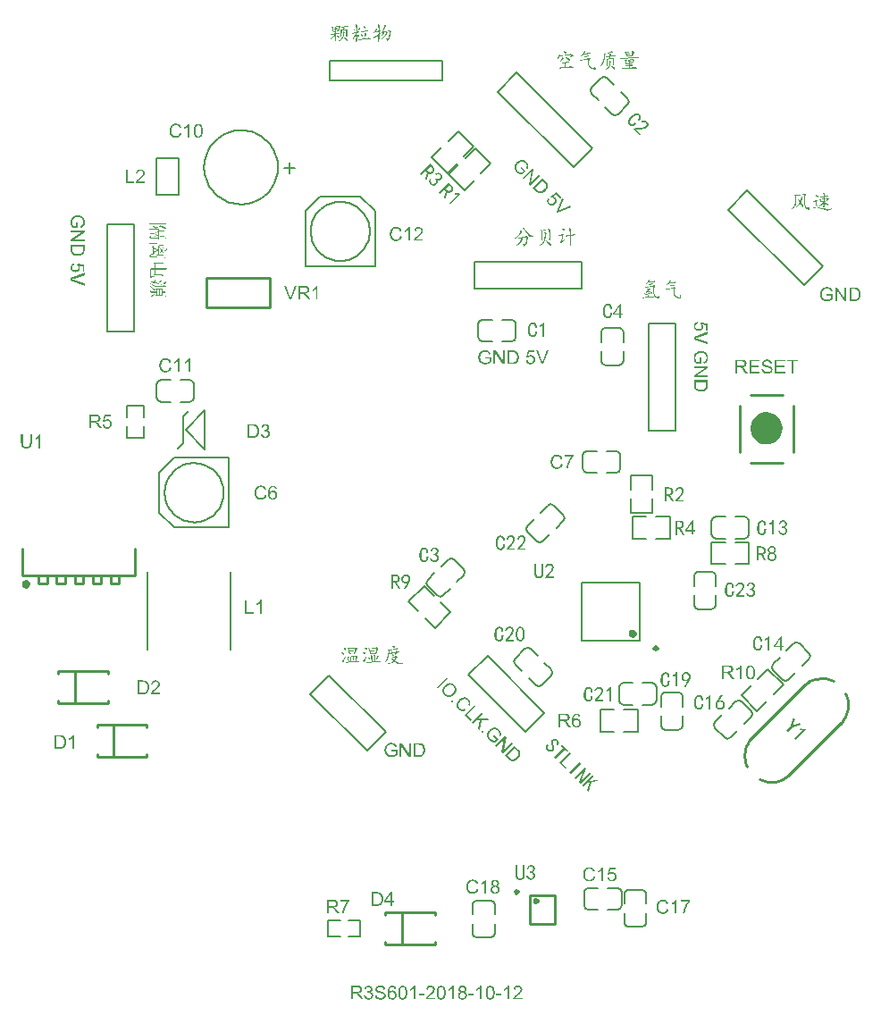
<source format=gto>
G04*
G04 #@! TF.GenerationSoftware,Altium Limited,Altium Designer,18.1.9 (240)*
G04*
G04 Layer_Color=65535*
%FSLAX25Y25*%
%MOIN*%
G70*
G01*
G75*
%ADD10C,0.00787*%
%ADD11C,0.06000*%
%ADD12C,0.01181*%
%ADD13C,0.01575*%
%ADD14C,0.01000*%
%ADD15C,0.00800*%
%ADD16C,0.00591*%
G36*
X291891Y258555D02*
X291884D01*
X291869D01*
X291847Y258547D01*
X291810Y258540D01*
X291728Y258518D01*
X291617Y258488D01*
X291506Y258444D01*
X291381Y258385D01*
X291270Y258311D01*
X291166Y258222D01*
X291159Y258207D01*
X291129Y258177D01*
X291092Y258118D01*
X291048Y258037D01*
X291003Y257948D01*
X290966Y257837D01*
X290937Y257711D01*
X290929Y257571D01*
Y257526D01*
X290937Y257497D01*
X290944Y257408D01*
X290974Y257304D01*
X291011Y257178D01*
X291070Y257053D01*
X291159Y256919D01*
X291210Y256860D01*
X291270Y256801D01*
X291277Y256794D01*
X291284Y256786D01*
X291307Y256771D01*
X291329Y256749D01*
X291410Y256697D01*
X291514Y256638D01*
X291640Y256586D01*
X291795Y256535D01*
X291980Y256498D01*
X292076Y256483D01*
X292180D01*
X292187D01*
X292202D01*
X292232D01*
X292269Y256490D01*
X292313D01*
X292365Y256498D01*
X292483Y256520D01*
X292624Y256557D01*
X292764Y256609D01*
X292898Y256683D01*
X293023Y256786D01*
X293031D01*
X293038Y256801D01*
X293075Y256838D01*
X293127Y256905D01*
X293186Y256993D01*
X293238Y257112D01*
X293290Y257245D01*
X293327Y257400D01*
X293342Y257489D01*
Y257630D01*
X293334Y257689D01*
X293327Y257763D01*
X293305Y257852D01*
X293282Y257941D01*
X293245Y258037D01*
X293201Y258133D01*
X293194Y258140D01*
X293179Y258170D01*
X293142Y258214D01*
X293105Y258274D01*
X293053Y258333D01*
X292986Y258392D01*
X292920Y258459D01*
X292838Y258510D01*
X292920Y259102D01*
X295554Y258607D01*
Y256061D01*
X294955D01*
Y258111D01*
X293571Y258385D01*
X293578Y258377D01*
X293586Y258362D01*
X293601Y258340D01*
X293623Y258303D01*
X293645Y258259D01*
X293675Y258207D01*
X293734Y258089D01*
X293793Y257941D01*
X293845Y257778D01*
X293882Y257600D01*
X293897Y257511D01*
Y257349D01*
X293889Y257304D01*
X293882Y257245D01*
X293874Y257178D01*
X293860Y257104D01*
X293837Y257023D01*
X293786Y256845D01*
X293749Y256749D01*
X293697Y256653D01*
X293645Y256557D01*
X293586Y256461D01*
X293512Y256372D01*
X293430Y256283D01*
X293423Y256276D01*
X293408Y256261D01*
X293386Y256239D01*
X293349Y256209D01*
X293297Y256172D01*
X293245Y256135D01*
X293179Y256091D01*
X293105Y256046D01*
X293023Y256009D01*
X292935Y255965D01*
X292831Y255928D01*
X292727Y255891D01*
X292616Y255861D01*
X292491Y255839D01*
X292365Y255824D01*
X292232Y255817D01*
X292224D01*
X292202D01*
X292165D01*
X292113Y255824D01*
X292054Y255832D01*
X291987Y255839D01*
X291906Y255854D01*
X291825Y255869D01*
X291632Y255913D01*
X291432Y255987D01*
X291329Y256031D01*
X291233Y256091D01*
X291129Y256150D01*
X291033Y256224D01*
X291025Y256231D01*
X291003Y256246D01*
X290974Y256276D01*
X290937Y256313D01*
X290892Y256364D01*
X290833Y256424D01*
X290781Y256498D01*
X290722Y256579D01*
X290663Y256668D01*
X290611Y256771D01*
X290559Y256882D01*
X290507Y257001D01*
X290470Y257127D01*
X290441Y257267D01*
X290419Y257415D01*
X290411Y257571D01*
Y257637D01*
X290419Y257689D01*
X290426Y257748D01*
X290433Y257815D01*
X290441Y257896D01*
X290463Y257978D01*
X290507Y258163D01*
X290574Y258348D01*
X290618Y258444D01*
X290670Y258540D01*
X290729Y258629D01*
X290796Y258718D01*
X290803Y258725D01*
X290811Y258740D01*
X290840Y258755D01*
X290870Y258784D01*
X290907Y258821D01*
X290951Y258858D01*
X291011Y258903D01*
X291077Y258940D01*
X291144Y258984D01*
X291225Y259028D01*
X291403Y259110D01*
X291610Y259176D01*
X291721Y259199D01*
X291839Y259213D01*
X291891Y258555D01*
D02*
G37*
G36*
X295621Y254766D02*
X291899Y253434D01*
X291891D01*
X291876Y253427D01*
X291854Y253419D01*
X291825Y253404D01*
X291780Y253397D01*
X291736Y253382D01*
X291625Y253345D01*
X291499Y253301D01*
X291358Y253256D01*
X291062Y253168D01*
X291070D01*
X291085Y253160D01*
X291107Y253153D01*
X291136Y253145D01*
X291218Y253123D01*
X291329Y253086D01*
X291455Y253049D01*
X291595Y253005D01*
X291743Y252953D01*
X291899Y252894D01*
X295621Y251503D01*
Y250814D01*
X290500Y252812D01*
Y253523D01*
X295621Y255506D01*
Y254766D01*
D02*
G37*
G36*
X293157Y248380D02*
X293223D01*
X293305Y248372D01*
X293386Y248358D01*
X293482Y248350D01*
X293586Y248328D01*
X293697Y248313D01*
X293934Y248254D01*
X294178Y248180D01*
X294422Y248076D01*
X294429Y248069D01*
X294452Y248062D01*
X294481Y248047D01*
X294526Y248017D01*
X294585Y247988D01*
X294644Y247951D01*
X294785Y247847D01*
X294947Y247721D01*
X295103Y247566D01*
X295258Y247388D01*
X295325Y247285D01*
X295391Y247181D01*
X295399Y247174D01*
X295406Y247151D01*
X295421Y247122D01*
X295443Y247077D01*
X295465Y247018D01*
X295495Y246952D01*
X295525Y246878D01*
X295554Y246789D01*
X295584Y246693D01*
X295606Y246589D01*
X295636Y246478D01*
X295658Y246360D01*
X295695Y246101D01*
X295710Y245967D01*
Y245731D01*
X295702Y245686D01*
Y245627D01*
X295687Y245486D01*
X295665Y245331D01*
X295628Y245168D01*
X295584Y244991D01*
X295525Y244820D01*
Y244813D01*
X295517Y244798D01*
X295510Y244776D01*
X295495Y244746D01*
X295451Y244665D01*
X295399Y244561D01*
X295325Y244450D01*
X295236Y244332D01*
X295140Y244221D01*
X295021Y244117D01*
X295007Y244103D01*
X294962Y244073D01*
X294896Y244029D01*
X294799Y243969D01*
X294681Y243910D01*
X294533Y243844D01*
X294370Y243777D01*
X294185Y243725D01*
X294022Y244339D01*
X294030D01*
X294037Y244347D01*
X294059Y244354D01*
X294089Y244362D01*
X294156Y244384D01*
X294244Y244413D01*
X294348Y244458D01*
X294444Y244510D01*
X294548Y244561D01*
X294637Y244628D01*
X294644Y244635D01*
X294674Y244658D01*
X294711Y244702D01*
X294762Y244754D01*
X294822Y244820D01*
X294881Y244909D01*
X294940Y245005D01*
X294992Y245116D01*
X294999Y245131D01*
X295014Y245168D01*
X295036Y245235D01*
X295066Y245324D01*
X295088Y245427D01*
X295110Y245546D01*
X295125Y245679D01*
X295132Y245819D01*
Y245901D01*
X295125Y245938D01*
Y245982D01*
X295118Y246093D01*
X295095Y246219D01*
X295073Y246360D01*
X295036Y246493D01*
X294984Y246626D01*
X294977Y246641D01*
X294962Y246685D01*
X294925Y246744D01*
X294888Y246818D01*
X294829Y246907D01*
X294770Y247003D01*
X294696Y247092D01*
X294614Y247174D01*
X294607Y247181D01*
X294577Y247211D01*
X294526Y247248D01*
X294466Y247292D01*
X294392Y247344D01*
X294304Y247396D01*
X294207Y247447D01*
X294104Y247499D01*
X294096D01*
X294082Y247507D01*
X294059Y247514D01*
X294022Y247529D01*
X293978Y247544D01*
X293926Y247558D01*
X293867Y247581D01*
X293800Y247595D01*
X293645Y247632D01*
X293467Y247662D01*
X293282Y247684D01*
X293075Y247692D01*
X293068D01*
X293046D01*
X293009D01*
X292964Y247684D01*
X292905D01*
X292831Y247677D01*
X292757Y247669D01*
X292676Y247662D01*
X292491Y247632D01*
X292298Y247595D01*
X292106Y247536D01*
X291921Y247462D01*
X291913D01*
X291899Y247447D01*
X291876Y247440D01*
X291847Y247418D01*
X291765Y247366D01*
X291662Y247285D01*
X291551Y247188D01*
X291440Y247070D01*
X291336Y246929D01*
X291240Y246774D01*
Y246767D01*
X291233Y246752D01*
X291218Y246730D01*
X291203Y246693D01*
X291188Y246656D01*
X291173Y246604D01*
X291129Y246485D01*
X291092Y246337D01*
X291055Y246175D01*
X291025Y245997D01*
X291018Y245812D01*
Y245738D01*
X291025Y245694D01*
Y245649D01*
X291040Y245538D01*
X291055Y245405D01*
X291085Y245264D01*
X291129Y245109D01*
X291181Y244954D01*
Y244946D01*
X291188Y244931D01*
X291196Y244917D01*
X291210Y244887D01*
X291247Y244806D01*
X291292Y244717D01*
X291344Y244613D01*
X291403Y244502D01*
X291469Y244399D01*
X291543Y244310D01*
X292505D01*
Y245819D01*
X293112D01*
Y243644D01*
X291210D01*
X291203Y243651D01*
X291196Y243666D01*
X291173Y243696D01*
X291144Y243733D01*
X291114Y243777D01*
X291077Y243829D01*
X291033Y243895D01*
X290988Y243962D01*
X290892Y244117D01*
X290789Y244295D01*
X290692Y244480D01*
X290611Y244680D01*
Y244687D01*
X290604Y244702D01*
X290596Y244732D01*
X290581Y244769D01*
X290567Y244820D01*
X290544Y244880D01*
X290530Y244946D01*
X290515Y245013D01*
X290478Y245176D01*
X290441Y245361D01*
X290419Y245560D01*
X290411Y245768D01*
Y245842D01*
X290419Y245893D01*
Y245960D01*
X290426Y246041D01*
X290441Y246130D01*
X290448Y246226D01*
X290493Y246441D01*
X290544Y246670D01*
X290626Y246907D01*
X290670Y247026D01*
X290729Y247144D01*
X290737Y247151D01*
X290744Y247174D01*
X290766Y247203D01*
X290789Y247248D01*
X290826Y247299D01*
X290863Y247351D01*
X290966Y247492D01*
X291099Y247640D01*
X291262Y247795D01*
X291447Y247943D01*
X291662Y248076D01*
X291669D01*
X291691Y248091D01*
X291721Y248106D01*
X291773Y248128D01*
X291825Y248150D01*
X291899Y248173D01*
X291973Y248202D01*
X292061Y248232D01*
X292158Y248261D01*
X292269Y248291D01*
X292380Y248313D01*
X292498Y248335D01*
X292757Y248372D01*
X293031Y248387D01*
X293038D01*
X293068D01*
X293105D01*
X293157Y248380D01*
D02*
G37*
G36*
X295621Y241957D02*
X291595Y239270D01*
X295621D01*
Y238619D01*
X290500D01*
Y239322D01*
X294518Y242001D01*
X290500D01*
Y242652D01*
X295621D01*
Y241957D01*
D02*
G37*
G36*
Y235511D02*
X295613Y235378D01*
X295606Y235230D01*
X295591Y235082D01*
X295569Y234934D01*
X295547Y234808D01*
Y234801D01*
X295539Y234786D01*
Y234764D01*
X295525Y234734D01*
X295502Y234653D01*
X295465Y234549D01*
X295414Y234431D01*
X295347Y234305D01*
X295273Y234179D01*
X295177Y234061D01*
X295169Y234053D01*
X295162Y234046D01*
X295140Y234024D01*
X295118Y233994D01*
X295044Y233920D01*
X294940Y233831D01*
X294814Y233735D01*
X294666Y233632D01*
X294496Y233535D01*
X294304Y233454D01*
X294296D01*
X294281Y233447D01*
X294252Y233432D01*
X294207Y233424D01*
X294156Y233402D01*
X294096Y233387D01*
X294030Y233373D01*
X293948Y233350D01*
X293867Y233328D01*
X293771Y233313D01*
X293564Y233276D01*
X293334Y233254D01*
X293083Y233247D01*
X293075D01*
X293060D01*
X293023D01*
X292986D01*
X292935Y233254D01*
X292875D01*
X292735Y233262D01*
X292572Y233284D01*
X292402Y233306D01*
X292224Y233343D01*
X292047Y233387D01*
X292039D01*
X292024Y233395D01*
X292002Y233402D01*
X291973Y233410D01*
X291891Y233439D01*
X291788Y233484D01*
X291669Y233528D01*
X291551Y233587D01*
X291425Y233661D01*
X291307Y233735D01*
X291292Y233743D01*
X291255Y233772D01*
X291203Y233817D01*
X291136Y233876D01*
X291062Y233942D01*
X290988Y234024D01*
X290907Y234105D01*
X290840Y234201D01*
X290833Y234216D01*
X290811Y234246D01*
X290781Y234298D01*
X290744Y234372D01*
X290700Y234460D01*
X290663Y234564D01*
X290618Y234682D01*
X290581Y234816D01*
Y234830D01*
X290574Y234853D01*
X290567Y234875D01*
X290559Y234949D01*
X290544Y235052D01*
X290530Y235171D01*
X290515Y235311D01*
X290507Y235467D01*
X290500Y235637D01*
Y237480D01*
X295621D01*
Y235511D01*
D02*
G37*
G36*
X178070Y11636D02*
X178121D01*
X178181Y11628D01*
X178321Y11599D01*
X178477Y11562D01*
X178639Y11502D01*
X178802Y11414D01*
X178884Y11362D01*
X178958Y11303D01*
X178965Y11295D01*
X178972Y11288D01*
X178995Y11266D01*
X179017Y11243D01*
X179054Y11206D01*
X179083Y11162D01*
X179165Y11058D01*
X179246Y10925D01*
X179320Y10762D01*
X179387Y10577D01*
X179431Y10370D01*
X178802Y10318D01*
Y10326D01*
X178795Y10333D01*
X178787Y10378D01*
X178765Y10444D01*
X178736Y10526D01*
X178706Y10614D01*
X178662Y10703D01*
X178610Y10785D01*
X178558Y10851D01*
X178543Y10866D01*
X178514Y10896D01*
X178462Y10940D01*
X178388Y10992D01*
X178292Y11036D01*
X178188Y11081D01*
X178062Y11110D01*
X177929Y11125D01*
X177877D01*
X177818Y11118D01*
X177751Y11103D01*
X177663Y11081D01*
X177574Y11051D01*
X177485Y11014D01*
X177396Y10955D01*
X177381Y10947D01*
X177344Y10918D01*
X177293Y10866D01*
X177226Y10792D01*
X177152Y10703D01*
X177071Y10600D01*
X176997Y10466D01*
X176923Y10318D01*
Y10311D01*
X176915Y10296D01*
X176908Y10274D01*
X176893Y10244D01*
X176886Y10200D01*
X176871Y10148D01*
X176856Y10089D01*
X176841Y10015D01*
X176819Y9934D01*
X176804Y9845D01*
X176789Y9749D01*
X176782Y9645D01*
X176767Y9527D01*
X176760Y9408D01*
X176752Y9275D01*
Y9142D01*
X176760Y9149D01*
X176789Y9194D01*
X176841Y9253D01*
X176908Y9327D01*
X176982Y9416D01*
X177078Y9497D01*
X177182Y9578D01*
X177300Y9652D01*
X177307D01*
X177315Y9660D01*
X177359Y9682D01*
X177426Y9704D01*
X177515Y9741D01*
X177618Y9771D01*
X177737Y9793D01*
X177862Y9815D01*
X177996Y9823D01*
X178055D01*
X178099Y9815D01*
X178158Y9808D01*
X178218Y9800D01*
X178292Y9786D01*
X178366Y9763D01*
X178536Y9712D01*
X178625Y9675D01*
X178713Y9623D01*
X178802Y9571D01*
X178898Y9512D01*
X178987Y9438D01*
X179069Y9356D01*
X179076Y9349D01*
X179091Y9334D01*
X179113Y9312D01*
X179135Y9275D01*
X179172Y9223D01*
X179209Y9171D01*
X179246Y9105D01*
X179291Y9031D01*
X179335Y8949D01*
X179372Y8861D01*
X179409Y8757D01*
X179446Y8653D01*
X179468Y8542D01*
X179490Y8417D01*
X179505Y8291D01*
X179513Y8158D01*
Y8150D01*
Y8135D01*
Y8113D01*
Y8076D01*
X179505Y8032D01*
Y7987D01*
X179483Y7869D01*
X179461Y7728D01*
X179424Y7580D01*
X179372Y7418D01*
X179298Y7262D01*
Y7255D01*
X179291Y7247D01*
X179276Y7225D01*
X179261Y7196D01*
X179217Y7122D01*
X179150Y7025D01*
X179069Y6922D01*
X178972Y6818D01*
X178854Y6715D01*
X178728Y6626D01*
X178721D01*
X178713Y6618D01*
X178691Y6604D01*
X178662Y6596D01*
X178588Y6559D01*
X178491Y6522D01*
X178366Y6478D01*
X178225Y6448D01*
X178070Y6419D01*
X177899Y6411D01*
X177862D01*
X177825Y6419D01*
X177766D01*
X177700Y6426D01*
X177626Y6441D01*
X177537Y6463D01*
X177448Y6485D01*
X177344Y6515D01*
X177241Y6552D01*
X177137Y6596D01*
X177026Y6655D01*
X176923Y6722D01*
X176819Y6796D01*
X176715Y6885D01*
X176619Y6988D01*
X176612Y6996D01*
X176597Y7018D01*
X176575Y7048D01*
X176545Y7099D01*
X176501Y7166D01*
X176464Y7240D01*
X176419Y7336D01*
X176375Y7440D01*
X176323Y7566D01*
X176279Y7706D01*
X176242Y7862D01*
X176205Y8032D01*
X176168Y8224D01*
X176146Y8431D01*
X176131Y8653D01*
X176123Y8890D01*
Y8898D01*
Y8905D01*
Y8927D01*
Y8957D01*
X176131Y9031D01*
Y9134D01*
X176138Y9253D01*
X176153Y9393D01*
X176168Y9549D01*
X176190Y9719D01*
X176220Y9889D01*
X176257Y10074D01*
X176301Y10252D01*
X176353Y10429D01*
X176419Y10600D01*
X176493Y10762D01*
X176575Y10918D01*
X176671Y11051D01*
X176678Y11058D01*
X176693Y11073D01*
X176723Y11103D01*
X176760Y11147D01*
X176804Y11192D01*
X176863Y11236D01*
X176937Y11295D01*
X177011Y11347D01*
X177100Y11399D01*
X177196Y11458D01*
X177307Y11502D01*
X177418Y11554D01*
X177544Y11591D01*
X177677Y11621D01*
X177818Y11636D01*
X177966Y11643D01*
X178025D01*
X178070Y11636D01*
D02*
G37*
G36*
X173548Y11702D02*
X173600D01*
X173741Y11687D01*
X173896Y11665D01*
X174059Y11628D01*
X174236Y11584D01*
X174399Y11525D01*
X174407D01*
X174421Y11517D01*
X174444Y11502D01*
X174473Y11488D01*
X174547Y11451D01*
X174643Y11384D01*
X174754Y11310D01*
X174865Y11214D01*
X174969Y11103D01*
X175065Y10977D01*
Y10970D01*
X175073Y10962D01*
X175087Y10940D01*
X175102Y10918D01*
X175139Y10844D01*
X175184Y10748D01*
X175235Y10629D01*
X175272Y10489D01*
X175309Y10341D01*
X175324Y10178D01*
X174673Y10126D01*
Y10133D01*
Y10148D01*
X174666Y10170D01*
X174658Y10207D01*
X174636Y10289D01*
X174606Y10400D01*
X174562Y10518D01*
X174495Y10637D01*
X174414Y10748D01*
X174310Y10851D01*
X174296Y10859D01*
X174259Y10888D01*
X174185Y10933D01*
X174088Y10977D01*
X173963Y11021D01*
X173815Y11066D01*
X173630Y11095D01*
X173422Y11103D01*
X173319D01*
X173274Y11095D01*
X173215Y11088D01*
X173082Y11073D01*
X172934Y11044D01*
X172786Y11007D01*
X172645Y10947D01*
X172586Y10910D01*
X172527Y10873D01*
X172512Y10866D01*
X172483Y10836D01*
X172438Y10785D01*
X172394Y10725D01*
X172342Y10644D01*
X172298Y10555D01*
X172268Y10452D01*
X172253Y10333D01*
Y10318D01*
Y10289D01*
X172261Y10237D01*
X172275Y10178D01*
X172298Y10104D01*
X172335Y10030D01*
X172379Y9956D01*
X172446Y9882D01*
X172453Y9874D01*
X172490Y9852D01*
X172520Y9830D01*
X172549Y9815D01*
X172594Y9793D01*
X172645Y9763D01*
X172712Y9741D01*
X172786Y9712D01*
X172867Y9682D01*
X172964Y9645D01*
X173067Y9615D01*
X173186Y9578D01*
X173319Y9549D01*
X173467Y9512D01*
X173474D01*
X173504Y9504D01*
X173548Y9497D01*
X173600Y9482D01*
X173667Y9467D01*
X173748Y9445D01*
X173829Y9423D01*
X173918Y9401D01*
X174111Y9349D01*
X174296Y9297D01*
X174384Y9268D01*
X174466Y9238D01*
X174540Y9216D01*
X174599Y9186D01*
X174606D01*
X174621Y9179D01*
X174643Y9164D01*
X174673Y9149D01*
X174754Y9105D01*
X174851Y9046D01*
X174962Y8964D01*
X175073Y8875D01*
X175176Y8772D01*
X175265Y8661D01*
X175272Y8646D01*
X175302Y8609D01*
X175332Y8542D01*
X175376Y8454D01*
X175413Y8350D01*
X175450Y8224D01*
X175472Y8084D01*
X175480Y7936D01*
Y7928D01*
Y7921D01*
Y7899D01*
Y7869D01*
X175465Y7788D01*
X175450Y7684D01*
X175420Y7566D01*
X175383Y7440D01*
X175324Y7307D01*
X175243Y7166D01*
Y7159D01*
X175235Y7151D01*
X175198Y7107D01*
X175147Y7040D01*
X175073Y6966D01*
X174976Y6877D01*
X174858Y6781D01*
X174725Y6692D01*
X174569Y6611D01*
X174562D01*
X174547Y6604D01*
X174525Y6596D01*
X174495Y6581D01*
X174451Y6567D01*
X174399Y6544D01*
X174281Y6515D01*
X174140Y6478D01*
X173970Y6441D01*
X173785Y6419D01*
X173585Y6411D01*
X173467D01*
X173408Y6419D01*
X173341D01*
X173267Y6426D01*
X173178Y6433D01*
X172993Y6463D01*
X172801Y6493D01*
X172608Y6544D01*
X172423Y6611D01*
X172416D01*
X172401Y6618D01*
X172379Y6633D01*
X172349Y6648D01*
X172261Y6692D01*
X172157Y6759D01*
X172039Y6848D01*
X171913Y6951D01*
X171794Y7077D01*
X171683Y7218D01*
Y7225D01*
X171669Y7240D01*
X171661Y7262D01*
X171639Y7292D01*
X171624Y7329D01*
X171602Y7373D01*
X171550Y7484D01*
X171498Y7625D01*
X171454Y7780D01*
X171424Y7958D01*
X171410Y8143D01*
X172046Y8202D01*
Y8195D01*
Y8187D01*
X172053Y8165D01*
Y8135D01*
X172068Y8069D01*
X172090Y7973D01*
X172120Y7876D01*
X172150Y7765D01*
X172201Y7662D01*
X172253Y7566D01*
X172261Y7558D01*
X172283Y7529D01*
X172320Y7477D01*
X172379Y7425D01*
X172453Y7358D01*
X172534Y7292D01*
X172645Y7225D01*
X172764Y7166D01*
X172771D01*
X172779Y7159D01*
X172801Y7151D01*
X172823Y7144D01*
X172897Y7122D01*
X172993Y7092D01*
X173112Y7062D01*
X173245Y7040D01*
X173393Y7025D01*
X173556Y7018D01*
X173622D01*
X173696Y7025D01*
X173785Y7033D01*
X173889Y7048D01*
X174007Y7062D01*
X174125Y7092D01*
X174236Y7129D01*
X174251Y7136D01*
X174288Y7151D01*
X174340Y7181D01*
X174407Y7210D01*
X174473Y7262D01*
X174547Y7314D01*
X174621Y7373D01*
X174680Y7447D01*
X174688Y7455D01*
X174703Y7484D01*
X174725Y7521D01*
X174754Y7580D01*
X174784Y7640D01*
X174806Y7714D01*
X174821Y7795D01*
X174828Y7884D01*
Y7891D01*
Y7928D01*
X174821Y7973D01*
X174814Y8032D01*
X174791Y8091D01*
X174769Y8165D01*
X174732Y8239D01*
X174680Y8306D01*
X174673Y8313D01*
X174651Y8335D01*
X174621Y8365D01*
X174569Y8409D01*
X174510Y8454D01*
X174429Y8505D01*
X174333Y8557D01*
X174222Y8602D01*
X174214Y8609D01*
X174177Y8616D01*
X174118Y8639D01*
X174081Y8646D01*
X174029Y8661D01*
X173977Y8683D01*
X173911Y8698D01*
X173837Y8720D01*
X173748Y8742D01*
X173659Y8764D01*
X173556Y8794D01*
X173437Y8824D01*
X173311Y8853D01*
X173304D01*
X173282Y8861D01*
X173245Y8868D01*
X173200Y8883D01*
X173141Y8898D01*
X173075Y8912D01*
X172927Y8957D01*
X172764Y9009D01*
X172594Y9060D01*
X172446Y9112D01*
X172379Y9142D01*
X172320Y9171D01*
X172312D01*
X172305Y9179D01*
X172261Y9208D01*
X172194Y9245D01*
X172120Y9305D01*
X172031Y9371D01*
X171942Y9453D01*
X171854Y9549D01*
X171780Y9652D01*
X171772Y9667D01*
X171750Y9704D01*
X171720Y9763D01*
X171691Y9837D01*
X171661Y9934D01*
X171632Y10045D01*
X171609Y10163D01*
X171602Y10289D01*
Y10296D01*
Y10304D01*
Y10326D01*
Y10355D01*
X171617Y10429D01*
X171632Y10526D01*
X171654Y10637D01*
X171691Y10762D01*
X171743Y10888D01*
X171817Y11014D01*
Y11021D01*
X171824Y11029D01*
X171861Y11073D01*
X171913Y11132D01*
X171979Y11206D01*
X172068Y11288D01*
X172179Y11377D01*
X172312Y11458D01*
X172460Y11532D01*
X172468D01*
X172483Y11539D01*
X172505Y11547D01*
X172534Y11562D01*
X172571Y11576D01*
X172623Y11591D01*
X172734Y11621D01*
X172875Y11650D01*
X173038Y11680D01*
X173208Y11702D01*
X173400Y11710D01*
X173496D01*
X173548Y11702D01*
D02*
G37*
G36*
X169160Y11636D02*
X169256Y11621D01*
X169375Y11599D01*
X169508Y11562D01*
X169641Y11517D01*
X169774Y11458D01*
X169782D01*
X169789Y11451D01*
X169833Y11428D01*
X169900Y11384D01*
X169974Y11332D01*
X170063Y11258D01*
X170152Y11177D01*
X170240Y11081D01*
X170314Y10970D01*
X170322Y10955D01*
X170344Y10918D01*
X170374Y10851D01*
X170411Y10770D01*
X170448Y10674D01*
X170477Y10563D01*
X170499Y10437D01*
X170507Y10311D01*
Y10296D01*
Y10252D01*
X170499Y10193D01*
X170485Y10111D01*
X170462Y10015D01*
X170425Y9911D01*
X170381Y9808D01*
X170322Y9704D01*
X170314Y9689D01*
X170292Y9660D01*
X170248Y9608D01*
X170189Y9549D01*
X170115Y9482D01*
X170026Y9408D01*
X169922Y9342D01*
X169796Y9275D01*
X169804D01*
X169819Y9268D01*
X169841Y9260D01*
X169870Y9253D01*
X169952Y9223D01*
X170055Y9179D01*
X170174Y9120D01*
X170292Y9046D01*
X170403Y8949D01*
X170507Y8838D01*
X170514Y8824D01*
X170544Y8779D01*
X170588Y8705D01*
X170633Y8609D01*
X170677Y8491D01*
X170721Y8350D01*
X170751Y8187D01*
X170758Y8010D01*
Y8002D01*
Y7980D01*
Y7943D01*
X170751Y7899D01*
X170744Y7839D01*
X170729Y7773D01*
X170714Y7699D01*
X170699Y7617D01*
X170640Y7440D01*
X170596Y7344D01*
X170551Y7255D01*
X170492Y7159D01*
X170425Y7062D01*
X170351Y6966D01*
X170263Y6877D01*
X170255Y6870D01*
X170240Y6855D01*
X170211Y6833D01*
X170174Y6803D01*
X170129Y6766D01*
X170070Y6729D01*
X170004Y6685D01*
X169922Y6648D01*
X169841Y6604D01*
X169745Y6559D01*
X169648Y6522D01*
X169537Y6485D01*
X169419Y6456D01*
X169293Y6433D01*
X169167Y6419D01*
X169027Y6411D01*
X168960D01*
X168916Y6419D01*
X168857Y6426D01*
X168790Y6433D01*
X168716Y6448D01*
X168635Y6463D01*
X168457Y6507D01*
X168272Y6581D01*
X168176Y6626D01*
X168087Y6678D01*
X167998Y6744D01*
X167909Y6811D01*
X167902Y6818D01*
X167887Y6833D01*
X167865Y6855D01*
X167843Y6885D01*
X167806Y6922D01*
X167769Y6974D01*
X167724Y7025D01*
X167680Y7092D01*
X167636Y7166D01*
X167591Y7240D01*
X167510Y7418D01*
X167443Y7625D01*
X167421Y7736D01*
X167406Y7854D01*
X168035Y7936D01*
Y7928D01*
X168043Y7913D01*
X168050Y7884D01*
X168057Y7847D01*
X168065Y7802D01*
X168080Y7751D01*
X168117Y7640D01*
X168168Y7506D01*
X168235Y7381D01*
X168309Y7262D01*
X168398Y7159D01*
X168413Y7151D01*
X168442Y7122D01*
X168501Y7085D01*
X168575Y7048D01*
X168664Y7003D01*
X168775Y6966D01*
X168901Y6937D01*
X169034Y6929D01*
X169079D01*
X169108Y6937D01*
X169190Y6944D01*
X169293Y6966D01*
X169412Y7003D01*
X169537Y7055D01*
X169663Y7129D01*
X169782Y7233D01*
X169796Y7247D01*
X169833Y7292D01*
X169878Y7358D01*
X169937Y7447D01*
X169996Y7558D01*
X170041Y7684D01*
X170078Y7832D01*
X170092Y7995D01*
Y8002D01*
Y8017D01*
Y8039D01*
X170085Y8069D01*
X170078Y8150D01*
X170055Y8246D01*
X170026Y8365D01*
X169974Y8483D01*
X169900Y8602D01*
X169804Y8713D01*
X169789Y8727D01*
X169752Y8757D01*
X169693Y8801D01*
X169611Y8853D01*
X169508Y8905D01*
X169382Y8949D01*
X169241Y8979D01*
X169086Y8994D01*
X169019D01*
X168968Y8986D01*
X168901Y8979D01*
X168827Y8964D01*
X168738Y8949D01*
X168642Y8927D01*
X168716Y9482D01*
X168753D01*
X168783Y9475D01*
X168879D01*
X168960Y9490D01*
X169056Y9504D01*
X169167Y9527D01*
X169293Y9564D01*
X169412Y9615D01*
X169537Y9682D01*
X169545D01*
X169552Y9689D01*
X169589Y9719D01*
X169641Y9771D01*
X169700Y9837D01*
X169759Y9934D01*
X169811Y10045D01*
X169848Y10170D01*
X169863Y10244D01*
Y10326D01*
Y10333D01*
Y10341D01*
Y10385D01*
X169848Y10444D01*
X169833Y10526D01*
X169804Y10614D01*
X169767Y10711D01*
X169708Y10807D01*
X169626Y10896D01*
X169619Y10903D01*
X169582Y10933D01*
X169530Y10970D01*
X169463Y11014D01*
X169375Y11051D01*
X169271Y11088D01*
X169153Y11118D01*
X169019Y11125D01*
X168960D01*
X168894Y11110D01*
X168805Y11095D01*
X168709Y11066D01*
X168612Y11029D01*
X168509Y10970D01*
X168413Y10896D01*
X168405Y10888D01*
X168376Y10851D01*
X168331Y10799D01*
X168279Y10725D01*
X168228Y10629D01*
X168176Y10511D01*
X168131Y10370D01*
X168102Y10207D01*
X167473Y10318D01*
Y10326D01*
X167480Y10348D01*
X167488Y10378D01*
X167495Y10422D01*
X167510Y10474D01*
X167532Y10533D01*
X167576Y10674D01*
X167650Y10836D01*
X167739Y10999D01*
X167850Y11155D01*
X167991Y11295D01*
X167998Y11303D01*
X168013Y11310D01*
X168035Y11325D01*
X168065Y11347D01*
X168102Y11377D01*
X168154Y11406D01*
X168205Y11436D01*
X168272Y11473D01*
X168420Y11532D01*
X168590Y11591D01*
X168790Y11628D01*
X168894Y11643D01*
X169079D01*
X169160Y11636D01*
D02*
G37*
G36*
X218622Y8039D02*
X216675D01*
Y8668D01*
X218622D01*
Y8039D01*
D02*
G37*
G36*
X208276D02*
X206330D01*
Y8668D01*
X208276D01*
Y8039D01*
D02*
G37*
G36*
X189969Y8039D02*
X188023D01*
Y8668D01*
X189969D01*
Y8039D01*
D02*
G37*
G36*
X224934Y11636D02*
X224993Y11628D01*
X225067Y11621D01*
X225148Y11606D01*
X225230Y11591D01*
X225422Y11539D01*
X225615Y11465D01*
X225711Y11421D01*
X225807Y11369D01*
X225896Y11303D01*
X225977Y11229D01*
X225985Y11221D01*
X225999Y11214D01*
X226014Y11184D01*
X226044Y11155D01*
X226081Y11118D01*
X226118Y11066D01*
X226155Y11014D01*
X226199Y10947D01*
X226273Y10807D01*
X226347Y10629D01*
X226377Y10540D01*
X226392Y10437D01*
X226406Y10333D01*
X226414Y10222D01*
Y10207D01*
Y10170D01*
X226406Y10111D01*
X226399Y10030D01*
X226384Y9941D01*
X226355Y9837D01*
X226325Y9726D01*
X226281Y9615D01*
X226273Y9601D01*
X226258Y9564D01*
X226229Y9504D01*
X226184Y9423D01*
X226125Y9334D01*
X226051Y9223D01*
X225962Y9112D01*
X225859Y8986D01*
X225844Y8972D01*
X225807Y8927D01*
X225770Y8890D01*
X225733Y8853D01*
X225689Y8809D01*
X225629Y8750D01*
X225570Y8690D01*
X225496Y8624D01*
X225422Y8550D01*
X225333Y8468D01*
X225237Y8387D01*
X225134Y8291D01*
X225015Y8195D01*
X224897Y8091D01*
X224889Y8084D01*
X224875Y8069D01*
X224845Y8047D01*
X224808Y8017D01*
X224764Y7973D01*
X224712Y7928D01*
X224593Y7832D01*
X224468Y7721D01*
X224349Y7610D01*
X224246Y7514D01*
X224201Y7477D01*
X224164Y7440D01*
X224157Y7432D01*
X224135Y7410D01*
X224105Y7381D01*
X224068Y7336D01*
X224031Y7284D01*
X223987Y7233D01*
X223898Y7107D01*
X226421D01*
Y6500D01*
X223025D01*
Y6507D01*
Y6537D01*
Y6581D01*
X223032Y6641D01*
X223039Y6707D01*
X223054Y6781D01*
X223069Y6855D01*
X223099Y6937D01*
Y6944D01*
X223106Y6951D01*
X223121Y6996D01*
X223150Y7062D01*
X223195Y7151D01*
X223254Y7255D01*
X223328Y7373D01*
X223409Y7492D01*
X223513Y7617D01*
Y7625D01*
X223528Y7632D01*
X223565Y7677D01*
X223631Y7743D01*
X223728Y7839D01*
X223839Y7950D01*
X223979Y8084D01*
X224149Y8232D01*
X224334Y8387D01*
X224342Y8394D01*
X224371Y8417D01*
X224416Y8454D01*
X224468Y8498D01*
X224534Y8557D01*
X224616Y8624D01*
X224697Y8698D01*
X224793Y8779D01*
X224978Y8957D01*
X225163Y9134D01*
X225252Y9223D01*
X225333Y9312D01*
X225407Y9393D01*
X225467Y9475D01*
Y9482D01*
X225481Y9490D01*
X225496Y9512D01*
X225511Y9541D01*
X225563Y9623D01*
X225622Y9719D01*
X225674Y9837D01*
X225726Y9963D01*
X225755Y10104D01*
X225770Y10237D01*
Y10244D01*
Y10252D01*
X225763Y10296D01*
X225755Y10370D01*
X225733Y10452D01*
X225703Y10555D01*
X225652Y10659D01*
X225585Y10762D01*
X225496Y10866D01*
X225481Y10881D01*
X225444Y10910D01*
X225393Y10947D01*
X225311Y10999D01*
X225208Y11044D01*
X225089Y11088D01*
X224949Y11118D01*
X224793Y11125D01*
X224749D01*
X224719Y11118D01*
X224630Y11110D01*
X224527Y11088D01*
X224416Y11058D01*
X224290Y11007D01*
X224172Y10940D01*
X224061Y10851D01*
X224046Y10836D01*
X224016Y10799D01*
X223972Y10740D01*
X223927Y10651D01*
X223876Y10548D01*
X223831Y10415D01*
X223802Y10267D01*
X223787Y10096D01*
X223143Y10163D01*
Y10170D01*
X223150Y10193D01*
Y10230D01*
X223158Y10281D01*
X223173Y10341D01*
X223187Y10407D01*
X223210Y10489D01*
X223232Y10570D01*
X223291Y10748D01*
X223380Y10925D01*
X223432Y11014D01*
X223498Y11103D01*
X223565Y11184D01*
X223639Y11258D01*
X223646Y11266D01*
X223661Y11273D01*
X223683Y11295D01*
X223720Y11317D01*
X223765Y11347D01*
X223816Y11377D01*
X223876Y11414D01*
X223950Y11451D01*
X224031Y11488D01*
X224120Y11525D01*
X224216Y11554D01*
X224320Y11584D01*
X224431Y11606D01*
X224549Y11628D01*
X224675Y11636D01*
X224808Y11643D01*
X224882D01*
X224934Y11636D01*
D02*
G37*
G36*
X221500Y6500D02*
X220871D01*
Y10503D01*
X220864Y10496D01*
X220827Y10466D01*
X220782Y10422D01*
X220708Y10370D01*
X220627Y10304D01*
X220523Y10230D01*
X220405Y10148D01*
X220272Y10067D01*
X220264D01*
X220257Y10059D01*
X220213Y10030D01*
X220139Y9993D01*
X220050Y9948D01*
X219946Y9897D01*
X219835Y9845D01*
X219724Y9793D01*
X219613Y9749D01*
Y10355D01*
X219621D01*
X219635Y10370D01*
X219665Y10378D01*
X219702Y10400D01*
X219746Y10422D01*
X219798Y10452D01*
X219924Y10526D01*
X220072Y10607D01*
X220220Y10711D01*
X220375Y10829D01*
X220531Y10955D01*
X220538Y10962D01*
X220546Y10970D01*
X220568Y10992D01*
X220597Y11014D01*
X220664Y11088D01*
X220753Y11177D01*
X220842Y11280D01*
X220938Y11399D01*
X221019Y11517D01*
X221093Y11643D01*
X221500D01*
Y6500D01*
D02*
G37*
G36*
X211155D02*
X210526D01*
Y10503D01*
X210519Y10496D01*
X210482Y10466D01*
X210437Y10422D01*
X210363Y10370D01*
X210282Y10304D01*
X210178Y10230D01*
X210060Y10148D01*
X209927Y10067D01*
X209919D01*
X209912Y10059D01*
X209867Y10030D01*
X209793Y9993D01*
X209705Y9948D01*
X209601Y9897D01*
X209490Y9845D01*
X209379Y9793D01*
X209268Y9749D01*
Y10355D01*
X209275D01*
X209290Y10370D01*
X209320Y10378D01*
X209357Y10400D01*
X209401Y10422D01*
X209453Y10452D01*
X209579Y10526D01*
X209727Y10607D01*
X209875Y10711D01*
X210030Y10829D01*
X210186Y10955D01*
X210193Y10962D01*
X210200Y10970D01*
X210223Y10992D01*
X210252Y11014D01*
X210319Y11088D01*
X210408Y11177D01*
X210496Y11280D01*
X210593Y11399D01*
X210674Y11517D01*
X210748Y11643D01*
X211155D01*
Y6500D01*
D02*
G37*
G36*
X200810D02*
X200181D01*
Y10503D01*
X200173Y10496D01*
X200136Y10466D01*
X200092Y10422D01*
X200018Y10370D01*
X199937Y10304D01*
X199833Y10230D01*
X199715Y10148D01*
X199581Y10067D01*
X199574D01*
X199567Y10059D01*
X199522Y10030D01*
X199448Y9993D01*
X199359Y9948D01*
X199256Y9897D01*
X199145Y9845D01*
X199034Y9793D01*
X198923Y9749D01*
Y10355D01*
X198930D01*
X198945Y10370D01*
X198975Y10378D01*
X199012Y10400D01*
X199056Y10422D01*
X199108Y10452D01*
X199234Y10526D01*
X199382Y10607D01*
X199530Y10711D01*
X199685Y10829D01*
X199840Y10955D01*
X199848Y10962D01*
X199855Y10970D01*
X199877Y10992D01*
X199907Y11014D01*
X199974Y11088D01*
X200062Y11177D01*
X200151Y11280D01*
X200247Y11399D01*
X200329Y11517D01*
X200403Y11643D01*
X200810D01*
Y6500D01*
D02*
G37*
G36*
X192300Y11636D02*
X192359Y11628D01*
X192433Y11621D01*
X192514Y11606D01*
X192596Y11591D01*
X192788Y11539D01*
X192981Y11465D01*
X193077Y11421D01*
X193173Y11369D01*
X193262Y11303D01*
X193343Y11229D01*
X193351Y11221D01*
X193365Y11214D01*
X193380Y11184D01*
X193410Y11155D01*
X193447Y11118D01*
X193484Y11066D01*
X193521Y11014D01*
X193565Y10947D01*
X193639Y10807D01*
X193713Y10629D01*
X193743Y10540D01*
X193758Y10437D01*
X193772Y10333D01*
X193780Y10222D01*
Y10207D01*
Y10170D01*
X193772Y10111D01*
X193765Y10030D01*
X193750Y9941D01*
X193721Y9837D01*
X193691Y9726D01*
X193647Y9615D01*
X193639Y9601D01*
X193624Y9564D01*
X193595Y9504D01*
X193550Y9423D01*
X193491Y9334D01*
X193417Y9223D01*
X193328Y9112D01*
X193225Y8986D01*
X193210Y8972D01*
X193173Y8927D01*
X193136Y8890D01*
X193099Y8853D01*
X193055Y8809D01*
X192995Y8750D01*
X192936Y8690D01*
X192862Y8624D01*
X192788Y8550D01*
X192699Y8468D01*
X192603Y8387D01*
X192500Y8291D01*
X192381Y8195D01*
X192263Y8091D01*
X192255Y8084D01*
X192241Y8069D01*
X192211Y8047D01*
X192174Y8017D01*
X192130Y7973D01*
X192078Y7928D01*
X191959Y7832D01*
X191834Y7721D01*
X191715Y7610D01*
X191612Y7514D01*
X191567Y7477D01*
X191530Y7440D01*
X191523Y7432D01*
X191501Y7410D01*
X191471Y7381D01*
X191434Y7336D01*
X191397Y7284D01*
X191353Y7233D01*
X191264Y7107D01*
X193787D01*
Y6500D01*
X190391Y6500D01*
Y6507D01*
Y6537D01*
Y6581D01*
X190398Y6641D01*
X190405Y6707D01*
X190420Y6781D01*
X190435Y6855D01*
X190465Y6937D01*
Y6944D01*
X190472Y6951D01*
X190487Y6996D01*
X190516Y7062D01*
X190561Y7151D01*
X190620Y7255D01*
X190694Y7373D01*
X190775Y7492D01*
X190879Y7617D01*
Y7625D01*
X190894Y7632D01*
X190931Y7677D01*
X190997Y7743D01*
X191094Y7839D01*
X191205Y7950D01*
X191345Y8084D01*
X191515Y8232D01*
X191700Y8387D01*
X191708Y8394D01*
X191737Y8417D01*
X191782Y8454D01*
X191834Y8498D01*
X191900Y8557D01*
X191982Y8624D01*
X192063Y8698D01*
X192159Y8779D01*
X192344Y8957D01*
X192529Y9134D01*
X192618Y9223D01*
X192699Y9312D01*
X192773Y9393D01*
X192833Y9475D01*
Y9482D01*
X192847Y9490D01*
X192862Y9512D01*
X192877Y9541D01*
X192929Y9623D01*
X192988Y9719D01*
X193040Y9837D01*
X193092Y9963D01*
X193121Y10104D01*
X193136Y10237D01*
Y10244D01*
Y10252D01*
X193129Y10296D01*
X193121Y10370D01*
X193099Y10452D01*
X193069Y10555D01*
X193018Y10659D01*
X192951Y10762D01*
X192862Y10866D01*
X192847Y10881D01*
X192810Y10910D01*
X192759Y10947D01*
X192677Y10999D01*
X192574Y11044D01*
X192455Y11088D01*
X192315Y11118D01*
X192159Y11125D01*
X192115D01*
X192085Y11118D01*
X191996Y11110D01*
X191893Y11088D01*
X191782Y11058D01*
X191656Y11007D01*
X191538Y10940D01*
X191427Y10851D01*
X191412Y10836D01*
X191382Y10799D01*
X191338Y10740D01*
X191293Y10651D01*
X191242Y10548D01*
X191197Y10415D01*
X191168Y10267D01*
X191153Y10096D01*
X190509Y10163D01*
Y10170D01*
X190516Y10193D01*
Y10230D01*
X190524Y10281D01*
X190539Y10341D01*
X190553Y10407D01*
X190576Y10489D01*
X190598Y10570D01*
X190657Y10748D01*
X190746Y10925D01*
X190798Y11014D01*
X190864Y11103D01*
X190931Y11184D01*
X191005Y11258D01*
X191012Y11266D01*
X191027Y11273D01*
X191049Y11295D01*
X191086Y11317D01*
X191131Y11347D01*
X191182Y11377D01*
X191242Y11414D01*
X191316Y11451D01*
X191397Y11488D01*
X191486Y11525D01*
X191582Y11554D01*
X191686Y11584D01*
X191797Y11606D01*
X191915Y11628D01*
X192041Y11636D01*
X192174Y11643D01*
X192248D01*
X192300Y11636D01*
D02*
G37*
G36*
X186483Y6500D02*
X185854D01*
Y10503D01*
X185847Y10496D01*
X185810Y10466D01*
X185766Y10422D01*
X185692Y10370D01*
X185610Y10304D01*
X185507Y10230D01*
X185388Y10148D01*
X185255Y10067D01*
X185248D01*
X185240Y10059D01*
X185196Y10030D01*
X185122Y9993D01*
X185033Y9948D01*
X184929Y9897D01*
X184818Y9845D01*
X184707Y9793D01*
X184596Y9749D01*
Y10355D01*
X184604D01*
X184619Y10370D01*
X184648Y10378D01*
X184685Y10400D01*
X184730Y10422D01*
X184781Y10452D01*
X184907Y10526D01*
X185055Y10607D01*
X185203Y10711D01*
X185359Y10829D01*
X185514Y10955D01*
X185521Y10962D01*
X185529Y10970D01*
X185551Y10992D01*
X185581Y11014D01*
X185647Y11088D01*
X185736Y11177D01*
X185825Y11280D01*
X185921Y11399D01*
X186002Y11517D01*
X186076Y11643D01*
X186483D01*
Y6500D01*
D02*
G37*
G36*
X164935Y11613D02*
X165001D01*
X165157Y11606D01*
X165319Y11584D01*
X165497Y11562D01*
X165660Y11525D01*
X165741Y11502D01*
X165808Y11480D01*
X165815D01*
X165823Y11473D01*
X165867Y11451D01*
X165934Y11421D01*
X166015Y11369D01*
X166104Y11303D01*
X166200Y11214D01*
X166289Y11110D01*
X166378Y10992D01*
Y10984D01*
X166385Y10977D01*
X166415Y10933D01*
X166444Y10859D01*
X166489Y10762D01*
X166526Y10651D01*
X166563Y10518D01*
X166585Y10378D01*
X166592Y10222D01*
Y10215D01*
Y10200D01*
Y10170D01*
X166585Y10133D01*
Y10082D01*
X166577Y10030D01*
X166548Y9904D01*
X166503Y9756D01*
X166444Y9601D01*
X166355Y9445D01*
X166296Y9371D01*
X166237Y9297D01*
X166230Y9290D01*
X166222Y9282D01*
X166200Y9260D01*
X166170Y9238D01*
X166133Y9208D01*
X166089Y9179D01*
X166030Y9142D01*
X165971Y9097D01*
X165897Y9060D01*
X165815Y9023D01*
X165726Y8979D01*
X165630Y8942D01*
X165519Y8912D01*
X165408Y8875D01*
X165282Y8853D01*
X165149Y8831D01*
X165164Y8824D01*
X165194Y8809D01*
X165238Y8779D01*
X165297Y8750D01*
X165430Y8668D01*
X165497Y8616D01*
X165556Y8572D01*
X165571Y8557D01*
X165608Y8520D01*
X165667Y8461D01*
X165741Y8387D01*
X165823Y8283D01*
X165919Y8172D01*
X166015Y8039D01*
X166119Y7891D01*
X166999Y6500D01*
X166156D01*
X165482Y7566D01*
Y7573D01*
X165467Y7588D01*
X165453Y7610D01*
X165430Y7640D01*
X165379Y7721D01*
X165312Y7825D01*
X165231Y7936D01*
X165149Y8054D01*
X165068Y8165D01*
X164994Y8269D01*
X164986Y8276D01*
X164964Y8306D01*
X164927Y8350D01*
X164875Y8402D01*
X164764Y8513D01*
X164705Y8565D01*
X164646Y8609D01*
X164639Y8616D01*
X164624Y8624D01*
X164594Y8639D01*
X164550Y8661D01*
X164505Y8683D01*
X164454Y8705D01*
X164335Y8742D01*
X164328D01*
X164313Y8750D01*
X164283D01*
X164246Y8757D01*
X164195Y8764D01*
X164135D01*
X164054Y8772D01*
X163181D01*
Y6500D01*
X162500D01*
Y11621D01*
X164875D01*
X164935Y11613D01*
D02*
G37*
G36*
X214589Y11636D02*
X214685Y11621D01*
X214796Y11599D01*
X214914Y11569D01*
X215040Y11532D01*
X215158Y11473D01*
X215166D01*
X215173Y11465D01*
X215210Y11443D01*
X215269Y11406D01*
X215343Y11354D01*
X215425Y11280D01*
X215514Y11199D01*
X215595Y11103D01*
X215676Y10992D01*
X215684Y10977D01*
X215713Y10940D01*
X215743Y10873D01*
X215795Y10777D01*
X215839Y10666D01*
X215898Y10540D01*
X215950Y10392D01*
X215995Y10230D01*
Y10222D01*
X216002Y10207D01*
X216009Y10185D01*
X216017Y10148D01*
X216024Y10104D01*
X216032Y10052D01*
X216046Y9985D01*
X216054Y9911D01*
X216069Y9830D01*
X216076Y9741D01*
X216083Y9638D01*
X216098Y9534D01*
X216106Y9416D01*
Y9297D01*
X216113Y9164D01*
Y9023D01*
Y9016D01*
Y8986D01*
Y8935D01*
Y8875D01*
X216106Y8794D01*
Y8705D01*
X216098Y8609D01*
X216091Y8505D01*
X216069Y8269D01*
X216032Y8024D01*
X215987Y7788D01*
X215958Y7677D01*
X215921Y7566D01*
Y7558D01*
X215913Y7543D01*
X215898Y7514D01*
X215884Y7477D01*
X215869Y7425D01*
X215839Y7373D01*
X215780Y7247D01*
X215706Y7114D01*
X215610Y6966D01*
X215499Y6833D01*
X215366Y6707D01*
X215358D01*
X215351Y6692D01*
X215329Y6678D01*
X215299Y6663D01*
X215262Y6641D01*
X215225Y6611D01*
X215114Y6559D01*
X214981Y6507D01*
X214825Y6456D01*
X214640Y6426D01*
X214441Y6411D01*
X214367D01*
X214315Y6419D01*
X214256Y6426D01*
X214182Y6441D01*
X214100Y6456D01*
X214011Y6478D01*
X213923Y6507D01*
X213826Y6537D01*
X213730Y6581D01*
X213634Y6633D01*
X213538Y6692D01*
X213442Y6766D01*
X213353Y6848D01*
X213271Y6937D01*
X213264Y6944D01*
X213249Y6966D01*
X213227Y7003D01*
X213190Y7062D01*
X213153Y7129D01*
X213116Y7218D01*
X213064Y7321D01*
X213020Y7440D01*
X212975Y7573D01*
X212931Y7728D01*
X212887Y7899D01*
X212850Y8091D01*
X212813Y8298D01*
X212790Y8520D01*
X212776Y8764D01*
X212768Y9023D01*
Y9031D01*
Y9060D01*
Y9112D01*
Y9171D01*
X212776Y9253D01*
Y9342D01*
X212783Y9438D01*
X212790Y9549D01*
X212813Y9778D01*
X212850Y10022D01*
X212894Y10267D01*
X212924Y10378D01*
X212953Y10489D01*
Y10496D01*
X212961Y10511D01*
X212975Y10540D01*
X212990Y10577D01*
X213005Y10629D01*
X213035Y10681D01*
X213094Y10807D01*
X213168Y10940D01*
X213264Y11081D01*
X213375Y11221D01*
X213508Y11340D01*
X213516D01*
X213523Y11354D01*
X213545Y11369D01*
X213575Y11384D01*
X213612Y11414D01*
X213656Y11436D01*
X213767Y11495D01*
X213900Y11547D01*
X214056Y11599D01*
X214241Y11628D01*
X214441Y11643D01*
X214507D01*
X214589Y11636D01*
D02*
G37*
G36*
X204199D02*
X204258Y11628D01*
X204325Y11621D01*
X204399Y11613D01*
X204473Y11591D01*
X204650Y11547D01*
X204828Y11480D01*
X204917Y11436D01*
X205006Y11384D01*
X205087Y11317D01*
X205168Y11251D01*
X205176Y11243D01*
X205183Y11236D01*
X205205Y11214D01*
X205235Y11184D01*
X205265Y11140D01*
X205302Y11095D01*
X205376Y10984D01*
X205450Y10844D01*
X205516Y10681D01*
X205568Y10496D01*
X205575Y10400D01*
X205583Y10296D01*
Y10289D01*
Y10281D01*
Y10237D01*
X205575Y10170D01*
X205561Y10089D01*
X205538Y9985D01*
X205501Y9882D01*
X205457Y9778D01*
X205390Y9675D01*
X205383Y9660D01*
X205353Y9630D01*
X205309Y9586D01*
X205250Y9527D01*
X205168Y9460D01*
X205072Y9393D01*
X204961Y9327D01*
X204828Y9268D01*
X204835D01*
X204850Y9260D01*
X204872Y9253D01*
X204902Y9238D01*
X204991Y9201D01*
X205094Y9149D01*
X205205Y9075D01*
X205324Y8994D01*
X205435Y8890D01*
X205538Y8772D01*
Y8764D01*
X205546Y8757D01*
X205575Y8713D01*
X205620Y8639D01*
X205664Y8542D01*
X205709Y8424D01*
X205753Y8283D01*
X205783Y8128D01*
X205790Y7958D01*
Y7950D01*
Y7928D01*
Y7891D01*
X205783Y7847D01*
X205775Y7795D01*
X205768Y7728D01*
X205753Y7654D01*
X205731Y7573D01*
X205679Y7403D01*
X205642Y7307D01*
X205590Y7218D01*
X205538Y7122D01*
X205479Y7033D01*
X205405Y6944D01*
X205324Y6855D01*
X205316Y6848D01*
X205302Y6833D01*
X205279Y6811D01*
X205242Y6789D01*
X205191Y6752D01*
X205139Y6715D01*
X205072Y6678D01*
X204998Y6633D01*
X204917Y6589D01*
X204821Y6552D01*
X204717Y6515D01*
X204613Y6478D01*
X204495Y6456D01*
X204369Y6433D01*
X204243Y6419D01*
X204103Y6411D01*
X204029D01*
X203977Y6419D01*
X203910Y6426D01*
X203836Y6433D01*
X203755Y6448D01*
X203666Y6470D01*
X203466Y6522D01*
X203363Y6559D01*
X203267Y6596D01*
X203163Y6648D01*
X203059Y6707D01*
X202963Y6774D01*
X202874Y6855D01*
X202867Y6863D01*
X202852Y6877D01*
X202830Y6900D01*
X202800Y6937D01*
X202771Y6981D01*
X202726Y7033D01*
X202689Y7092D01*
X202645Y7166D01*
X202601Y7240D01*
X202564Y7329D01*
X202490Y7514D01*
X202460Y7625D01*
X202438Y7736D01*
X202423Y7854D01*
X202416Y7973D01*
Y7980D01*
Y7995D01*
Y8024D01*
X202423Y8054D01*
Y8098D01*
X202430Y8150D01*
X202445Y8269D01*
X202475Y8402D01*
X202519Y8535D01*
X202586Y8676D01*
X202667Y8809D01*
Y8816D01*
X202682Y8824D01*
X202712Y8861D01*
X202771Y8920D01*
X202852Y8994D01*
X202956Y9068D01*
X203082Y9149D01*
X203222Y9216D01*
X203392Y9268D01*
X203385D01*
X203378Y9275D01*
X203355Y9282D01*
X203326Y9297D01*
X203259Y9327D01*
X203170Y9371D01*
X203074Y9430D01*
X202978Y9504D01*
X202889Y9586D01*
X202808Y9675D01*
X202800Y9689D01*
X202778Y9719D01*
X202749Y9778D01*
X202719Y9852D01*
X202682Y9948D01*
X202652Y10059D01*
X202630Y10185D01*
X202623Y10318D01*
Y10326D01*
Y10341D01*
Y10370D01*
X202630Y10415D01*
X202638Y10459D01*
X202645Y10518D01*
X202675Y10644D01*
X202719Y10792D01*
X202793Y10947D01*
X202837Y11029D01*
X202889Y11110D01*
X202956Y11184D01*
X203022Y11258D01*
X203030Y11266D01*
X203045Y11273D01*
X203067Y11295D01*
X203096Y11317D01*
X203133Y11347D01*
X203185Y11377D01*
X203244Y11414D01*
X203304Y11451D01*
X203378Y11488D01*
X203459Y11525D01*
X203548Y11554D01*
X203644Y11584D01*
X203851Y11628D01*
X203970Y11636D01*
X204088Y11643D01*
X204155D01*
X204199Y11636D01*
D02*
G37*
G36*
X196281D02*
X196377Y11621D01*
X196488Y11599D01*
X196607Y11569D01*
X196732Y11532D01*
X196851Y11473D01*
X196858D01*
X196866Y11465D01*
X196903Y11443D01*
X196962Y11406D01*
X197036Y11354D01*
X197117Y11280D01*
X197206Y11199D01*
X197287Y11103D01*
X197369Y10992D01*
X197376Y10977D01*
X197406Y10940D01*
X197435Y10873D01*
X197487Y10777D01*
X197532Y10666D01*
X197591Y10540D01*
X197643Y10392D01*
X197687Y10230D01*
Y10222D01*
X197694Y10207D01*
X197702Y10185D01*
X197709Y10148D01*
X197717Y10104D01*
X197724Y10052D01*
X197739Y9985D01*
X197746Y9911D01*
X197761Y9830D01*
X197768Y9741D01*
X197776Y9638D01*
X197791Y9534D01*
X197798Y9416D01*
Y9297D01*
X197805Y9164D01*
Y9023D01*
Y9016D01*
Y8986D01*
Y8935D01*
Y8875D01*
X197798Y8794D01*
Y8705D01*
X197791Y8609D01*
X197783Y8505D01*
X197761Y8269D01*
X197724Y8024D01*
X197680Y7788D01*
X197650Y7677D01*
X197613Y7566D01*
Y7558D01*
X197606Y7543D01*
X197591Y7514D01*
X197576Y7477D01*
X197561Y7425D01*
X197532Y7373D01*
X197472Y7247D01*
X197398Y7114D01*
X197302Y6966D01*
X197191Y6833D01*
X197058Y6707D01*
X197051D01*
X197043Y6692D01*
X197021Y6678D01*
X196991Y6663D01*
X196954Y6641D01*
X196917Y6611D01*
X196806Y6559D01*
X196673Y6507D01*
X196518Y6456D01*
X196333Y6426D01*
X196133Y6411D01*
X196059D01*
X196007Y6419D01*
X195948Y6426D01*
X195874Y6441D01*
X195793Y6456D01*
X195704Y6478D01*
X195615Y6507D01*
X195519Y6537D01*
X195423Y6581D01*
X195326Y6633D01*
X195230Y6692D01*
X195134Y6766D01*
X195045Y6848D01*
X194964Y6937D01*
X194956Y6944D01*
X194942Y6966D01*
X194919Y7003D01*
X194882Y7062D01*
X194845Y7129D01*
X194808Y7218D01*
X194757Y7321D01*
X194712Y7440D01*
X194668Y7573D01*
X194623Y7728D01*
X194579Y7899D01*
X194542Y8091D01*
X194505Y8298D01*
X194483Y8520D01*
X194468Y8764D01*
X194461Y9023D01*
Y9031D01*
Y9060D01*
Y9112D01*
Y9171D01*
X194468Y9253D01*
Y9342D01*
X194475Y9438D01*
X194483Y9549D01*
X194505Y9778D01*
X194542Y10022D01*
X194586Y10267D01*
X194616Y10378D01*
X194646Y10489D01*
Y10496D01*
X194653Y10511D01*
X194668Y10540D01*
X194683Y10577D01*
X194697Y10629D01*
X194727Y10681D01*
X194786Y10807D01*
X194860Y10940D01*
X194956Y11081D01*
X195067Y11221D01*
X195201Y11340D01*
X195208D01*
X195215Y11354D01*
X195238Y11369D01*
X195267Y11384D01*
X195304Y11414D01*
X195349Y11436D01*
X195460Y11495D01*
X195593Y11547D01*
X195748Y11599D01*
X195933Y11628D01*
X196133Y11643D01*
X196200D01*
X196281Y11636D01*
D02*
G37*
G36*
X181955Y11636D02*
X182051Y11621D01*
X182162Y11599D01*
X182280Y11569D01*
X182406Y11532D01*
X182524Y11473D01*
X182532D01*
X182539Y11465D01*
X182576Y11443D01*
X182635Y11406D01*
X182709Y11354D01*
X182791Y11280D01*
X182880Y11199D01*
X182961Y11103D01*
X183042Y10992D01*
X183050Y10977D01*
X183079Y10940D01*
X183109Y10873D01*
X183161Y10777D01*
X183205Y10666D01*
X183264Y10540D01*
X183316Y10392D01*
X183361Y10230D01*
Y10222D01*
X183368Y10207D01*
X183375Y10185D01*
X183383Y10148D01*
X183390Y10104D01*
X183398Y10052D01*
X183412Y9985D01*
X183420Y9911D01*
X183435Y9830D01*
X183442Y9741D01*
X183449Y9638D01*
X183464Y9534D01*
X183472Y9416D01*
Y9297D01*
X183479Y9164D01*
Y9023D01*
Y9016D01*
Y8986D01*
Y8935D01*
Y8875D01*
X183472Y8794D01*
Y8705D01*
X183464Y8609D01*
X183457Y8505D01*
X183435Y8269D01*
X183398Y8024D01*
X183353Y7788D01*
X183324Y7677D01*
X183287Y7566D01*
Y7558D01*
X183279Y7543D01*
X183264Y7514D01*
X183250Y7477D01*
X183235Y7425D01*
X183205Y7373D01*
X183146Y7247D01*
X183072Y7114D01*
X182976Y6966D01*
X182865Y6833D01*
X182732Y6707D01*
X182724D01*
X182717Y6692D01*
X182695Y6678D01*
X182665Y6663D01*
X182628Y6641D01*
X182591Y6611D01*
X182480Y6559D01*
X182347Y6507D01*
X182191Y6456D01*
X182006Y6426D01*
X181807Y6411D01*
X181733D01*
X181681Y6419D01*
X181622Y6426D01*
X181548Y6441D01*
X181466Y6456D01*
X181377Y6478D01*
X181289Y6507D01*
X181192Y6537D01*
X181096Y6581D01*
X181000Y6633D01*
X180904Y6692D01*
X180808Y6766D01*
X180719Y6848D01*
X180637Y6937D01*
X180630Y6944D01*
X180615Y6966D01*
X180593Y7003D01*
X180556Y7062D01*
X180519Y7129D01*
X180482Y7218D01*
X180430Y7321D01*
X180386Y7440D01*
X180341Y7573D01*
X180297Y7728D01*
X180253Y7899D01*
X180216Y8091D01*
X180179Y8298D01*
X180156Y8520D01*
X180142Y8764D01*
X180134Y9023D01*
Y9031D01*
Y9060D01*
Y9112D01*
Y9171D01*
X180142Y9253D01*
Y9342D01*
X180149Y9438D01*
X180156Y9549D01*
X180179Y9778D01*
X180216Y10022D01*
X180260Y10267D01*
X180290Y10378D01*
X180319Y10489D01*
Y10496D01*
X180327Y10511D01*
X180341Y10540D01*
X180356Y10577D01*
X180371Y10629D01*
X180401Y10681D01*
X180460Y10807D01*
X180534Y10940D01*
X180630Y11081D01*
X180741Y11221D01*
X180874Y11340D01*
X180882D01*
X180889Y11354D01*
X180911Y11369D01*
X180941Y11384D01*
X180978Y11414D01*
X181022Y11436D01*
X181133Y11495D01*
X181266Y11547D01*
X181422Y11599D01*
X181607Y11628D01*
X181807Y11643D01*
X181873D01*
X181955Y11636D01*
D02*
G37*
G36*
X177701Y102202D02*
X177760D01*
X177901Y102187D01*
X178056Y102165D01*
X178219Y102128D01*
X178397Y102084D01*
X178567Y102025D01*
X178574D01*
X178589Y102017D01*
X178611Y102010D01*
X178641Y101995D01*
X178722Y101951D01*
X178826Y101899D01*
X178937Y101825D01*
X179055Y101736D01*
X179166Y101640D01*
X179270Y101521D01*
X179285Y101507D01*
X179314Y101462D01*
X179359Y101396D01*
X179418Y101299D01*
X179477Y101181D01*
X179544Y101033D01*
X179610Y100870D01*
X179662Y100685D01*
X179048Y100522D01*
Y100530D01*
X179040Y100537D01*
X179033Y100559D01*
X179026Y100589D01*
X179003Y100656D01*
X178974Y100744D01*
X178929Y100848D01*
X178878Y100944D01*
X178826Y101048D01*
X178759Y101137D01*
X178752Y101144D01*
X178730Y101174D01*
X178685Y101211D01*
X178633Y101262D01*
X178567Y101322D01*
X178478Y101381D01*
X178382Y101440D01*
X178271Y101492D01*
X178256Y101499D01*
X178219Y101514D01*
X178152Y101536D01*
X178064Y101566D01*
X177960Y101588D01*
X177842Y101610D01*
X177708Y101625D01*
X177568Y101632D01*
X177486D01*
X177449Y101625D01*
X177405D01*
X177294Y101618D01*
X177168Y101595D01*
X177028Y101573D01*
X176894Y101536D01*
X176761Y101484D01*
X176746Y101477D01*
X176702Y101462D01*
X176643Y101425D01*
X176569Y101388D01*
X176480Y101329D01*
X176384Y101270D01*
X176295Y101196D01*
X176214Y101114D01*
X176206Y101107D01*
X176177Y101077D01*
X176140Y101026D01*
X176095Y100966D01*
X176043Y100892D01*
X175992Y100804D01*
X175940Y100707D01*
X175888Y100604D01*
Y100596D01*
X175881Y100582D01*
X175873Y100559D01*
X175858Y100522D01*
X175844Y100478D01*
X175829Y100426D01*
X175807Y100367D01*
X175792Y100300D01*
X175755Y100145D01*
X175725Y99967D01*
X175703Y99782D01*
X175696Y99575D01*
Y99568D01*
Y99546D01*
Y99509D01*
X175703Y99464D01*
Y99405D01*
X175710Y99331D01*
X175718Y99257D01*
X175725Y99176D01*
X175755Y98991D01*
X175792Y98798D01*
X175851Y98606D01*
X175925Y98421D01*
Y98413D01*
X175940Y98399D01*
X175947Y98376D01*
X175969Y98347D01*
X176021Y98265D01*
X176103Y98162D01*
X176199Y98051D01*
X176317Y97940D01*
X176458Y97836D01*
X176613Y97740D01*
X176621D01*
X176635Y97733D01*
X176658Y97718D01*
X176695Y97703D01*
X176732Y97688D01*
X176783Y97673D01*
X176902Y97629D01*
X177050Y97592D01*
X177213Y97555D01*
X177390Y97525D01*
X177575Y97518D01*
X177649D01*
X177694Y97525D01*
X177738D01*
X177849Y97540D01*
X177982Y97555D01*
X178123Y97585D01*
X178278Y97629D01*
X178434Y97681D01*
X178441D01*
X178456Y97688D01*
X178471Y97696D01*
X178500Y97710D01*
X178582Y97747D01*
X178670Y97792D01*
X178774Y97844D01*
X178885Y97903D01*
X178989Y97969D01*
X179077Y98043D01*
Y99005D01*
X177568D01*
Y99612D01*
X179743D01*
Y97710D01*
X179736Y97703D01*
X179721Y97696D01*
X179692Y97673D01*
X179655Y97644D01*
X179610Y97614D01*
X179558Y97577D01*
X179492Y97533D01*
X179425Y97488D01*
X179270Y97392D01*
X179092Y97289D01*
X178907Y97192D01*
X178707Y97111D01*
X178700D01*
X178685Y97104D01*
X178656Y97096D01*
X178619Y97081D01*
X178567Y97067D01*
X178508Y97044D01*
X178441Y97030D01*
X178374Y97015D01*
X178212Y96978D01*
X178027Y96941D01*
X177827Y96919D01*
X177620Y96911D01*
X177546D01*
X177494Y96919D01*
X177427D01*
X177346Y96926D01*
X177257Y96941D01*
X177161Y96948D01*
X176946Y96993D01*
X176717Y97044D01*
X176480Y97126D01*
X176362Y97170D01*
X176243Y97229D01*
X176236Y97237D01*
X176214Y97244D01*
X176184Y97266D01*
X176140Y97289D01*
X176088Y97326D01*
X176036Y97363D01*
X175895Y97466D01*
X175747Y97599D01*
X175592Y97762D01*
X175444Y97947D01*
X175311Y98162D01*
Y98169D01*
X175296Y98191D01*
X175281Y98221D01*
X175259Y98273D01*
X175237Y98325D01*
X175215Y98399D01*
X175185Y98473D01*
X175155Y98561D01*
X175126Y98658D01*
X175096Y98769D01*
X175074Y98880D01*
X175052Y98998D01*
X175015Y99257D01*
X175000Y99531D01*
Y99538D01*
Y99568D01*
Y99605D01*
X175007Y99657D01*
Y99723D01*
X175015Y99805D01*
X175030Y99886D01*
X175037Y99982D01*
X175059Y100086D01*
X175074Y100197D01*
X175133Y100434D01*
X175207Y100678D01*
X175311Y100922D01*
X175318Y100929D01*
X175326Y100952D01*
X175340Y100981D01*
X175370Y101026D01*
X175400Y101085D01*
X175437Y101144D01*
X175540Y101285D01*
X175666Y101447D01*
X175821Y101603D01*
X175999Y101758D01*
X176103Y101825D01*
X176206Y101891D01*
X176214Y101899D01*
X176236Y101906D01*
X176265Y101921D01*
X176310Y101943D01*
X176369Y101965D01*
X176436Y101995D01*
X176510Y102025D01*
X176598Y102054D01*
X176695Y102084D01*
X176798Y102106D01*
X176909Y102136D01*
X177028Y102158D01*
X177287Y102195D01*
X177420Y102210D01*
X177657D01*
X177701Y102202D01*
D02*
G37*
G36*
X184768Y97000D02*
X184065D01*
X181386Y101018D01*
Y97000D01*
X180735D01*
Y102121D01*
X181431D01*
X184117Y98095D01*
Y102121D01*
X184768D01*
Y97000D01*
D02*
G37*
G36*
X188009Y102113D02*
X188157Y102106D01*
X188305Y102091D01*
X188453Y102069D01*
X188579Y102047D01*
X188586D01*
X188601Y102039D01*
X188623D01*
X188653Y102025D01*
X188734Y102002D01*
X188838Y101965D01*
X188956Y101914D01*
X189082Y101847D01*
X189208Y101773D01*
X189326Y101677D01*
X189334Y101669D01*
X189341Y101662D01*
X189363Y101640D01*
X189393Y101618D01*
X189467Y101544D01*
X189556Y101440D01*
X189652Y101314D01*
X189756Y101166D01*
X189852Y100996D01*
X189933Y100804D01*
Y100796D01*
X189941Y100781D01*
X189955Y100752D01*
X189963Y100707D01*
X189985Y100656D01*
X190000Y100596D01*
X190015Y100530D01*
X190037Y100448D01*
X190059Y100367D01*
X190074Y100271D01*
X190111Y100064D01*
X190133Y99834D01*
X190140Y99583D01*
Y99575D01*
Y99560D01*
Y99523D01*
Y99486D01*
X190133Y99435D01*
Y99375D01*
X190126Y99235D01*
X190103Y99072D01*
X190081Y98902D01*
X190044Y98724D01*
X190000Y98547D01*
Y98539D01*
X189992Y98524D01*
X189985Y98502D01*
X189978Y98473D01*
X189948Y98391D01*
X189904Y98288D01*
X189859Y98169D01*
X189800Y98051D01*
X189726Y97925D01*
X189652Y97807D01*
X189645Y97792D01*
X189615Y97755D01*
X189571Y97703D01*
X189511Y97636D01*
X189445Y97562D01*
X189363Y97488D01*
X189282Y97407D01*
X189186Y97340D01*
X189171Y97333D01*
X189141Y97311D01*
X189090Y97281D01*
X189016Y97244D01*
X188927Y97200D01*
X188823Y97163D01*
X188705Y97118D01*
X188572Y97081D01*
X188557D01*
X188535Y97074D01*
X188512Y97067D01*
X188438Y97059D01*
X188335Y97044D01*
X188216Y97030D01*
X188076Y97015D01*
X187920Y97007D01*
X187750Y97000D01*
X185908D01*
Y102121D01*
X187876D01*
X188009Y102113D01*
D02*
G37*
G36*
X212701Y248702D02*
X212760D01*
X212901Y248687D01*
X213056Y248665D01*
X213219Y248628D01*
X213397Y248584D01*
X213567Y248525D01*
X213574D01*
X213589Y248517D01*
X213611Y248510D01*
X213641Y248495D01*
X213722Y248451D01*
X213826Y248399D01*
X213937Y248325D01*
X214055Y248236D01*
X214166Y248140D01*
X214270Y248021D01*
X214285Y248007D01*
X214314Y247962D01*
X214359Y247896D01*
X214418Y247799D01*
X214477Y247681D01*
X214544Y247533D01*
X214610Y247370D01*
X214662Y247185D01*
X214048Y247022D01*
Y247030D01*
X214040Y247037D01*
X214033Y247059D01*
X214026Y247089D01*
X214003Y247156D01*
X213974Y247244D01*
X213929Y247348D01*
X213878Y247444D01*
X213826Y247548D01*
X213759Y247637D01*
X213752Y247644D01*
X213730Y247674D01*
X213685Y247711D01*
X213633Y247762D01*
X213567Y247822D01*
X213478Y247881D01*
X213382Y247940D01*
X213271Y247992D01*
X213256Y247999D01*
X213219Y248014D01*
X213152Y248036D01*
X213064Y248066D01*
X212960Y248088D01*
X212842Y248110D01*
X212708Y248125D01*
X212568Y248132D01*
X212486D01*
X212449Y248125D01*
X212405D01*
X212294Y248118D01*
X212168Y248095D01*
X212028Y248073D01*
X211894Y248036D01*
X211761Y247984D01*
X211746Y247977D01*
X211702Y247962D01*
X211643Y247925D01*
X211569Y247888D01*
X211480Y247829D01*
X211384Y247770D01*
X211295Y247696D01*
X211214Y247614D01*
X211206Y247607D01*
X211177Y247577D01*
X211140Y247526D01*
X211095Y247466D01*
X211043Y247392D01*
X210992Y247304D01*
X210940Y247207D01*
X210888Y247104D01*
Y247096D01*
X210881Y247082D01*
X210873Y247059D01*
X210858Y247022D01*
X210844Y246978D01*
X210829Y246926D01*
X210807Y246867D01*
X210792Y246800D01*
X210755Y246645D01*
X210725Y246467D01*
X210703Y246282D01*
X210696Y246075D01*
Y246068D01*
Y246046D01*
Y246009D01*
X210703Y245964D01*
Y245905D01*
X210710Y245831D01*
X210718Y245757D01*
X210725Y245676D01*
X210755Y245491D01*
X210792Y245298D01*
X210851Y245106D01*
X210925Y244921D01*
Y244913D01*
X210940Y244899D01*
X210947Y244876D01*
X210969Y244847D01*
X211021Y244765D01*
X211103Y244662D01*
X211199Y244551D01*
X211317Y244440D01*
X211458Y244336D01*
X211613Y244240D01*
X211621D01*
X211635Y244233D01*
X211658Y244218D01*
X211695Y244203D01*
X211732Y244188D01*
X211783Y244173D01*
X211902Y244129D01*
X212050Y244092D01*
X212213Y244055D01*
X212390Y244025D01*
X212575Y244018D01*
X212649D01*
X212694Y244025D01*
X212738D01*
X212849Y244040D01*
X212982Y244055D01*
X213123Y244085D01*
X213278Y244129D01*
X213434Y244181D01*
X213441D01*
X213456Y244188D01*
X213471Y244196D01*
X213500Y244210D01*
X213582Y244247D01*
X213670Y244292D01*
X213774Y244344D01*
X213885Y244403D01*
X213989Y244469D01*
X214077Y244543D01*
Y245505D01*
X212568D01*
Y246112D01*
X214743D01*
Y244210D01*
X214736Y244203D01*
X214721Y244196D01*
X214692Y244173D01*
X214655Y244144D01*
X214610Y244114D01*
X214558Y244077D01*
X214492Y244033D01*
X214425Y243988D01*
X214270Y243892D01*
X214092Y243789D01*
X213907Y243692D01*
X213707Y243611D01*
X213700D01*
X213685Y243604D01*
X213656Y243596D01*
X213619Y243581D01*
X213567Y243567D01*
X213508Y243544D01*
X213441Y243530D01*
X213374Y243515D01*
X213212Y243478D01*
X213027Y243441D01*
X212827Y243419D01*
X212620Y243411D01*
X212546D01*
X212494Y243419D01*
X212427D01*
X212346Y243426D01*
X212257Y243441D01*
X212161Y243448D01*
X211946Y243493D01*
X211717Y243544D01*
X211480Y243626D01*
X211362Y243670D01*
X211243Y243729D01*
X211236Y243737D01*
X211214Y243744D01*
X211184Y243766D01*
X211140Y243789D01*
X211088Y243826D01*
X211036Y243863D01*
X210895Y243966D01*
X210747Y244099D01*
X210592Y244262D01*
X210444Y244447D01*
X210311Y244662D01*
Y244669D01*
X210296Y244691D01*
X210281Y244721D01*
X210259Y244773D01*
X210237Y244825D01*
X210215Y244899D01*
X210185Y244973D01*
X210155Y245061D01*
X210126Y245158D01*
X210096Y245269D01*
X210074Y245380D01*
X210052Y245498D01*
X210015Y245757D01*
X210000Y246031D01*
Y246038D01*
Y246068D01*
Y246105D01*
X210007Y246157D01*
Y246223D01*
X210015Y246305D01*
X210030Y246386D01*
X210037Y246482D01*
X210059Y246586D01*
X210074Y246697D01*
X210133Y246934D01*
X210207Y247178D01*
X210311Y247422D01*
X210318Y247429D01*
X210326Y247452D01*
X210340Y247481D01*
X210370Y247526D01*
X210400Y247585D01*
X210437Y247644D01*
X210540Y247785D01*
X210666Y247947D01*
X210821Y248103D01*
X210999Y248258D01*
X211103Y248325D01*
X211206Y248391D01*
X211214Y248399D01*
X211236Y248406D01*
X211265Y248421D01*
X211310Y248443D01*
X211369Y248465D01*
X211436Y248495D01*
X211510Y248525D01*
X211598Y248554D01*
X211695Y248584D01*
X211798Y248606D01*
X211909Y248636D01*
X212028Y248658D01*
X212287Y248695D01*
X212420Y248710D01*
X212657D01*
X212701Y248702D01*
D02*
G37*
G36*
X219768Y243500D02*
X219065D01*
X216386Y247518D01*
Y243500D01*
X215735D01*
Y248621D01*
X216431D01*
X219117Y244595D01*
Y248621D01*
X219768D01*
Y243500D01*
D02*
G37*
G36*
X234205D02*
X233495D01*
X231512Y248621D01*
X232252D01*
X233584Y244899D01*
Y244891D01*
X233591Y244876D01*
X233599Y244854D01*
X233613Y244825D01*
X233621Y244780D01*
X233636Y244736D01*
X233673Y244625D01*
X233717Y244499D01*
X233761Y244358D01*
X233850Y244062D01*
Y244070D01*
X233858Y244085D01*
X233865Y244107D01*
X233872Y244136D01*
X233895Y244218D01*
X233932Y244329D01*
X233969Y244455D01*
X234013Y244595D01*
X234065Y244743D01*
X234124Y244899D01*
X235515Y248621D01*
X236203D01*
X234205Y243500D01*
D02*
G37*
G36*
X230957Y247955D02*
X228907D01*
X228633Y246571D01*
X228641Y246578D01*
X228655Y246586D01*
X228678Y246601D01*
X228715Y246623D01*
X228759Y246645D01*
X228811Y246675D01*
X228929Y246734D01*
X229077Y246793D01*
X229240Y246845D01*
X229418Y246882D01*
X229506Y246897D01*
X229669D01*
X229714Y246889D01*
X229773Y246882D01*
X229839Y246874D01*
X229913Y246860D01*
X229995Y246837D01*
X230172Y246786D01*
X230269Y246749D01*
X230365Y246697D01*
X230461Y246645D01*
X230557Y246586D01*
X230646Y246512D01*
X230735Y246430D01*
X230742Y246423D01*
X230757Y246408D01*
X230779Y246386D01*
X230809Y246349D01*
X230846Y246297D01*
X230883Y246245D01*
X230927Y246179D01*
X230972Y246105D01*
X231009Y246023D01*
X231053Y245935D01*
X231090Y245831D01*
X231127Y245727D01*
X231157Y245616D01*
X231179Y245491D01*
X231194Y245365D01*
X231201Y245232D01*
Y245224D01*
Y245202D01*
Y245165D01*
X231194Y245113D01*
X231186Y245054D01*
X231179Y244987D01*
X231164Y244906D01*
X231149Y244825D01*
X231105Y244632D01*
X231031Y244432D01*
X230986Y244329D01*
X230927Y244233D01*
X230868Y244129D01*
X230794Y244033D01*
X230787Y244025D01*
X230772Y244003D01*
X230742Y243974D01*
X230705Y243937D01*
X230653Y243892D01*
X230594Y243833D01*
X230520Y243781D01*
X230439Y243722D01*
X230350Y243663D01*
X230246Y243611D01*
X230135Y243559D01*
X230017Y243507D01*
X229891Y243470D01*
X229751Y243441D01*
X229603Y243419D01*
X229447Y243411D01*
X229381D01*
X229329Y243419D01*
X229270Y243426D01*
X229203Y243433D01*
X229122Y243441D01*
X229040Y243463D01*
X228855Y243507D01*
X228670Y243574D01*
X228574Y243618D01*
X228478Y243670D01*
X228389Y243729D01*
X228300Y243796D01*
X228293Y243803D01*
X228278Y243811D01*
X228263Y243840D01*
X228234Y243870D01*
X228197Y243907D01*
X228160Y243951D01*
X228115Y244011D01*
X228078Y244077D01*
X228034Y244144D01*
X227989Y244225D01*
X227908Y244403D01*
X227841Y244610D01*
X227819Y244721D01*
X227804Y244839D01*
X228463Y244891D01*
Y244884D01*
Y244869D01*
X228470Y244847D01*
X228478Y244810D01*
X228500Y244728D01*
X228530Y244617D01*
X228574Y244506D01*
X228633Y244381D01*
X228707Y244270D01*
X228796Y244166D01*
X228811Y244159D01*
X228840Y244129D01*
X228900Y244092D01*
X228981Y244048D01*
X229070Y244003D01*
X229181Y243966D01*
X229307Y243937D01*
X229447Y243929D01*
X229492D01*
X229521Y243937D01*
X229610Y243944D01*
X229714Y243974D01*
X229839Y244011D01*
X229965Y244070D01*
X230098Y244159D01*
X230158Y244210D01*
X230217Y244270D01*
X230224Y244277D01*
X230232Y244284D01*
X230246Y244307D01*
X230269Y244329D01*
X230320Y244410D01*
X230380Y244514D01*
X230431Y244640D01*
X230483Y244795D01*
X230520Y244980D01*
X230535Y245076D01*
Y245180D01*
Y245187D01*
Y245202D01*
Y245232D01*
X230528Y245269D01*
Y245313D01*
X230520Y245365D01*
X230498Y245483D01*
X230461Y245624D01*
X230409Y245764D01*
X230335Y245898D01*
X230232Y246023D01*
Y246031D01*
X230217Y246038D01*
X230180Y246075D01*
X230113Y246127D01*
X230024Y246186D01*
X229906Y246238D01*
X229773Y246290D01*
X229617Y246327D01*
X229529Y246342D01*
X229388D01*
X229329Y246334D01*
X229255Y246327D01*
X229166Y246305D01*
X229077Y246282D01*
X228981Y246245D01*
X228885Y246201D01*
X228877Y246194D01*
X228848Y246179D01*
X228803Y246142D01*
X228744Y246105D01*
X228685Y246053D01*
X228626Y245986D01*
X228559Y245920D01*
X228507Y245838D01*
X227915Y245920D01*
X228411Y248554D01*
X230957D01*
Y247955D01*
D02*
G37*
G36*
X223009Y248613D02*
X223157Y248606D01*
X223305Y248591D01*
X223453Y248569D01*
X223579Y248547D01*
X223586D01*
X223601Y248539D01*
X223623D01*
X223653Y248525D01*
X223734Y248502D01*
X223838Y248465D01*
X223956Y248414D01*
X224082Y248347D01*
X224208Y248273D01*
X224326Y248177D01*
X224334Y248169D01*
X224341Y248162D01*
X224363Y248140D01*
X224393Y248118D01*
X224467Y248044D01*
X224556Y247940D01*
X224652Y247814D01*
X224756Y247666D01*
X224852Y247496D01*
X224933Y247304D01*
Y247296D01*
X224941Y247281D01*
X224955Y247252D01*
X224963Y247207D01*
X224985Y247156D01*
X225000Y247096D01*
X225015Y247030D01*
X225037Y246948D01*
X225059Y246867D01*
X225074Y246771D01*
X225111Y246564D01*
X225133Y246334D01*
X225140Y246083D01*
Y246075D01*
Y246060D01*
Y246023D01*
Y245986D01*
X225133Y245935D01*
Y245875D01*
X225126Y245735D01*
X225103Y245572D01*
X225081Y245402D01*
X225044Y245224D01*
X225000Y245047D01*
Y245039D01*
X224992Y245024D01*
X224985Y245002D01*
X224978Y244973D01*
X224948Y244891D01*
X224904Y244788D01*
X224859Y244669D01*
X224800Y244551D01*
X224726Y244425D01*
X224652Y244307D01*
X224645Y244292D01*
X224615Y244255D01*
X224571Y244203D01*
X224511Y244136D01*
X224445Y244062D01*
X224363Y243988D01*
X224282Y243907D01*
X224186Y243840D01*
X224171Y243833D01*
X224141Y243811D01*
X224090Y243781D01*
X224016Y243744D01*
X223927Y243700D01*
X223823Y243663D01*
X223705Y243618D01*
X223572Y243581D01*
X223557D01*
X223535Y243574D01*
X223512Y243567D01*
X223438Y243559D01*
X223335Y243544D01*
X223216Y243530D01*
X223076Y243515D01*
X222920Y243507D01*
X222750Y243500D01*
X220908D01*
Y248621D01*
X222876D01*
X223009Y248613D01*
D02*
G37*
G36*
X60657Y298993D02*
X60723D01*
X60805Y298985D01*
X60886Y298970D01*
X60982Y298963D01*
X61086Y298941D01*
X61197Y298926D01*
X61434Y298867D01*
X61678Y298793D01*
X61922Y298689D01*
X61929Y298682D01*
X61952Y298674D01*
X61981Y298660D01*
X62026Y298630D01*
X62085Y298600D01*
X62144Y298563D01*
X62285Y298460D01*
X62447Y298334D01*
X62603Y298179D01*
X62758Y298001D01*
X62825Y297897D01*
X62891Y297794D01*
X62899Y297786D01*
X62906Y297764D01*
X62921Y297735D01*
X62943Y297690D01*
X62965Y297631D01*
X62995Y297564D01*
X63025Y297490D01*
X63054Y297402D01*
X63084Y297305D01*
X63106Y297202D01*
X63136Y297091D01*
X63158Y296972D01*
X63195Y296713D01*
X63210Y296580D01*
Y296343D01*
X63202Y296299D01*
Y296240D01*
X63187Y296099D01*
X63165Y295944D01*
X63128Y295781D01*
X63084Y295603D01*
X63025Y295433D01*
Y295426D01*
X63017Y295411D01*
X63010Y295389D01*
X62995Y295359D01*
X62951Y295278D01*
X62899Y295174D01*
X62825Y295063D01*
X62736Y294945D01*
X62640Y294834D01*
X62521Y294730D01*
X62507Y294715D01*
X62462Y294686D01*
X62396Y294641D01*
X62299Y294582D01*
X62181Y294523D01*
X62033Y294456D01*
X61870Y294390D01*
X61685Y294338D01*
X61522Y294952D01*
X61530D01*
X61537Y294960D01*
X61559Y294967D01*
X61589Y294974D01*
X61656Y294997D01*
X61744Y295026D01*
X61848Y295071D01*
X61944Y295122D01*
X62048Y295174D01*
X62137Y295241D01*
X62144Y295248D01*
X62174Y295270D01*
X62211Y295315D01*
X62262Y295367D01*
X62322Y295433D01*
X62381Y295522D01*
X62440Y295618D01*
X62492Y295729D01*
X62499Y295744D01*
X62514Y295781D01*
X62536Y295848D01*
X62566Y295936D01*
X62588Y296040D01*
X62610Y296158D01*
X62625Y296292D01*
X62632Y296432D01*
Y296514D01*
X62625Y296551D01*
Y296595D01*
X62618Y296706D01*
X62595Y296832D01*
X62573Y296972D01*
X62536Y297106D01*
X62484Y297239D01*
X62477Y297254D01*
X62462Y297298D01*
X62425Y297357D01*
X62388Y297431D01*
X62329Y297520D01*
X62270Y297616D01*
X62196Y297705D01*
X62114Y297786D01*
X62107Y297794D01*
X62077Y297823D01*
X62026Y297860D01*
X61966Y297905D01*
X61892Y297957D01*
X61804Y298008D01*
X61707Y298060D01*
X61604Y298112D01*
X61596D01*
X61582Y298119D01*
X61559Y298127D01*
X61522Y298142D01*
X61478Y298156D01*
X61426Y298171D01*
X61367Y298193D01*
X61300Y298208D01*
X61145Y298245D01*
X60967Y298275D01*
X60782Y298297D01*
X60575Y298304D01*
X60568D01*
X60546D01*
X60509D01*
X60464Y298297D01*
X60405D01*
X60331Y298290D01*
X60257Y298282D01*
X60176Y298275D01*
X59991Y298245D01*
X59798Y298208D01*
X59606Y298149D01*
X59421Y298075D01*
X59413D01*
X59399Y298060D01*
X59376Y298053D01*
X59347Y298031D01*
X59265Y297979D01*
X59162Y297897D01*
X59051Y297801D01*
X58940Y297683D01*
X58836Y297542D01*
X58740Y297387D01*
Y297379D01*
X58733Y297365D01*
X58718Y297342D01*
X58703Y297305D01*
X58688Y297268D01*
X58673Y297217D01*
X58629Y297098D01*
X58592Y296950D01*
X58555Y296787D01*
X58525Y296610D01*
X58518Y296425D01*
Y296351D01*
X58525Y296306D01*
Y296262D01*
X58540Y296151D01*
X58555Y296018D01*
X58585Y295877D01*
X58629Y295722D01*
X58681Y295566D01*
Y295559D01*
X58688Y295544D01*
X58696Y295529D01*
X58710Y295500D01*
X58747Y295418D01*
X58792Y295330D01*
X58844Y295226D01*
X58903Y295115D01*
X58969Y295011D01*
X59043Y294923D01*
X60005D01*
Y296432D01*
X60612D01*
Y294257D01*
X58710D01*
X58703Y294264D01*
X58696Y294279D01*
X58673Y294308D01*
X58644Y294345D01*
X58614Y294390D01*
X58577Y294442D01*
X58533Y294508D01*
X58488Y294575D01*
X58392Y294730D01*
X58289Y294908D01*
X58192Y295093D01*
X58111Y295293D01*
Y295300D01*
X58104Y295315D01*
X58096Y295344D01*
X58081Y295381D01*
X58067Y295433D01*
X58044Y295492D01*
X58030Y295559D01*
X58015Y295626D01*
X57978Y295788D01*
X57941Y295973D01*
X57919Y296173D01*
X57911Y296380D01*
Y296454D01*
X57919Y296506D01*
Y296573D01*
X57926Y296654D01*
X57941Y296743D01*
X57948Y296839D01*
X57993Y297054D01*
X58044Y297283D01*
X58126Y297520D01*
X58170Y297638D01*
X58229Y297757D01*
X58237Y297764D01*
X58244Y297786D01*
X58266Y297816D01*
X58289Y297860D01*
X58326Y297912D01*
X58363Y297964D01*
X58466Y298105D01*
X58599Y298253D01*
X58762Y298408D01*
X58947Y298556D01*
X59162Y298689D01*
X59169D01*
X59191Y298704D01*
X59221Y298719D01*
X59273Y298741D01*
X59325Y298763D01*
X59399Y298785D01*
X59473Y298815D01*
X59561Y298845D01*
X59658Y298874D01*
X59769Y298904D01*
X59880Y298926D01*
X59998Y298948D01*
X60257Y298985D01*
X60531Y299000D01*
X60538D01*
X60568D01*
X60605D01*
X60657Y298993D01*
D02*
G37*
G36*
X63121Y292569D02*
X59095Y289883D01*
X63121D01*
Y289232D01*
X58000D01*
Y289935D01*
X62018Y292614D01*
X58000D01*
Y293265D01*
X63121D01*
Y292569D01*
D02*
G37*
G36*
Y286124D02*
X63113Y285991D01*
X63106Y285843D01*
X63091Y285695D01*
X63069Y285547D01*
X63047Y285421D01*
Y285414D01*
X63039Y285399D01*
Y285377D01*
X63025Y285347D01*
X63002Y285266D01*
X62965Y285162D01*
X62914Y285044D01*
X62847Y284918D01*
X62773Y284792D01*
X62677Y284674D01*
X62669Y284666D01*
X62662Y284659D01*
X62640Y284637D01*
X62618Y284607D01*
X62544Y284533D01*
X62440Y284444D01*
X62314Y284348D01*
X62166Y284244D01*
X61996Y284148D01*
X61804Y284067D01*
X61796D01*
X61781Y284059D01*
X61752Y284045D01*
X61707Y284037D01*
X61656Y284015D01*
X61596Y284000D01*
X61530Y283985D01*
X61448Y283963D01*
X61367Y283941D01*
X61271Y283926D01*
X61064Y283889D01*
X60834Y283867D01*
X60583Y283860D01*
X60575D01*
X60560D01*
X60523D01*
X60486D01*
X60435Y283867D01*
X60375D01*
X60235Y283874D01*
X60072Y283897D01*
X59902Y283919D01*
X59724Y283956D01*
X59547Y284000D01*
X59539D01*
X59524Y284008D01*
X59502Y284015D01*
X59473Y284022D01*
X59391Y284052D01*
X59288Y284096D01*
X59169Y284141D01*
X59051Y284200D01*
X58925Y284274D01*
X58807Y284348D01*
X58792Y284355D01*
X58755Y284385D01*
X58703Y284429D01*
X58636Y284489D01*
X58562Y284555D01*
X58488Y284637D01*
X58407Y284718D01*
X58340Y284814D01*
X58333Y284829D01*
X58311Y284859D01*
X58281Y284910D01*
X58244Y284984D01*
X58200Y285073D01*
X58163Y285177D01*
X58118Y285295D01*
X58081Y285428D01*
Y285443D01*
X58074Y285465D01*
X58067Y285488D01*
X58059Y285562D01*
X58044Y285665D01*
X58030Y285784D01*
X58015Y285924D01*
X58007Y286080D01*
X58000Y286250D01*
Y288092D01*
X63121D01*
Y286124D01*
D02*
G37*
G36*
X59391Y280537D02*
X59384D01*
X59369D01*
X59347Y280530D01*
X59310Y280522D01*
X59228Y280500D01*
X59117Y280470D01*
X59006Y280426D01*
X58881Y280367D01*
X58770Y280293D01*
X58666Y280204D01*
X58659Y280189D01*
X58629Y280160D01*
X58592Y280100D01*
X58548Y280019D01*
X58503Y279930D01*
X58466Y279819D01*
X58437Y279693D01*
X58429Y279553D01*
Y279508D01*
X58437Y279479D01*
X58444Y279390D01*
X58474Y279286D01*
X58511Y279161D01*
X58570Y279035D01*
X58659Y278902D01*
X58710Y278842D01*
X58770Y278783D01*
X58777Y278776D01*
X58784Y278768D01*
X58807Y278754D01*
X58829Y278731D01*
X58910Y278680D01*
X59014Y278620D01*
X59140Y278569D01*
X59295Y278517D01*
X59480Y278480D01*
X59576Y278465D01*
X59680D01*
X59687D01*
X59702D01*
X59732D01*
X59769Y278472D01*
X59813D01*
X59865Y278480D01*
X59983Y278502D01*
X60124Y278539D01*
X60264Y278591D01*
X60398Y278665D01*
X60523Y278768D01*
X60531D01*
X60538Y278783D01*
X60575Y278820D01*
X60627Y278887D01*
X60686Y278976D01*
X60738Y279094D01*
X60790Y279227D01*
X60827Y279383D01*
X60842Y279471D01*
Y279612D01*
X60834Y279671D01*
X60827Y279745D01*
X60805Y279834D01*
X60782Y279923D01*
X60745Y280019D01*
X60701Y280115D01*
X60694Y280123D01*
X60679Y280152D01*
X60642Y280197D01*
X60605Y280256D01*
X60553Y280315D01*
X60486Y280374D01*
X60420Y280441D01*
X60338Y280493D01*
X60420Y281085D01*
X63054Y280589D01*
Y278043D01*
X62455D01*
Y280093D01*
X61071Y280367D01*
X61078Y280359D01*
X61086Y280345D01*
X61101Y280322D01*
X61123Y280285D01*
X61145Y280241D01*
X61175Y280189D01*
X61234Y280071D01*
X61293Y279923D01*
X61345Y279760D01*
X61382Y279582D01*
X61397Y279494D01*
Y279331D01*
X61389Y279286D01*
X61382Y279227D01*
X61374Y279161D01*
X61360Y279087D01*
X61337Y279005D01*
X61286Y278828D01*
X61249Y278731D01*
X61197Y278635D01*
X61145Y278539D01*
X61086Y278443D01*
X61012Y278354D01*
X60930Y278265D01*
X60923Y278258D01*
X60908Y278243D01*
X60886Y278221D01*
X60849Y278191D01*
X60797Y278154D01*
X60745Y278117D01*
X60679Y278073D01*
X60605Y278028D01*
X60523Y277991D01*
X60435Y277947D01*
X60331Y277910D01*
X60227Y277873D01*
X60116Y277843D01*
X59991Y277821D01*
X59865Y277806D01*
X59732Y277799D01*
X59724D01*
X59702D01*
X59665D01*
X59613Y277806D01*
X59554Y277814D01*
X59487Y277821D01*
X59406Y277836D01*
X59325Y277851D01*
X59132Y277895D01*
X58932Y277969D01*
X58829Y278014D01*
X58733Y278073D01*
X58629Y278132D01*
X58533Y278206D01*
X58525Y278213D01*
X58503Y278228D01*
X58474Y278258D01*
X58437Y278295D01*
X58392Y278347D01*
X58333Y278406D01*
X58281Y278480D01*
X58222Y278561D01*
X58163Y278650D01*
X58111Y278754D01*
X58059Y278865D01*
X58007Y278983D01*
X57970Y279109D01*
X57941Y279249D01*
X57919Y279397D01*
X57911Y279553D01*
Y279619D01*
X57919Y279671D01*
X57926Y279730D01*
X57933Y279797D01*
X57941Y279878D01*
X57963Y279960D01*
X58007Y280145D01*
X58074Y280330D01*
X58118Y280426D01*
X58170Y280522D01*
X58229Y280611D01*
X58296Y280700D01*
X58303Y280707D01*
X58311Y280722D01*
X58340Y280737D01*
X58370Y280766D01*
X58407Y280803D01*
X58451Y280840D01*
X58511Y280885D01*
X58577Y280922D01*
X58644Y280966D01*
X58725Y281011D01*
X58903Y281092D01*
X59110Y281159D01*
X59221Y281181D01*
X59339Y281196D01*
X59391Y280537D01*
D02*
G37*
G36*
X63121Y276748D02*
X59399Y275416D01*
X59391D01*
X59376Y275409D01*
X59354Y275401D01*
X59325Y275387D01*
X59280Y275379D01*
X59236Y275364D01*
X59125Y275327D01*
X58999Y275283D01*
X58858Y275239D01*
X58562Y275150D01*
X58570D01*
X58585Y275142D01*
X58607Y275135D01*
X58636Y275128D01*
X58718Y275105D01*
X58829Y275068D01*
X58955Y275031D01*
X59095Y274987D01*
X59243Y274935D01*
X59399Y274876D01*
X63121Y273485D01*
Y272797D01*
X58000Y274795D01*
Y275505D01*
X63121Y277488D01*
Y276748D01*
D02*
G37*
G36*
X226336Y319678D02*
X226571Y319662D01*
X226691Y319636D01*
X226812Y319610D01*
X226822D01*
X226843Y319599D01*
X226874Y319589D01*
X226922Y319573D01*
X226979Y319547D01*
X227047Y319521D01*
X227120Y319489D01*
X227204Y319448D01*
X227293Y319401D01*
X227382Y319343D01*
X227481Y319285D01*
X227581Y319217D01*
X227790Y319060D01*
X227895Y318977D01*
X228062Y318809D01*
X228088Y318773D01*
X228130Y318731D01*
X228219Y318621D01*
X228313Y318495D01*
X228402Y318354D01*
X228497Y318197D01*
X228575Y318035D01*
X228580Y318029D01*
X228586Y318014D01*
X228596Y317993D01*
X228606Y317962D01*
X228633Y317873D01*
X228669Y317763D01*
X228695Y317632D01*
X228716Y317485D01*
X228727Y317339D01*
X228716Y317182D01*
Y317161D01*
X228706Y317109D01*
X228690Y317030D01*
X228664Y316920D01*
X228622Y316795D01*
X228565Y316643D01*
X228497Y316481D01*
X228402Y316313D01*
X227853Y316632D01*
X227858Y316638D01*
Y316648D01*
X227869Y316669D01*
X227884Y316695D01*
X227916Y316758D01*
X227958Y316842D01*
X227999Y316946D01*
X228031Y317051D01*
X228067Y317161D01*
X228083Y317271D01*
Y317281D01*
X228088Y317318D01*
X228083Y317375D01*
Y317449D01*
X228078Y317538D01*
X228057Y317642D01*
X228031Y317752D01*
X227989Y317867D01*
X227984Y317883D01*
X227968Y317920D01*
X227937Y317982D01*
X227895Y318066D01*
X227837Y318155D01*
X227769Y318254D01*
X227685Y318359D01*
X227591Y318464D01*
X227534Y318521D01*
X227502Y318542D01*
X227471Y318574D01*
X227387Y318647D01*
X227283Y318720D01*
X227168Y318804D01*
X227047Y318872D01*
X226916Y318930D01*
X226901Y318935D01*
X226859Y318956D01*
X226791Y318971D01*
X226712Y318998D01*
X226608Y319019D01*
X226498Y319045D01*
X226383Y319055D01*
X226268D01*
X226257D01*
X226215D01*
X226152Y319045D01*
X226079Y319034D01*
X225990Y319019D01*
X225891Y318992D01*
X225786Y318961D01*
X225676Y318924D01*
X225671Y318919D01*
X225655Y318914D01*
X225634Y318903D01*
X225598Y318888D01*
X225556Y318867D01*
X225509Y318841D01*
X225451Y318814D01*
X225394Y318778D01*
X225258Y318694D01*
X225111Y318589D01*
X224965Y318474D01*
X224813Y318333D01*
X224808Y318328D01*
X224792Y318312D01*
X224766Y318286D01*
X224740Y318249D01*
X224698Y318207D01*
X224651Y318150D01*
X224604Y318092D01*
X224551Y318029D01*
X224441Y317878D01*
X224331Y317716D01*
X224237Y317538D01*
X224159Y317354D01*
X224153Y317349D01*
Y317328D01*
X224143Y317307D01*
X224138Y317271D01*
X224117Y317177D01*
X224101Y317046D01*
X224091Y316899D01*
X224096Y316737D01*
X224122Y316564D01*
X224164Y316387D01*
X224169Y316381D01*
X224174Y316366D01*
X224180Y316339D01*
X224195Y316303D01*
X224211Y316266D01*
X224237Y316219D01*
X224290Y316104D01*
X224368Y315973D01*
X224457Y315832D01*
X224562Y315685D01*
X224687Y315549D01*
X224740Y315497D01*
X224776Y315471D01*
X224808Y315439D01*
X224897Y315371D01*
X225001Y315288D01*
X225121Y315209D01*
X225263Y315131D01*
X225409Y315057D01*
X225415Y315052D01*
X225430Y315047D01*
X225446Y315042D01*
X225477Y315031D01*
X225561Y315000D01*
X225655Y314968D01*
X225765Y314932D01*
X225886Y314895D01*
X226006Y314869D01*
X226121Y314859D01*
X226801Y315539D01*
X225734Y316606D01*
X226163Y317035D01*
X227701Y315497D01*
X226356Y314152D01*
X226346D01*
X226330Y314157D01*
X226294Y314163D01*
X226247Y314168D01*
X226194Y314178D01*
X226131Y314189D01*
X226053Y314205D01*
X225974Y314220D01*
X225797Y314262D01*
X225598Y314314D01*
X225399Y314377D01*
X225200Y314461D01*
X225195Y314466D01*
X225179Y314471D01*
X225153Y314487D01*
X225116Y314503D01*
X225069Y314529D01*
X225012Y314555D01*
X224954Y314592D01*
X224897Y314628D01*
X224755Y314717D01*
X224598Y314822D01*
X224441Y314948D01*
X224290Y315089D01*
X224237Y315141D01*
X224206Y315183D01*
X224159Y315230D01*
X224106Y315293D01*
X224054Y315366D01*
X223991Y315439D01*
X223871Y315622D01*
X223745Y315821D01*
X223636Y316046D01*
X223583Y316161D01*
X223541Y316287D01*
Y316298D01*
X223531Y316318D01*
X223526Y316355D01*
X223510Y316402D01*
X223499Y316465D01*
X223489Y316528D01*
X223463Y316701D01*
X223452Y316899D01*
X223458Y317124D01*
X223484Y317360D01*
X223541Y317606D01*
X223547Y317611D01*
X223552Y317637D01*
X223562Y317669D01*
X223583Y317721D01*
X223604Y317773D01*
X223641Y317841D01*
X223672Y317914D01*
X223714Y317998D01*
X223761Y318087D01*
X223819Y318186D01*
X223881Y318281D01*
X223949Y318380D01*
X224106Y318589D01*
X224290Y318794D01*
X224295Y318799D01*
X224316Y318820D01*
X224342Y318846D01*
X224384Y318877D01*
X224431Y318924D01*
X224494Y318977D01*
X224562Y319024D01*
X224635Y319087D01*
X224724Y319144D01*
X224813Y319212D01*
X225022Y319338D01*
X225247Y319458D01*
X225493Y319557D01*
X225503D01*
X225524Y319568D01*
X225556Y319578D01*
X225608Y319589D01*
X225671Y319610D01*
X225739Y319625D01*
X225912Y319652D01*
X226116Y319678D01*
X226336D01*
D02*
G37*
G36*
X230668Y316078D02*
X229721Y311332D01*
X232568Y314178D01*
X233028Y313718D01*
X229407Y310097D01*
X228910Y310594D01*
X229857Y315330D01*
X227016Y312488D01*
X226555Y312949D01*
X230176Y316570D01*
X230668Y316078D01*
D02*
G37*
G36*
X235226Y311520D02*
X235315Y311421D01*
X235414Y311311D01*
X235508Y311196D01*
X235597Y311075D01*
X235670Y310971D01*
X235676Y310965D01*
X235681Y310950D01*
X235697Y310934D01*
X235707Y310903D01*
X235749Y310829D01*
X235796Y310730D01*
X235843Y310610D01*
X235885Y310474D01*
X235922Y310332D01*
X235937Y310181D01*
Y310170D01*
Y310160D01*
Y310128D01*
X235943Y310092D01*
Y309987D01*
X235932Y309851D01*
X235911Y309694D01*
X235880Y309516D01*
X235827Y309328D01*
X235749Y309134D01*
X235744Y309129D01*
X235738Y309113D01*
X235728Y309082D01*
X235702Y309045D01*
X235681Y308993D01*
X235649Y308941D01*
X235613Y308883D01*
X235571Y308810D01*
X235529Y308736D01*
X235472Y308658D01*
X235351Y308485D01*
X235205Y308307D01*
X235032Y308124D01*
X235027Y308119D01*
X235016Y308108D01*
X234990Y308082D01*
X234964Y308056D01*
X234922Y308025D01*
X234880Y307983D01*
X234776Y307889D01*
X234645Y307789D01*
X234509Y307685D01*
X234357Y307585D01*
X234200Y307491D01*
X234195Y307486D01*
X234179Y307481D01*
X234158Y307470D01*
X234132Y307454D01*
X234054Y307418D01*
X233949Y307376D01*
X233834Y307324D01*
X233708Y307282D01*
X233567Y307245D01*
X233431Y307214D01*
X233415Y307208D01*
X233368Y307203D01*
X233300Y307198D01*
X233211Y307193D01*
X233112Y307188D01*
X233002Y307193D01*
X232887D01*
X232772Y307214D01*
X232756Y307219D01*
X232719Y307224D01*
X232662Y307240D01*
X232583Y307266D01*
X232489Y307297D01*
X232390Y307345D01*
X232275Y307397D01*
X232154Y307465D01*
X232144Y307475D01*
X232123Y307486D01*
X232102Y307496D01*
X232044Y307543D01*
X231961Y307606D01*
X231866Y307680D01*
X231756Y307768D01*
X231641Y307873D01*
X231516Y307988D01*
X230213Y309291D01*
X233834Y312912D01*
X235226Y311520D01*
D02*
G37*
G36*
X240893Y305759D02*
X240469Y305335D01*
X239019Y306785D01*
X237847Y306000D01*
X237858D01*
X237873Y305995D01*
X237899Y305989D01*
X237941Y305979D01*
X237988Y305963D01*
X238046Y305947D01*
X238172Y305906D01*
X238318Y305843D01*
X238470Y305764D01*
X238622Y305665D01*
X238695Y305613D01*
X238810Y305498D01*
X238836Y305461D01*
X238873Y305414D01*
X238915Y305361D01*
X238956Y305299D01*
X238998Y305225D01*
X239087Y305063D01*
X239129Y304969D01*
X239161Y304864D01*
X239192Y304760D01*
X239218Y304650D01*
X239229Y304535D01*
X239234Y304414D01*
Y304404D01*
Y304383D01*
Y304351D01*
X239229Y304304D01*
X239218Y304242D01*
X239208Y304179D01*
X239192Y304100D01*
X239171Y304017D01*
X239140Y303933D01*
X239108Y303839D01*
X239061Y303739D01*
X239014Y303640D01*
X238956Y303540D01*
X238883Y303436D01*
X238805Y303336D01*
X238716Y303237D01*
X238711Y303232D01*
X238695Y303216D01*
X238669Y303190D01*
X238627Y303158D01*
X238580Y303122D01*
X238527Y303080D01*
X238459Y303033D01*
X238391Y302986D01*
X238224Y302881D01*
X238030Y302792D01*
X237926Y302750D01*
X237816Y302724D01*
X237701Y302693D01*
X237580Y302677D01*
X237570D01*
X237544Y302672D01*
X237502D01*
X237450D01*
X237382Y302677D01*
X237298D01*
X237209Y302693D01*
X237109Y302709D01*
X237005Y302729D01*
X236895Y302766D01*
X236780Y302808D01*
X236659Y302855D01*
X236544Y302918D01*
X236424Y302996D01*
X236304Y303085D01*
X236189Y303190D01*
X236141Y303237D01*
X236110Y303279D01*
X236073Y303326D01*
X236032Y303378D01*
X235979Y303441D01*
X235937Y303514D01*
X235838Y303677D01*
X235754Y303854D01*
X235718Y303954D01*
X235686Y304059D01*
X235665Y304163D01*
X235649Y304273D01*
Y304283D01*
X235644Y304299D01*
X235655Y304331D01*
Y304373D01*
Y304425D01*
X235660Y304482D01*
X235670Y304556D01*
X235691Y304629D01*
X235707Y304707D01*
X235733Y304796D01*
X235801Y304979D01*
X235901Y305173D01*
X235964Y305267D01*
X236037Y305361D01*
X236539Y304932D01*
X236534Y304927D01*
X236523Y304917D01*
X236513Y304896D01*
X236492Y304864D01*
X236450Y304791D01*
X236392Y304692D01*
X236345Y304582D01*
X236298Y304451D01*
X236272Y304320D01*
X236262Y304184D01*
X236267Y304168D01*
Y304127D01*
X236283Y304059D01*
X236309Y303970D01*
X236340Y303875D01*
X236392Y303771D01*
X236461Y303661D01*
X236555Y303556D01*
X236586Y303525D01*
X236612Y303509D01*
X236680Y303451D01*
X236774Y303399D01*
X236890Y303336D01*
X237020Y303289D01*
X237177Y303258D01*
X237256Y303253D01*
X237340D01*
X237350D01*
X237361D01*
X237387Y303258D01*
X237418D01*
X237512Y303279D01*
X237627Y303310D01*
X237753Y303363D01*
X237899Y303436D01*
X238056Y303540D01*
X238135Y303598D01*
X238208Y303671D01*
X238213Y303677D01*
X238224Y303687D01*
X238245Y303708D01*
X238266Y303739D01*
X238297Y303771D01*
X238329Y303813D01*
X238397Y303912D01*
X238470Y304038D01*
X238533Y304174D01*
X238575Y304320D01*
X238590Y304482D01*
X238595Y304488D01*
X238590Y304503D01*
Y304556D01*
X238580Y304639D01*
X238559Y304744D01*
X238512Y304864D01*
X238454Y304995D01*
X238370Y305131D01*
X238318Y305204D01*
X238219Y305304D01*
X238172Y305341D01*
X238114Y305388D01*
X238036Y305435D01*
X237957Y305482D01*
X237863Y305524D01*
X237764Y305560D01*
X237753D01*
X237722Y305571D01*
X237664Y305576D01*
X237596Y305592D01*
X237517Y305597D01*
X237429Y305592D01*
X237334D01*
X237240Y305571D01*
X236879Y306047D01*
X239092Y307559D01*
X240893Y305759D01*
D02*
G37*
G36*
X241855Y304890D02*
X240165Y301317D01*
X240160Y301311D01*
X240155Y301296D01*
X240144Y301275D01*
X240134Y301243D01*
X240108Y301207D01*
X240087Y301165D01*
X240034Y301060D01*
X239977Y300940D01*
X239909Y300809D01*
X239762Y300537D01*
X239768Y300542D01*
X239783Y300547D01*
X239804Y300558D01*
X239830Y300574D01*
X239904Y300616D01*
X240008Y300668D01*
X240123Y300731D01*
X240254Y300799D01*
X240395Y300867D01*
X240547Y300935D01*
X244163Y302583D01*
X244650Y302096D01*
X239616Y299888D01*
X239113Y300391D01*
X241332Y305414D01*
X241855Y304890D01*
D02*
G37*
G36*
X340201Y272202D02*
X340260D01*
X340401Y272187D01*
X340556Y272165D01*
X340719Y272128D01*
X340897Y272084D01*
X341067Y272025D01*
X341074D01*
X341089Y272017D01*
X341111Y272010D01*
X341141Y271995D01*
X341222Y271951D01*
X341326Y271899D01*
X341437Y271825D01*
X341555Y271736D01*
X341666Y271640D01*
X341770Y271521D01*
X341785Y271507D01*
X341814Y271462D01*
X341859Y271396D01*
X341918Y271299D01*
X341977Y271181D01*
X342044Y271033D01*
X342110Y270870D01*
X342162Y270685D01*
X341548Y270522D01*
Y270530D01*
X341540Y270537D01*
X341533Y270559D01*
X341526Y270589D01*
X341503Y270656D01*
X341474Y270744D01*
X341429Y270848D01*
X341378Y270944D01*
X341326Y271048D01*
X341259Y271137D01*
X341252Y271144D01*
X341230Y271174D01*
X341185Y271211D01*
X341133Y271262D01*
X341067Y271322D01*
X340978Y271381D01*
X340882Y271440D01*
X340771Y271492D01*
X340756Y271499D01*
X340719Y271514D01*
X340652Y271536D01*
X340564Y271566D01*
X340460Y271588D01*
X340342Y271610D01*
X340208Y271625D01*
X340068Y271632D01*
X339986D01*
X339949Y271625D01*
X339905D01*
X339794Y271618D01*
X339668Y271595D01*
X339528Y271573D01*
X339394Y271536D01*
X339261Y271484D01*
X339246Y271477D01*
X339202Y271462D01*
X339143Y271425D01*
X339069Y271388D01*
X338980Y271329D01*
X338884Y271270D01*
X338795Y271196D01*
X338714Y271114D01*
X338706Y271107D01*
X338677Y271077D01*
X338640Y271026D01*
X338595Y270966D01*
X338543Y270892D01*
X338492Y270804D01*
X338440Y270707D01*
X338388Y270604D01*
Y270596D01*
X338381Y270582D01*
X338373Y270559D01*
X338358Y270522D01*
X338344Y270478D01*
X338329Y270426D01*
X338307Y270367D01*
X338292Y270300D01*
X338255Y270145D01*
X338225Y269967D01*
X338203Y269782D01*
X338196Y269575D01*
Y269568D01*
Y269546D01*
Y269509D01*
X338203Y269464D01*
Y269405D01*
X338210Y269331D01*
X338218Y269257D01*
X338225Y269176D01*
X338255Y268991D01*
X338292Y268798D01*
X338351Y268606D01*
X338425Y268421D01*
Y268413D01*
X338440Y268399D01*
X338447Y268376D01*
X338469Y268347D01*
X338521Y268265D01*
X338603Y268162D01*
X338699Y268051D01*
X338817Y267940D01*
X338958Y267836D01*
X339113Y267740D01*
X339121D01*
X339135Y267733D01*
X339158Y267718D01*
X339195Y267703D01*
X339232Y267688D01*
X339283Y267673D01*
X339402Y267629D01*
X339550Y267592D01*
X339713Y267555D01*
X339890Y267525D01*
X340075Y267518D01*
X340149D01*
X340194Y267525D01*
X340238D01*
X340349Y267540D01*
X340482Y267555D01*
X340623Y267585D01*
X340778Y267629D01*
X340934Y267681D01*
X340941D01*
X340956Y267688D01*
X340971Y267696D01*
X341000Y267710D01*
X341082Y267747D01*
X341170Y267792D01*
X341274Y267844D01*
X341385Y267903D01*
X341489Y267969D01*
X341577Y268043D01*
Y269005D01*
X340068D01*
Y269612D01*
X342243D01*
Y267710D01*
X342236Y267703D01*
X342221Y267696D01*
X342192Y267673D01*
X342155Y267644D01*
X342110Y267614D01*
X342058Y267577D01*
X341992Y267533D01*
X341925Y267488D01*
X341770Y267392D01*
X341592Y267289D01*
X341407Y267192D01*
X341207Y267111D01*
X341200D01*
X341185Y267104D01*
X341156Y267096D01*
X341119Y267081D01*
X341067Y267067D01*
X341008Y267044D01*
X340941Y267030D01*
X340874Y267015D01*
X340712Y266978D01*
X340527Y266941D01*
X340327Y266919D01*
X340120Y266911D01*
X340046D01*
X339994Y266919D01*
X339927D01*
X339846Y266926D01*
X339757Y266941D01*
X339661Y266948D01*
X339446Y266993D01*
X339217Y267044D01*
X338980Y267126D01*
X338862Y267170D01*
X338743Y267229D01*
X338736Y267237D01*
X338714Y267244D01*
X338684Y267266D01*
X338640Y267289D01*
X338588Y267326D01*
X338536Y267363D01*
X338395Y267466D01*
X338247Y267599D01*
X338092Y267762D01*
X337944Y267947D01*
X337811Y268162D01*
Y268169D01*
X337796Y268191D01*
X337781Y268221D01*
X337759Y268273D01*
X337737Y268325D01*
X337715Y268399D01*
X337685Y268473D01*
X337655Y268561D01*
X337626Y268658D01*
X337596Y268769D01*
X337574Y268880D01*
X337552Y268998D01*
X337515Y269257D01*
X337500Y269531D01*
Y269538D01*
Y269568D01*
Y269605D01*
X337507Y269657D01*
Y269723D01*
X337515Y269805D01*
X337530Y269886D01*
X337537Y269982D01*
X337559Y270086D01*
X337574Y270197D01*
X337633Y270434D01*
X337707Y270678D01*
X337811Y270922D01*
X337818Y270929D01*
X337826Y270952D01*
X337840Y270981D01*
X337870Y271026D01*
X337900Y271085D01*
X337937Y271144D01*
X338040Y271285D01*
X338166Y271447D01*
X338321Y271603D01*
X338499Y271758D01*
X338603Y271825D01*
X338706Y271891D01*
X338714Y271899D01*
X338736Y271906D01*
X338765Y271921D01*
X338810Y271943D01*
X338869Y271965D01*
X338936Y271995D01*
X339010Y272025D01*
X339098Y272054D01*
X339195Y272084D01*
X339298Y272106D01*
X339409Y272136D01*
X339528Y272158D01*
X339787Y272195D01*
X339920Y272210D01*
X340157D01*
X340201Y272202D01*
D02*
G37*
G36*
X347268Y267000D02*
X346565D01*
X343886Y271018D01*
Y267000D01*
X343235D01*
Y272121D01*
X343931D01*
X346617Y268095D01*
Y272121D01*
X347268D01*
Y267000D01*
D02*
G37*
G36*
X350509Y272113D02*
X350657Y272106D01*
X350805Y272091D01*
X350953Y272069D01*
X351079Y272047D01*
X351086D01*
X351101Y272039D01*
X351123D01*
X351153Y272025D01*
X351234Y272002D01*
X351338Y271965D01*
X351456Y271914D01*
X351582Y271847D01*
X351708Y271773D01*
X351826Y271677D01*
X351834Y271669D01*
X351841Y271662D01*
X351863Y271640D01*
X351893Y271618D01*
X351967Y271544D01*
X352056Y271440D01*
X352152Y271314D01*
X352256Y271166D01*
X352352Y270996D01*
X352433Y270804D01*
Y270796D01*
X352441Y270781D01*
X352455Y270752D01*
X352463Y270707D01*
X352485Y270656D01*
X352500Y270596D01*
X352515Y270530D01*
X352537Y270448D01*
X352559Y270367D01*
X352574Y270271D01*
X352611Y270064D01*
X352633Y269834D01*
X352640Y269583D01*
Y269575D01*
Y269560D01*
Y269523D01*
Y269486D01*
X352633Y269435D01*
Y269375D01*
X352626Y269235D01*
X352603Y269072D01*
X352581Y268902D01*
X352544Y268724D01*
X352500Y268547D01*
Y268539D01*
X352492Y268524D01*
X352485Y268502D01*
X352478Y268473D01*
X352448Y268391D01*
X352404Y268288D01*
X352359Y268169D01*
X352300Y268051D01*
X352226Y267925D01*
X352152Y267807D01*
X352145Y267792D01*
X352115Y267755D01*
X352071Y267703D01*
X352011Y267636D01*
X351945Y267562D01*
X351863Y267488D01*
X351782Y267407D01*
X351686Y267340D01*
X351671Y267333D01*
X351641Y267311D01*
X351590Y267281D01*
X351516Y267244D01*
X351427Y267200D01*
X351323Y267163D01*
X351205Y267118D01*
X351072Y267081D01*
X351057D01*
X351035Y267074D01*
X351012Y267067D01*
X350938Y267059D01*
X350835Y267044D01*
X350716Y267030D01*
X350576Y267015D01*
X350420Y267007D01*
X350250Y267000D01*
X348408D01*
Y272121D01*
X350376D01*
X350509Y272113D01*
D02*
G37*
G36*
X198598Y126140D02*
X194977Y122519D01*
X194496Y123000D01*
X198117Y126621D01*
X198598Y126140D01*
D02*
G37*
G36*
X199341Y124507D02*
X199373D01*
X199430Y124502D01*
X199498Y124496D01*
X199587Y124491D01*
X199687Y124476D01*
X199802Y124455D01*
X199927Y124423D01*
X200058Y124387D01*
X200200Y124339D01*
X200346Y124277D01*
X200498Y124209D01*
X200650Y124120D01*
X200801Y124020D01*
X200948Y123905D01*
X201094Y123769D01*
X201142Y123722D01*
X201173Y123680D01*
X201220Y123633D01*
X201262Y123581D01*
X201314Y123508D01*
X201366Y123434D01*
X201476Y123272D01*
X201591Y123073D01*
X201680Y122859D01*
X201722Y122744D01*
X201759Y122623D01*
Y122613D01*
X201764Y122597D01*
X201769Y122561D01*
X201785Y122513D01*
X201790Y122456D01*
X201801Y122382D01*
X201817Y122220D01*
Y122032D01*
X201806Y121812D01*
X201769Y121577D01*
X201701Y121341D01*
X201696Y121336D01*
X201691Y121310D01*
X201680Y121279D01*
X201659Y121237D01*
X201639Y121174D01*
X201607Y121111D01*
X201571Y121033D01*
X201529Y120949D01*
X201476Y120865D01*
X201424Y120771D01*
X201361Y120666D01*
X201293Y120567D01*
X201131Y120363D01*
X200943Y120153D01*
X200937Y120148D01*
X200917Y120127D01*
X200890Y120101D01*
X200843Y120064D01*
X200796Y120017D01*
X200733Y119965D01*
X200660Y119913D01*
X200587Y119850D01*
X200409Y119724D01*
X200200Y119599D01*
X199975Y119489D01*
X199859Y119437D01*
X199734Y119395D01*
X199729Y119389D01*
X199703Y119384D01*
X199671Y119374D01*
X199619Y119363D01*
X199561Y119348D01*
X199498Y119337D01*
X199326Y119311D01*
X199132Y119295D01*
X198918Y119290D01*
X198687Y119311D01*
X198447Y119363D01*
X198441Y119369D01*
X198421D01*
X198384Y119384D01*
X198337Y119400D01*
X198284Y119421D01*
X198227Y119447D01*
X198154Y119478D01*
X198075Y119515D01*
X197991Y119557D01*
X197903Y119604D01*
X197719Y119724D01*
X197531Y119860D01*
X197348Y120023D01*
X197295Y120075D01*
X197269Y120112D01*
X197222Y120159D01*
X197180Y120221D01*
X197128Y120284D01*
X197071Y120363D01*
X196961Y120535D01*
X196851Y120729D01*
X196756Y120949D01*
X196715Y121064D01*
X196678Y121184D01*
Y121195D01*
X196673Y121210D01*
X196668Y121247D01*
X196657Y121299D01*
X196647Y121352D01*
X196641Y121420D01*
X196631Y121587D01*
X196626Y121781D01*
X196636Y122001D01*
X196673Y122226D01*
X196736Y122466D01*
X196741Y122471D01*
X196746Y122498D01*
X196756Y122529D01*
X196777Y122571D01*
X196804Y122628D01*
X196835Y122691D01*
X196866Y122765D01*
X196908Y122838D01*
X196955Y122927D01*
X197002Y123016D01*
X197128Y123204D01*
X197269Y123387D01*
X197437Y123576D01*
X197442Y123581D01*
X197447Y123586D01*
X197479Y123617D01*
X197531Y123659D01*
X197594Y123722D01*
X197678Y123785D01*
X197777Y123863D01*
X197892Y123947D01*
X198018Y124031D01*
X198148Y124120D01*
X198295Y124204D01*
X198452Y124277D01*
X198619Y124350D01*
X198787Y124413D01*
X198970Y124460D01*
X199148Y124491D01*
X199331Y124507D01*
X199341D01*
D02*
G37*
G36*
X204862Y119175D02*
X205087Y119159D01*
X205317Y119107D01*
X205328D01*
X205348Y119097D01*
X205380Y119086D01*
X205422Y119076D01*
X205479Y119049D01*
X205537Y119023D01*
X205610Y118992D01*
X205689Y118955D01*
X205772Y118913D01*
X205861Y118866D01*
X206039Y118751D01*
X206233Y118610D01*
X206416Y118448D01*
X206468Y118395D01*
X206500Y118353D01*
X206541Y118301D01*
X206594Y118238D01*
X206646Y118175D01*
X206698Y118092D01*
X206808Y117919D01*
X206918Y117715D01*
X206965Y117605D01*
X207002Y117495D01*
X207028Y117375D01*
X207054Y117255D01*
Y117244D01*
X207060Y117228D01*
X207065Y117192D01*
Y117139D01*
Y117087D01*
Y117014D01*
X207060Y116935D01*
Y116852D01*
X207049Y116758D01*
X207028Y116653D01*
X207012Y116543D01*
X206986Y116433D01*
X206944Y116318D01*
X206908Y116198D01*
X206856Y116083D01*
X206793Y115957D01*
X206212Y116318D01*
X206217Y116323D01*
X206222Y116339D01*
X206233Y116370D01*
X206248Y116407D01*
X206269Y116449D01*
X206296Y116506D01*
X206337Y116632D01*
X206379Y116778D01*
X206411Y116935D01*
X206421Y117103D01*
X206416Y117265D01*
Y117286D01*
X206405Y117338D01*
X206379Y117417D01*
X206348Y117522D01*
X206290Y117642D01*
X206222Y117773D01*
X206123Y117914D01*
X205997Y118050D01*
X205955Y118092D01*
X205924Y118113D01*
X205887Y118149D01*
X205840Y118186D01*
X205725Y118270D01*
X205594Y118359D01*
X205443Y118437D01*
X205270Y118505D01*
X205092Y118547D01*
X205087Y118552D01*
X205071Y118547D01*
X205008Y118558D01*
X204919Y118563D01*
X204799Y118558D01*
X204653Y118547D01*
X204501Y118521D01*
X204333Y118469D01*
X204161Y118401D01*
X204155Y118395D01*
X204140Y118390D01*
X204119Y118380D01*
X204087Y118359D01*
X204046Y118338D01*
X203998Y118312D01*
X203894Y118238D01*
X203768Y118155D01*
X203632Y118060D01*
X203496Y117945D01*
X203355Y117815D01*
X203350Y117809D01*
X203334Y117794D01*
X203308Y117767D01*
X203276Y117736D01*
X203245Y117694D01*
X203198Y117647D01*
X203151Y117589D01*
X203099Y117527D01*
X202989Y117385D01*
X202879Y117223D01*
X202774Y117056D01*
X202680Y116878D01*
X202675Y116873D01*
X202669Y116857D01*
X202664Y116831D01*
X202648Y116794D01*
X202617Y116700D01*
X202591Y116580D01*
X202565Y116438D01*
X202549Y116276D01*
X202554Y116114D01*
X202580Y115941D01*
X202586Y115936D01*
X202591Y115920D01*
X202596Y115894D01*
X202607Y115863D01*
X202622Y115826D01*
X202638Y115779D01*
X202680Y115674D01*
X202743Y115549D01*
X202821Y115418D01*
X202915Y115282D01*
X203030Y115156D01*
X203067Y115120D01*
X203104Y115094D01*
X203140Y115057D01*
X203182Y115025D01*
X203297Y114952D01*
X203433Y114869D01*
X203585Y114801D01*
X203758Y114743D01*
X203847Y114717D01*
X203941Y114706D01*
X203951D01*
X203962D01*
X203993D01*
X204030Y114701D01*
X204077Y114706D01*
X204134Y114712D01*
X204197D01*
X204265Y114727D01*
X204344Y114743D01*
X204433Y114759D01*
X204517Y114780D01*
X204611Y114811D01*
X204705Y114853D01*
X204804Y114900D01*
X204909Y114952D01*
X205014Y115015D01*
X205375Y114413D01*
X205369Y114408D01*
X205343Y114392D01*
X205301Y114372D01*
X205244Y114345D01*
X205181Y114314D01*
X205102Y114277D01*
X205014Y114241D01*
X204914Y114204D01*
X204694Y114131D01*
X204454Y114078D01*
X204323Y114063D01*
X204192Y114047D01*
X204066D01*
X203930Y114058D01*
X203920D01*
X203899D01*
X203862Y114073D01*
X203815Y114078D01*
X203747Y114094D01*
X203679Y114110D01*
X203595Y114141D01*
X203512Y114173D01*
X203412Y114209D01*
X203313Y114256D01*
X203208Y114309D01*
X203099Y114366D01*
X202989Y114434D01*
X202884Y114518D01*
X202774Y114607D01*
X202664Y114706D01*
X202607Y114764D01*
X202570Y114811D01*
X202523Y114858D01*
X202470Y114921D01*
X202418Y114994D01*
X202355Y115078D01*
X202230Y115256D01*
X202115Y115455D01*
X202015Y115669D01*
X201979Y115779D01*
X201947Y115894D01*
Y115905D01*
X201942Y115920D01*
X201937Y115957D01*
Y115999D01*
X201926Y116051D01*
X201921Y116119D01*
X201916Y116198D01*
Y116281D01*
X201921Y116370D01*
Y116464D01*
X201947Y116679D01*
X202000Y116909D01*
X202078Y117145D01*
X202083Y117150D01*
X202089Y117176D01*
X202110Y117208D01*
X202125Y117255D01*
X202157Y117307D01*
X202193Y117375D01*
X202230Y117453D01*
X202277Y117532D01*
X202329Y117616D01*
X202387Y117715D01*
X202523Y117903D01*
X202685Y118107D01*
X202863Y118306D01*
X202868Y118312D01*
X202889Y118333D01*
X202921Y118364D01*
X202962Y118395D01*
X203015Y118448D01*
X203072Y118495D01*
X203146Y118558D01*
X203224Y118615D01*
X203402Y118741D01*
X203606Y118871D01*
X203826Y118987D01*
X204061Y119076D01*
X204072D01*
X204093Y119086D01*
X204124Y119097D01*
X204171Y119102D01*
X204229Y119117D01*
X204297Y119133D01*
X204459Y119159D01*
X204653Y119175D01*
X204862D01*
D02*
G37*
G36*
X200843Y117668D02*
X200336Y117160D01*
X199828Y117668D01*
X200336Y118175D01*
X200843Y117668D01*
D02*
G37*
G36*
X211717Y113022D02*
X209916Y111221D01*
X213506Y111232D01*
X214160Y110578D01*
X211172Y110625D01*
X210607Y106889D01*
X209974Y107522D01*
X210513Y110635D01*
X209351Y110656D01*
X208096Y109400D01*
X207614Y109882D01*
X211235Y113503D01*
X211717Y113022D01*
D02*
G37*
G36*
X208901Y115837D02*
X205710Y112645D01*
X207494Y110860D01*
X207065Y110431D01*
X204799Y112697D01*
X208420Y116318D01*
X208901Y115837D01*
D02*
G37*
G36*
X216128Y107878D02*
X216363Y107862D01*
X216483Y107836D01*
X216604Y107810D01*
X216614D01*
X216635Y107799D01*
X216667Y107789D01*
X216714Y107773D01*
X216771Y107747D01*
X216839Y107721D01*
X216913Y107689D01*
X216996Y107648D01*
X217085Y107600D01*
X217174Y107543D01*
X217273Y107485D01*
X217373Y107417D01*
X217582Y107260D01*
X217687Y107177D01*
X217854Y107009D01*
X217881Y106973D01*
X217922Y106931D01*
X218011Y106821D01*
X218106Y106695D01*
X218195Y106554D01*
X218289Y106397D01*
X218367Y106235D01*
X218372Y106229D01*
X218378Y106214D01*
X218388Y106193D01*
X218398Y106161D01*
X218425Y106073D01*
X218461Y105963D01*
X218488Y105832D01*
X218508Y105685D01*
X218519Y105539D01*
X218508Y105382D01*
Y105361D01*
X218498Y105309D01*
X218482Y105230D01*
X218456Y105120D01*
X218414Y104995D01*
X218357Y104843D01*
X218289Y104681D01*
X218195Y104513D01*
X217645Y104832D01*
X217650Y104838D01*
Y104848D01*
X217661Y104869D01*
X217676Y104895D01*
X217708Y104958D01*
X217750Y105042D01*
X217792Y105146D01*
X217823Y105251D01*
X217860Y105361D01*
X217875Y105471D01*
Y105481D01*
X217881Y105518D01*
X217875Y105576D01*
Y105649D01*
X217870Y105738D01*
X217849Y105842D01*
X217823Y105952D01*
X217781Y106067D01*
X217776Y106083D01*
X217760Y106120D01*
X217729Y106182D01*
X217687Y106266D01*
X217629Y106355D01*
X217561Y106455D01*
X217478Y106559D01*
X217383Y106664D01*
X217326Y106721D01*
X217295Y106742D01*
X217263Y106774D01*
X217179Y106847D01*
X217075Y106920D01*
X216960Y107004D01*
X216839Y107072D01*
X216708Y107130D01*
X216693Y107135D01*
X216651Y107156D01*
X216583Y107171D01*
X216504Y107198D01*
X216400Y107219D01*
X216290Y107245D01*
X216175Y107255D01*
X216060D01*
X216049D01*
X216007D01*
X215945Y107245D01*
X215871Y107234D01*
X215782Y107219D01*
X215683Y107192D01*
X215578Y107161D01*
X215468Y107124D01*
X215463Y107119D01*
X215447Y107114D01*
X215426Y107103D01*
X215390Y107088D01*
X215348Y107067D01*
X215301Y107041D01*
X215243Y107014D01*
X215186Y106978D01*
X215050Y106894D01*
X214903Y106789D01*
X214757Y106674D01*
X214605Y106533D01*
X214600Y106528D01*
X214584Y106512D01*
X214558Y106486D01*
X214532Y106449D01*
X214490Y106407D01*
X214443Y106350D01*
X214396Y106292D01*
X214343Y106229D01*
X214233Y106078D01*
X214124Y105916D01*
X214029Y105738D01*
X213951Y105554D01*
X213946Y105549D01*
Y105528D01*
X213935Y105507D01*
X213930Y105471D01*
X213909Y105377D01*
X213893Y105246D01*
X213883Y105099D01*
X213888Y104937D01*
X213914Y104764D01*
X213956Y104587D01*
X213961Y104581D01*
X213966Y104566D01*
X213972Y104539D01*
X213987Y104503D01*
X214003Y104466D01*
X214029Y104419D01*
X214082Y104304D01*
X214160Y104173D01*
X214249Y104032D01*
X214354Y103885D01*
X214479Y103749D01*
X214532Y103697D01*
X214568Y103671D01*
X214600Y103639D01*
X214689Y103571D01*
X214793Y103488D01*
X214914Y103409D01*
X215055Y103331D01*
X215201Y103257D01*
X215207Y103252D01*
X215222Y103247D01*
X215238Y103242D01*
X215269Y103231D01*
X215353Y103200D01*
X215447Y103168D01*
X215557Y103132D01*
X215678Y103095D01*
X215798Y103069D01*
X215913Y103059D01*
X216593Y103739D01*
X215526Y104806D01*
X215955Y105235D01*
X217493Y103697D01*
X216148Y102352D01*
X216138D01*
X216122Y102357D01*
X216086Y102363D01*
X216039Y102368D01*
X215986Y102378D01*
X215924Y102389D01*
X215845Y102404D01*
X215767Y102420D01*
X215589Y102462D01*
X215390Y102514D01*
X215191Y102577D01*
X214992Y102661D01*
X214987Y102666D01*
X214971Y102671D01*
X214945Y102687D01*
X214908Y102703D01*
X214861Y102729D01*
X214804Y102755D01*
X214746Y102792D01*
X214689Y102828D01*
X214547Y102917D01*
X214390Y103022D01*
X214233Y103148D01*
X214082Y103289D01*
X214029Y103341D01*
X213998Y103383D01*
X213951Y103430D01*
X213898Y103493D01*
X213846Y103566D01*
X213783Y103639D01*
X213663Y103823D01*
X213538Y104021D01*
X213428Y104246D01*
X213375Y104361D01*
X213333Y104487D01*
Y104498D01*
X213323Y104518D01*
X213318Y104555D01*
X213302Y104602D01*
X213292Y104665D01*
X213281Y104728D01*
X213255Y104901D01*
X213244Y105099D01*
X213250Y105324D01*
X213276Y105560D01*
X213333Y105806D01*
X213339Y105811D01*
X213344Y105837D01*
X213354Y105868D01*
X213375Y105921D01*
X213396Y105973D01*
X213433Y106041D01*
X213464Y106114D01*
X213506Y106198D01*
X213553Y106287D01*
X213611Y106386D01*
X213673Y106481D01*
X213741Y106580D01*
X213898Y106789D01*
X214082Y106993D01*
X214087Y106999D01*
X214108Y107020D01*
X214134Y107046D01*
X214176Y107077D01*
X214223Y107124D01*
X214286Y107177D01*
X214354Y107224D01*
X214427Y107287D01*
X214516Y107344D01*
X214605Y107412D01*
X214814Y107538D01*
X215039Y107658D01*
X215285Y107757D01*
X215296D01*
X215317Y107768D01*
X215348Y107778D01*
X215400Y107789D01*
X215463Y107810D01*
X215531Y107826D01*
X215704Y107852D01*
X215908Y107878D01*
X216128D01*
D02*
G37*
G36*
X212093Y106418D02*
X211586Y105910D01*
X211078Y106418D01*
X211586Y106925D01*
X212093Y106418D01*
D02*
G37*
G36*
X220460Y104278D02*
X219513Y99532D01*
X222360Y102378D01*
X222820Y101918D01*
X219199Y98297D01*
X218702Y98794D01*
X219649Y103530D01*
X216808Y100688D01*
X216347Y101149D01*
X219968Y104770D01*
X220460Y104278D01*
D02*
G37*
G36*
X225018Y99720D02*
X225107Y99621D01*
X225206Y99511D01*
X225300Y99396D01*
X225389Y99275D01*
X225463Y99171D01*
X225468Y99165D01*
X225473Y99150D01*
X225489Y99134D01*
X225499Y99103D01*
X225541Y99029D01*
X225588Y98930D01*
X225635Y98810D01*
X225677Y98674D01*
X225714Y98532D01*
X225729Y98381D01*
Y98370D01*
Y98360D01*
Y98328D01*
X225735Y98292D01*
Y98187D01*
X225724Y98051D01*
X225703Y97894D01*
X225672Y97716D01*
X225620Y97528D01*
X225541Y97334D01*
X225536Y97329D01*
X225531Y97313D01*
X225520Y97282D01*
X225494Y97245D01*
X225473Y97193D01*
X225442Y97141D01*
X225405Y97083D01*
X225363Y97010D01*
X225321Y96937D01*
X225264Y96858D01*
X225143Y96685D01*
X224997Y96507D01*
X224824Y96324D01*
X224819Y96319D01*
X224809Y96309D01*
X224782Y96282D01*
X224756Y96256D01*
X224714Y96225D01*
X224672Y96183D01*
X224568Y96089D01*
X224437Y95989D01*
X224301Y95885D01*
X224149Y95785D01*
X223992Y95691D01*
X223987Y95686D01*
X223971Y95681D01*
X223950Y95670D01*
X223924Y95654D01*
X223846Y95618D01*
X223741Y95576D01*
X223626Y95524D01*
X223500Y95482D01*
X223359Y95445D01*
X223223Y95414D01*
X223207Y95409D01*
X223160Y95403D01*
X223092Y95398D01*
X223003Y95393D01*
X222904Y95388D01*
X222794Y95393D01*
X222679D01*
X222564Y95414D01*
X222548Y95419D01*
X222511Y95424D01*
X222454Y95440D01*
X222375Y95466D01*
X222281Y95498D01*
X222182Y95545D01*
X222067Y95597D01*
X221946Y95665D01*
X221936Y95675D01*
X221915Y95686D01*
X221894Y95696D01*
X221836Y95743D01*
X221753Y95806D01*
X221658Y95880D01*
X221549Y95968D01*
X221433Y96073D01*
X221308Y96188D01*
X220005Y97491D01*
X223626Y101112D01*
X225018Y99720D01*
D02*
G37*
G36*
X97318Y333202D02*
X97384Y333195D01*
X97466Y333187D01*
X97547Y333180D01*
X97643Y333158D01*
X97843Y333113D01*
X98065Y333047D01*
X98176Y333002D01*
X98280Y332951D01*
X98383Y332884D01*
X98487Y332817D01*
X98494Y332810D01*
X98509Y332803D01*
X98539Y332780D01*
X98576Y332743D01*
X98613Y332706D01*
X98664Y332655D01*
X98716Y332595D01*
X98776Y332536D01*
X98835Y332462D01*
X98894Y332373D01*
X98961Y332285D01*
X99020Y332188D01*
X99072Y332077D01*
X99131Y331966D01*
X99175Y331848D01*
X99220Y331715D01*
X98554Y331559D01*
Y331567D01*
X98546Y331582D01*
X98531Y331611D01*
X98516Y331648D01*
X98502Y331693D01*
X98479Y331752D01*
X98420Y331870D01*
X98346Y332003D01*
X98257Y332137D01*
X98146Y332262D01*
X98028Y332373D01*
X98013Y332388D01*
X97969Y332418D01*
X97895Y332455D01*
X97799Y332507D01*
X97673Y332551D01*
X97532Y332595D01*
X97362Y332625D01*
X97177Y332632D01*
X97118D01*
X97081Y332625D01*
X97029D01*
X96970Y332618D01*
X96829Y332595D01*
X96674Y332566D01*
X96511Y332514D01*
X96341Y332440D01*
X96185Y332344D01*
X96178D01*
X96171Y332329D01*
X96119Y332292D01*
X96052Y332233D01*
X95971Y332144D01*
X95875Y332033D01*
X95786Y331907D01*
X95705Y331752D01*
X95631Y331582D01*
Y331574D01*
X95623Y331559D01*
X95616Y331537D01*
X95608Y331500D01*
X95594Y331456D01*
X95579Y331404D01*
X95556Y331278D01*
X95527Y331130D01*
X95497Y330967D01*
X95482Y330790D01*
X95475Y330597D01*
Y330590D01*
Y330568D01*
Y330531D01*
Y330486D01*
X95482Y330435D01*
Y330368D01*
X95490Y330294D01*
X95497Y330213D01*
X95520Y330035D01*
X95556Y329843D01*
X95601Y329650D01*
X95660Y329458D01*
Y329450D01*
X95667Y329436D01*
X95682Y329413D01*
X95697Y329376D01*
X95741Y329288D01*
X95808Y329184D01*
X95890Y329066D01*
X95993Y328940D01*
X96112Y328829D01*
X96252Y328725D01*
X96259D01*
X96274Y328718D01*
X96297Y328703D01*
X96326Y328688D01*
X96363Y328673D01*
X96408Y328651D01*
X96511Y328607D01*
X96644Y328562D01*
X96792Y328525D01*
X96955Y328496D01*
X97125Y328488D01*
X97177D01*
X97221Y328496D01*
X97273D01*
X97325Y328503D01*
X97458Y328533D01*
X97614Y328570D01*
X97769Y328629D01*
X97932Y328710D01*
X98013Y328755D01*
X98087Y328814D01*
X98095Y328821D01*
X98102Y328829D01*
X98124Y328851D01*
X98154Y328873D01*
X98184Y328910D01*
X98220Y328955D01*
X98265Y328999D01*
X98302Y329058D01*
X98346Y329125D01*
X98398Y329199D01*
X98443Y329273D01*
X98487Y329362D01*
X98524Y329458D01*
X98561Y329561D01*
X98598Y329672D01*
X98628Y329791D01*
X99308Y329621D01*
Y329613D01*
X99301Y329584D01*
X99286Y329539D01*
X99264Y329480D01*
X99242Y329413D01*
X99212Y329332D01*
X99175Y329243D01*
X99131Y329147D01*
X99027Y328940D01*
X98894Y328733D01*
X98813Y328629D01*
X98731Y328525D01*
X98642Y328437D01*
X98539Y328348D01*
X98531Y328340D01*
X98516Y328326D01*
X98479Y328311D01*
X98443Y328281D01*
X98383Y328244D01*
X98324Y328207D01*
X98243Y328170D01*
X98161Y328133D01*
X98065Y328089D01*
X97961Y328052D01*
X97851Y328015D01*
X97732Y327978D01*
X97606Y327948D01*
X97473Y327933D01*
X97333Y327919D01*
X97184Y327911D01*
X97103D01*
X97044Y327919D01*
X96977D01*
X96896Y327926D01*
X96807Y327941D01*
X96703Y327956D01*
X96489Y327993D01*
X96267Y328052D01*
X96045Y328133D01*
X95941Y328185D01*
X95838Y328244D01*
X95830Y328252D01*
X95815Y328259D01*
X95786Y328281D01*
X95756Y328311D01*
X95712Y328340D01*
X95660Y328385D01*
X95601Y328437D01*
X95542Y328496D01*
X95482Y328562D01*
X95416Y328629D01*
X95283Y328799D01*
X95157Y328999D01*
X95046Y329221D01*
Y329228D01*
X95031Y329251D01*
X95024Y329288D01*
X95002Y329332D01*
X94987Y329391D01*
X94964Y329465D01*
X94935Y329547D01*
X94913Y329635D01*
X94890Y329732D01*
X94861Y329843D01*
X94824Y330072D01*
X94794Y330331D01*
X94779Y330597D01*
Y330605D01*
Y330634D01*
Y330679D01*
X94787Y330731D01*
Y330805D01*
X94794Y330879D01*
X94802Y330975D01*
X94816Y331071D01*
X94854Y331286D01*
X94905Y331522D01*
X94979Y331759D01*
X95083Y331989D01*
X95090Y331996D01*
X95098Y332018D01*
X95113Y332048D01*
X95142Y332085D01*
X95172Y332137D01*
X95209Y332196D01*
X95305Y332329D01*
X95431Y332477D01*
X95579Y332625D01*
X95749Y332773D01*
X95949Y332899D01*
X95956Y332906D01*
X95978Y332914D01*
X96008Y332928D01*
X96045Y332951D01*
X96104Y332973D01*
X96163Y332995D01*
X96237Y333025D01*
X96319Y333054D01*
X96408Y333084D01*
X96504Y333113D01*
X96711Y333158D01*
X96948Y333195D01*
X97192Y333210D01*
X97266D01*
X97318Y333202D01*
D02*
G37*
G36*
X102253Y328000D02*
X101625D01*
Y332003D01*
X101617Y331996D01*
X101580Y331966D01*
X101536Y331922D01*
X101462Y331870D01*
X101380Y331804D01*
X101277Y331730D01*
X101158Y331648D01*
X101025Y331567D01*
X101018D01*
X101010Y331559D01*
X100966Y331530D01*
X100892Y331493D01*
X100803Y331448D01*
X100699Y331397D01*
X100589Y331345D01*
X100478Y331293D01*
X100366Y331249D01*
Y331855D01*
X100374D01*
X100389Y331870D01*
X100418Y331878D01*
X100455Y331900D01*
X100500Y331922D01*
X100551Y331952D01*
X100677Y332026D01*
X100825Y332107D01*
X100973Y332211D01*
X101129Y332329D01*
X101284Y332455D01*
X101292Y332462D01*
X101299Y332470D01*
X101321Y332492D01*
X101351Y332514D01*
X101417Y332588D01*
X101506Y332677D01*
X101595Y332780D01*
X101691Y332899D01*
X101772Y333017D01*
X101847Y333143D01*
X102253D01*
Y328000D01*
D02*
G37*
G36*
X105687Y333136D02*
X105783Y333121D01*
X105894Y333099D01*
X106013Y333069D01*
X106139Y333032D01*
X106257Y332973D01*
X106264D01*
X106272Y332965D01*
X106309Y332943D01*
X106368Y332906D01*
X106442Y332854D01*
X106523Y332780D01*
X106612Y332699D01*
X106693Y332603D01*
X106775Y332492D01*
X106782Y332477D01*
X106812Y332440D01*
X106842Y332373D01*
X106893Y332277D01*
X106938Y332166D01*
X106997Y332040D01*
X107049Y331892D01*
X107093Y331730D01*
Y331722D01*
X107100Y331707D01*
X107108Y331685D01*
X107115Y331648D01*
X107123Y331604D01*
X107130Y331552D01*
X107145Y331485D01*
X107152Y331411D01*
X107167Y331330D01*
X107175Y331241D01*
X107182Y331138D01*
X107197Y331034D01*
X107204Y330916D01*
Y330797D01*
X107211Y330664D01*
Y330523D01*
Y330516D01*
Y330486D01*
Y330435D01*
Y330375D01*
X107204Y330294D01*
Y330205D01*
X107197Y330109D01*
X107189Y330005D01*
X107167Y329769D01*
X107130Y329524D01*
X107086Y329288D01*
X107056Y329177D01*
X107019Y329066D01*
Y329058D01*
X107012Y329043D01*
X106997Y329014D01*
X106982Y328977D01*
X106967Y328925D01*
X106938Y328873D01*
X106878Y328747D01*
X106805Y328614D01*
X106708Y328466D01*
X106597Y328333D01*
X106464Y328207D01*
X106457D01*
X106449Y328192D01*
X106427Y328178D01*
X106397Y328163D01*
X106360Y328141D01*
X106324Y328111D01*
X106212Y328059D01*
X106079Y328007D01*
X105924Y327956D01*
X105739Y327926D01*
X105539Y327911D01*
X105465D01*
X105413Y327919D01*
X105354Y327926D01*
X105280Y327941D01*
X105199Y327956D01*
X105110Y327978D01*
X105021Y328007D01*
X104925Y328037D01*
X104829Y328081D01*
X104733Y328133D01*
X104636Y328192D01*
X104540Y328266D01*
X104451Y328348D01*
X104370Y328437D01*
X104362Y328444D01*
X104348Y328466D01*
X104325Y328503D01*
X104288Y328562D01*
X104252Y328629D01*
X104215Y328718D01*
X104163Y328821D01*
X104118Y328940D01*
X104074Y329073D01*
X104030Y329228D01*
X103985Y329399D01*
X103948Y329591D01*
X103911Y329798D01*
X103889Y330020D01*
X103874Y330264D01*
X103867Y330523D01*
Y330531D01*
Y330560D01*
Y330612D01*
Y330671D01*
X103874Y330753D01*
Y330842D01*
X103882Y330938D01*
X103889Y331049D01*
X103911Y331278D01*
X103948Y331522D01*
X103992Y331767D01*
X104022Y331878D01*
X104052Y331989D01*
Y331996D01*
X104059Y332011D01*
X104074Y332040D01*
X104089Y332077D01*
X104104Y332129D01*
X104133Y332181D01*
X104192Y332307D01*
X104266Y332440D01*
X104362Y332581D01*
X104473Y332721D01*
X104607Y332840D01*
X104614D01*
X104622Y332854D01*
X104644Y332869D01*
X104673Y332884D01*
X104710Y332914D01*
X104755Y332936D01*
X104866Y332995D01*
X104999Y333047D01*
X105154Y333099D01*
X105339Y333128D01*
X105539Y333143D01*
X105606D01*
X105687Y333136D01*
D02*
G37*
G36*
X317836Y245202D02*
X317888D01*
X318028Y245187D01*
X318184Y245165D01*
X318347Y245128D01*
X318524Y245084D01*
X318687Y245025D01*
X318694D01*
X318709Y245017D01*
X318731Y245002D01*
X318761Y244988D01*
X318835Y244951D01*
X318931Y244884D01*
X319042Y244810D01*
X319153Y244714D01*
X319257Y244603D01*
X319353Y244477D01*
Y244470D01*
X319360Y244462D01*
X319375Y244440D01*
X319390Y244418D01*
X319427Y244344D01*
X319472Y244248D01*
X319523Y244129D01*
X319560Y243989D01*
X319597Y243841D01*
X319612Y243678D01*
X318961Y243626D01*
Y243633D01*
Y243648D01*
X318953Y243670D01*
X318946Y243707D01*
X318924Y243789D01*
X318894Y243900D01*
X318850Y244018D01*
X318783Y244137D01*
X318702Y244248D01*
X318598Y244351D01*
X318583Y244359D01*
X318547Y244388D01*
X318473Y244433D01*
X318376Y244477D01*
X318250Y244521D01*
X318103Y244566D01*
X317917Y244595D01*
X317710Y244603D01*
X317607D01*
X317562Y244595D01*
X317503Y244588D01*
X317370Y244573D01*
X317222Y244544D01*
X317074Y244507D01*
X316933Y244447D01*
X316874Y244410D01*
X316815Y244373D01*
X316800Y244366D01*
X316771Y244336D01*
X316726Y244285D01*
X316682Y244225D01*
X316630Y244144D01*
X316585Y244055D01*
X316556Y243952D01*
X316541Y243833D01*
Y243818D01*
Y243789D01*
X316548Y243737D01*
X316563Y243678D01*
X316585Y243604D01*
X316622Y243530D01*
X316667Y243456D01*
X316734Y243382D01*
X316741Y243374D01*
X316778Y243352D01*
X316808Y243330D01*
X316837Y243315D01*
X316881Y243293D01*
X316933Y243263D01*
X317000Y243241D01*
X317074Y243212D01*
X317155Y243182D01*
X317251Y243145D01*
X317355Y243115D01*
X317474Y243078D01*
X317607Y243049D01*
X317755Y243012D01*
X317762D01*
X317792Y243004D01*
X317836Y242997D01*
X317888Y242982D01*
X317954Y242967D01*
X318036Y242945D01*
X318117Y242923D01*
X318206Y242901D01*
X318398Y242849D01*
X318583Y242797D01*
X318672Y242768D01*
X318754Y242738D01*
X318828Y242716D01*
X318887Y242686D01*
X318894D01*
X318909Y242679D01*
X318931Y242664D01*
X318961Y242649D01*
X319042Y242605D01*
X319139Y242546D01*
X319250Y242464D01*
X319360Y242375D01*
X319464Y242272D01*
X319553Y242161D01*
X319560Y242146D01*
X319590Y242109D01*
X319619Y242042D01*
X319664Y241954D01*
X319701Y241850D01*
X319738Y241724D01*
X319760Y241584D01*
X319767Y241436D01*
Y241428D01*
Y241421D01*
Y241399D01*
Y241369D01*
X319753Y241288D01*
X319738Y241184D01*
X319708Y241066D01*
X319671Y240940D01*
X319612Y240807D01*
X319531Y240666D01*
Y240659D01*
X319523Y240651D01*
X319486Y240607D01*
X319434Y240540D01*
X319360Y240466D01*
X319264Y240377D01*
X319146Y240281D01*
X319013Y240192D01*
X318857Y240111D01*
X318850D01*
X318835Y240104D01*
X318813Y240096D01*
X318783Y240081D01*
X318739Y240067D01*
X318687Y240044D01*
X318569Y240015D01*
X318428Y239978D01*
X318258Y239941D01*
X318073Y239919D01*
X317873Y239911D01*
X317755D01*
X317695Y239919D01*
X317629D01*
X317555Y239926D01*
X317466Y239933D01*
X317281Y239963D01*
X317089Y239993D01*
X316896Y240044D01*
X316711Y240111D01*
X316704D01*
X316689Y240118D01*
X316667Y240133D01*
X316637Y240148D01*
X316548Y240192D01*
X316445Y240259D01*
X316326Y240348D01*
X316201Y240451D01*
X316082Y240577D01*
X315971Y240718D01*
Y240725D01*
X315956Y240740D01*
X315949Y240762D01*
X315927Y240792D01*
X315912Y240829D01*
X315890Y240873D01*
X315838Y240984D01*
X315786Y241125D01*
X315742Y241280D01*
X315712Y241458D01*
X315698Y241643D01*
X316334Y241702D01*
Y241695D01*
Y241687D01*
X316341Y241665D01*
Y241635D01*
X316356Y241569D01*
X316378Y241473D01*
X316408Y241376D01*
X316438Y241265D01*
X316489Y241162D01*
X316541Y241066D01*
X316548Y241058D01*
X316571Y241029D01*
X316608Y240977D01*
X316667Y240925D01*
X316741Y240858D01*
X316822Y240792D01*
X316933Y240725D01*
X317052Y240666D01*
X317059D01*
X317067Y240659D01*
X317089Y240651D01*
X317111Y240644D01*
X317185Y240622D01*
X317281Y240592D01*
X317400Y240562D01*
X317533Y240540D01*
X317681Y240525D01*
X317844Y240518D01*
X317910D01*
X317984Y240525D01*
X318073Y240533D01*
X318177Y240548D01*
X318295Y240562D01*
X318413Y240592D01*
X318524Y240629D01*
X318539Y240636D01*
X318576Y240651D01*
X318628Y240681D01*
X318694Y240710D01*
X318761Y240762D01*
X318835Y240814D01*
X318909Y240873D01*
X318968Y240947D01*
X318976Y240955D01*
X318990Y240984D01*
X319013Y241021D01*
X319042Y241080D01*
X319072Y241140D01*
X319094Y241214D01*
X319109Y241295D01*
X319116Y241384D01*
Y241391D01*
Y241428D01*
X319109Y241473D01*
X319102Y241532D01*
X319079Y241591D01*
X319057Y241665D01*
X319020Y241739D01*
X318968Y241806D01*
X318961Y241813D01*
X318939Y241835D01*
X318909Y241865D01*
X318857Y241909D01*
X318798Y241954D01*
X318717Y242005D01*
X318620Y242057D01*
X318510Y242102D01*
X318502Y242109D01*
X318465Y242116D01*
X318406Y242139D01*
X318369Y242146D01*
X318317Y242161D01*
X318265Y242183D01*
X318199Y242198D01*
X318125Y242220D01*
X318036Y242242D01*
X317947Y242264D01*
X317844Y242294D01*
X317725Y242324D01*
X317599Y242353D01*
X317592D01*
X317570Y242361D01*
X317533Y242368D01*
X317488Y242383D01*
X317429Y242398D01*
X317362Y242412D01*
X317214Y242457D01*
X317052Y242509D01*
X316881Y242560D01*
X316734Y242612D01*
X316667Y242642D01*
X316608Y242671D01*
X316600D01*
X316593Y242679D01*
X316548Y242708D01*
X316482Y242745D01*
X316408Y242805D01*
X316319Y242871D01*
X316230Y242953D01*
X316142Y243049D01*
X316068Y243152D01*
X316060Y243167D01*
X316038Y243204D01*
X316008Y243263D01*
X315979Y243337D01*
X315949Y243434D01*
X315919Y243545D01*
X315897Y243663D01*
X315890Y243789D01*
Y243796D01*
Y243804D01*
Y243826D01*
Y243855D01*
X315905Y243929D01*
X315919Y244026D01*
X315942Y244137D01*
X315979Y244262D01*
X316031Y244388D01*
X316105Y244514D01*
Y244521D01*
X316112Y244529D01*
X316149Y244573D01*
X316201Y244632D01*
X316267Y244706D01*
X316356Y244788D01*
X316467Y244877D01*
X316600Y244958D01*
X316748Y245032D01*
X316756D01*
X316771Y245039D01*
X316793Y245047D01*
X316822Y245062D01*
X316859Y245076D01*
X316911Y245091D01*
X317022Y245121D01*
X317163Y245150D01*
X317325Y245180D01*
X317496Y245202D01*
X317688Y245210D01*
X317784D01*
X317836Y245202D01*
D02*
G37*
G36*
X329143Y244514D02*
X327456D01*
Y240000D01*
X326775D01*
Y244514D01*
X325088D01*
Y245121D01*
X329143D01*
Y244514D01*
D02*
G37*
G36*
X324415D02*
X321388D01*
Y242953D01*
X324222D01*
Y242346D01*
X321388D01*
Y240607D01*
X324533D01*
Y240000D01*
X320707D01*
Y245121D01*
X324415D01*
Y244514D01*
D02*
G37*
G36*
X314869D02*
X311842D01*
Y242953D01*
X314676D01*
Y242346D01*
X311842D01*
Y240607D01*
X314987D01*
Y240000D01*
X311161D01*
Y245121D01*
X314869D01*
Y244514D01*
D02*
G37*
G36*
X308431Y245113D02*
X308497D01*
X308653Y245106D01*
X308816Y245084D01*
X308993Y245062D01*
X309156Y245025D01*
X309237Y245002D01*
X309304Y244980D01*
X309311D01*
X309319Y244973D01*
X309363Y244951D01*
X309430Y244921D01*
X309511Y244869D01*
X309600Y244803D01*
X309696Y244714D01*
X309785Y244610D01*
X309874Y244492D01*
Y244484D01*
X309881Y244477D01*
X309911Y244433D01*
X309940Y244359D01*
X309985Y244262D01*
X310022Y244151D01*
X310059Y244018D01*
X310081Y243878D01*
X310088Y243722D01*
Y243715D01*
Y243700D01*
Y243670D01*
X310081Y243633D01*
Y243582D01*
X310073Y243530D01*
X310044Y243404D01*
X309999Y243256D01*
X309940Y243101D01*
X309852Y242945D01*
X309792Y242871D01*
X309733Y242797D01*
X309726Y242790D01*
X309718Y242782D01*
X309696Y242760D01*
X309666Y242738D01*
X309630Y242708D01*
X309585Y242679D01*
X309526Y242642D01*
X309467Y242597D01*
X309393Y242560D01*
X309311Y242523D01*
X309223Y242479D01*
X309126Y242442D01*
X309015Y242412D01*
X308904Y242375D01*
X308779Y242353D01*
X308645Y242331D01*
X308660Y242324D01*
X308690Y242309D01*
X308734Y242279D01*
X308793Y242250D01*
X308927Y242168D01*
X308993Y242116D01*
X309052Y242072D01*
X309067Y242057D01*
X309104Y242020D01*
X309163Y241961D01*
X309237Y241887D01*
X309319Y241783D01*
X309415Y241672D01*
X309511Y241539D01*
X309615Y241391D01*
X310495Y240000D01*
X309652D01*
X308978Y241066D01*
Y241073D01*
X308963Y241088D01*
X308949Y241110D01*
X308927Y241140D01*
X308875Y241221D01*
X308808Y241325D01*
X308727Y241436D01*
X308645Y241554D01*
X308564Y241665D01*
X308490Y241769D01*
X308483Y241776D01*
X308460Y241806D01*
X308423Y241850D01*
X308371Y241902D01*
X308260Y242013D01*
X308201Y242065D01*
X308142Y242109D01*
X308135Y242116D01*
X308120Y242124D01*
X308090Y242139D01*
X308046Y242161D01*
X308001Y242183D01*
X307950Y242205D01*
X307831Y242242D01*
X307824D01*
X307809Y242250D01*
X307780D01*
X307743Y242257D01*
X307691Y242264D01*
X307631D01*
X307550Y242272D01*
X306677D01*
Y240000D01*
X305996D01*
Y245121D01*
X308371D01*
X308431Y245113D01*
D02*
G37*
G36*
X246812Y113136D02*
X246863D01*
X246922Y113128D01*
X247063Y113099D01*
X247218Y113062D01*
X247381Y113002D01*
X247544Y112914D01*
X247625Y112862D01*
X247699Y112803D01*
X247707Y112795D01*
X247714Y112788D01*
X247737Y112766D01*
X247759Y112743D01*
X247796Y112706D01*
X247825Y112662D01*
X247907Y112558D01*
X247988Y112425D01*
X248062Y112262D01*
X248129Y112077D01*
X248173Y111870D01*
X247544Y111818D01*
Y111826D01*
X247537Y111833D01*
X247529Y111878D01*
X247507Y111944D01*
X247478Y112026D01*
X247448Y112114D01*
X247404Y112203D01*
X247352Y112285D01*
X247300Y112351D01*
X247285Y112366D01*
X247255Y112396D01*
X247204Y112440D01*
X247130Y112492D01*
X247034Y112536D01*
X246930Y112581D01*
X246804Y112610D01*
X246671Y112625D01*
X246619D01*
X246560Y112618D01*
X246493Y112603D01*
X246405Y112581D01*
X246316Y112551D01*
X246227Y112514D01*
X246138Y112455D01*
X246123Y112447D01*
X246086Y112418D01*
X246035Y112366D01*
X245968Y112292D01*
X245894Y112203D01*
X245813Y112100D01*
X245739Y111966D01*
X245665Y111818D01*
Y111811D01*
X245657Y111796D01*
X245650Y111774D01*
X245635Y111744D01*
X245627Y111700D01*
X245613Y111648D01*
X245598Y111589D01*
X245583Y111515D01*
X245561Y111434D01*
X245546Y111345D01*
X245531Y111249D01*
X245524Y111145D01*
X245509Y111027D01*
X245502Y110908D01*
X245494Y110775D01*
Y110642D01*
X245502Y110649D01*
X245531Y110694D01*
X245583Y110753D01*
X245650Y110827D01*
X245724Y110916D01*
X245820Y110997D01*
X245923Y111078D01*
X246042Y111152D01*
X246049D01*
X246057Y111160D01*
X246101Y111182D01*
X246168Y111204D01*
X246256Y111241D01*
X246360Y111271D01*
X246479Y111293D01*
X246604Y111315D01*
X246738Y111323D01*
X246797D01*
X246841Y111315D01*
X246900Y111308D01*
X246959Y111300D01*
X247034Y111286D01*
X247108Y111263D01*
X247278Y111212D01*
X247366Y111175D01*
X247455Y111123D01*
X247544Y111071D01*
X247640Y111012D01*
X247729Y110938D01*
X247811Y110856D01*
X247818Y110849D01*
X247833Y110834D01*
X247855Y110812D01*
X247877Y110775D01*
X247914Y110723D01*
X247951Y110671D01*
X247988Y110605D01*
X248032Y110531D01*
X248077Y110449D01*
X248114Y110361D01*
X248151Y110257D01*
X248188Y110153D01*
X248210Y110042D01*
X248232Y109917D01*
X248247Y109791D01*
X248254Y109658D01*
Y109650D01*
Y109635D01*
Y109613D01*
Y109576D01*
X248247Y109532D01*
Y109487D01*
X248225Y109369D01*
X248203Y109228D01*
X248166Y109080D01*
X248114Y108918D01*
X248040Y108762D01*
Y108755D01*
X248032Y108747D01*
X248018Y108725D01*
X248003Y108696D01*
X247958Y108622D01*
X247892Y108525D01*
X247811Y108422D01*
X247714Y108318D01*
X247596Y108215D01*
X247470Y108126D01*
X247463D01*
X247455Y108118D01*
X247433Y108104D01*
X247404Y108096D01*
X247329Y108059D01*
X247233Y108022D01*
X247108Y107978D01*
X246967Y107948D01*
X246812Y107919D01*
X246641Y107911D01*
X246604D01*
X246567Y107919D01*
X246508D01*
X246442Y107926D01*
X246368Y107941D01*
X246279Y107963D01*
X246190Y107985D01*
X246086Y108015D01*
X245983Y108052D01*
X245879Y108096D01*
X245768Y108155D01*
X245665Y108222D01*
X245561Y108296D01*
X245457Y108385D01*
X245361Y108488D01*
X245354Y108496D01*
X245339Y108518D01*
X245317Y108548D01*
X245287Y108599D01*
X245243Y108666D01*
X245206Y108740D01*
X245161Y108836D01*
X245117Y108940D01*
X245065Y109066D01*
X245021Y109206D01*
X244984Y109362D01*
X244947Y109532D01*
X244910Y109724D01*
X244887Y109931D01*
X244873Y110153D01*
X244865Y110390D01*
Y110398D01*
Y110405D01*
Y110427D01*
Y110457D01*
X244873Y110531D01*
Y110634D01*
X244880Y110753D01*
X244895Y110893D01*
X244910Y111049D01*
X244932Y111219D01*
X244962Y111389D01*
X244999Y111574D01*
X245043Y111752D01*
X245095Y111929D01*
X245161Y112100D01*
X245235Y112262D01*
X245317Y112418D01*
X245413Y112551D01*
X245420Y112558D01*
X245435Y112573D01*
X245465Y112603D01*
X245502Y112647D01*
X245546Y112692D01*
X245605Y112736D01*
X245679Y112795D01*
X245753Y112847D01*
X245842Y112899D01*
X245938Y112958D01*
X246049Y113002D01*
X246160Y113054D01*
X246286Y113091D01*
X246419Y113121D01*
X246560Y113136D01*
X246708Y113143D01*
X246767D01*
X246812Y113136D01*
D02*
G37*
G36*
X242431Y113113D02*
X242497D01*
X242653Y113106D01*
X242815Y113084D01*
X242993Y113062D01*
X243156Y113025D01*
X243237Y113002D01*
X243304Y112980D01*
X243311D01*
X243319Y112973D01*
X243363Y112951D01*
X243430Y112921D01*
X243511Y112869D01*
X243600Y112803D01*
X243696Y112714D01*
X243785Y112610D01*
X243874Y112492D01*
Y112484D01*
X243881Y112477D01*
X243911Y112433D01*
X243940Y112359D01*
X243985Y112262D01*
X244022Y112151D01*
X244059Y112018D01*
X244081Y111878D01*
X244088Y111722D01*
Y111715D01*
Y111700D01*
Y111670D01*
X244081Y111633D01*
Y111582D01*
X244074Y111530D01*
X244044Y111404D01*
X244000Y111256D01*
X243940Y111101D01*
X243851Y110945D01*
X243792Y110871D01*
X243733Y110797D01*
X243726Y110790D01*
X243718Y110782D01*
X243696Y110760D01*
X243667Y110738D01*
X243630Y110708D01*
X243585Y110679D01*
X243526Y110642D01*
X243467Y110597D01*
X243393Y110560D01*
X243311Y110523D01*
X243222Y110479D01*
X243126Y110442D01*
X243015Y110412D01*
X242904Y110375D01*
X242778Y110353D01*
X242645Y110331D01*
X242660Y110324D01*
X242690Y110309D01*
X242734Y110279D01*
X242793Y110250D01*
X242927Y110168D01*
X242993Y110116D01*
X243052Y110072D01*
X243067Y110057D01*
X243104Y110020D01*
X243163Y109961D01*
X243237Y109887D01*
X243319Y109783D01*
X243415Y109672D01*
X243511Y109539D01*
X243615Y109391D01*
X244495Y108000D01*
X243652D01*
X242978Y109066D01*
Y109073D01*
X242964Y109088D01*
X242949Y109110D01*
X242927Y109140D01*
X242875Y109221D01*
X242808Y109325D01*
X242727Y109436D01*
X242645Y109554D01*
X242564Y109665D01*
X242490Y109769D01*
X242482Y109776D01*
X242460Y109806D01*
X242423Y109850D01*
X242372Y109902D01*
X242261Y110013D01*
X242201Y110065D01*
X242142Y110109D01*
X242135Y110116D01*
X242120Y110124D01*
X242090Y110139D01*
X242046Y110161D01*
X242002Y110183D01*
X241950Y110205D01*
X241831Y110242D01*
X241824D01*
X241809Y110250D01*
X241779D01*
X241742Y110257D01*
X241691Y110264D01*
X241632D01*
X241550Y110272D01*
X240677D01*
Y108000D01*
X239996D01*
Y113121D01*
X242372D01*
X242431Y113113D01*
D02*
G37*
G36*
X234249Y165217D02*
Y165209D01*
Y165187D01*
Y165143D01*
X234241Y165091D01*
X234234Y165032D01*
X234226Y164958D01*
X234219Y164876D01*
X234197Y164788D01*
X234152Y164595D01*
X234086Y164395D01*
X234041Y164299D01*
X233990Y164203D01*
X233923Y164114D01*
X233856Y164025D01*
X233849Y164018D01*
X233842Y164003D01*
X233812Y163988D01*
X233782Y163959D01*
X233738Y163922D01*
X233686Y163885D01*
X233627Y163848D01*
X233553Y163811D01*
X233472Y163766D01*
X233383Y163729D01*
X233279Y163692D01*
X233168Y163655D01*
X233050Y163626D01*
X232917Y163611D01*
X232776Y163596D01*
X232621Y163589D01*
X232539D01*
X232480Y163596D01*
X232413Y163604D01*
X232332Y163611D01*
X232243Y163626D01*
X232147Y163641D01*
X231947Y163692D01*
X231844Y163729D01*
X231740Y163774D01*
X231644Y163826D01*
X231548Y163885D01*
X231466Y163951D01*
X231385Y164025D01*
X231377Y164033D01*
X231370Y164048D01*
X231348Y164070D01*
X231326Y164107D01*
X231296Y164151D01*
X231266Y164203D01*
X231229Y164270D01*
X231192Y164336D01*
X231155Y164418D01*
X231118Y164506D01*
X231089Y164603D01*
X231059Y164714D01*
X231037Y164825D01*
X231015Y164950D01*
X231007Y165076D01*
X231000Y165217D01*
Y168991D01*
X231718D01*
Y165217D01*
Y165209D01*
Y165195D01*
Y165165D01*
X231725Y165128D01*
Y165084D01*
X231733Y165032D01*
X231747Y164921D01*
X231777Y164795D01*
X231821Y164662D01*
X231881Y164536D01*
X231962Y164432D01*
X231977Y164425D01*
X232006Y164395D01*
X232066Y164351D01*
X232140Y164307D01*
X232236Y164262D01*
X232347Y164218D01*
X232473Y164188D01*
X232621Y164181D01*
X232658D01*
X232687Y164188D01*
X232761Y164196D01*
X232857Y164210D01*
X232961Y164240D01*
X233072Y164284D01*
X233176Y164351D01*
X233279Y164432D01*
X233287Y164447D01*
X233316Y164477D01*
X233361Y164543D01*
X233405Y164625D01*
X233449Y164736D01*
X233494Y164869D01*
X233523Y165032D01*
X233531Y165217D01*
Y168991D01*
X234249D01*
Y165217D01*
D02*
G37*
G36*
X236831Y169087D02*
X236927Y169080D01*
X237024Y169065D01*
X237038D01*
X237068Y169057D01*
X237120Y169043D01*
X237186Y169020D01*
X237260Y168991D01*
X237349Y168954D01*
X237445Y168909D01*
X237542Y168850D01*
X237556Y168843D01*
X237586Y168821D01*
X237638Y168776D01*
X237697Y168724D01*
X237764Y168650D01*
X237838Y168562D01*
X237912Y168458D01*
X237978Y168332D01*
Y168325D01*
X237986Y168317D01*
X237993Y168295D01*
X238008Y168273D01*
X238030Y168199D01*
X238060Y168103D01*
X238082Y167977D01*
X238097Y167836D01*
X238104Y167681D01*
X238097Y167503D01*
Y167496D01*
Y167481D01*
X238089Y167452D01*
X238082Y167415D01*
X238074Y167370D01*
X238060Y167318D01*
X238045Y167252D01*
X238023Y167178D01*
X237993Y167096D01*
X237963Y167008D01*
X237875Y166815D01*
X237823Y166704D01*
X237764Y166593D01*
X237690Y166475D01*
X237616Y166349D01*
X237608Y166342D01*
X237593Y166319D01*
X237564Y166275D01*
X237527Y166223D01*
X237475Y166149D01*
X237408Y166060D01*
X237334Y165957D01*
X237238Y165838D01*
X237135Y165698D01*
X237009Y165542D01*
X236876Y165372D01*
X236720Y165180D01*
X236550Y164973D01*
X236358Y164751D01*
X236150Y164506D01*
X235928Y164247D01*
X238178D01*
Y163685D01*
X235026D01*
Y163811D01*
Y163818D01*
Y163833D01*
X235033Y163855D01*
X235040Y163892D01*
X235048Y163929D01*
X235055Y163981D01*
X235092Y164092D01*
X235144Y164218D01*
X235225Y164358D01*
X235270Y164432D01*
X235329Y164506D01*
X235388Y164580D01*
X235462Y164647D01*
X235470Y164654D01*
X235484Y164662D01*
X235507Y164684D01*
X235536Y164721D01*
X235573Y164758D01*
X235625Y164810D01*
X235677Y164869D01*
X235743Y164936D01*
X235817Y165010D01*
X235891Y165098D01*
X235980Y165195D01*
X236069Y165298D01*
X236165Y165417D01*
X236269Y165542D01*
X236380Y165676D01*
X236491Y165816D01*
X236498Y165824D01*
X236520Y165853D01*
X236550Y165890D01*
X236594Y165949D01*
X236646Y166016D01*
X236698Y166090D01*
X236765Y166179D01*
X236831Y166268D01*
X236964Y166467D01*
X237098Y166675D01*
X237216Y166874D01*
X237268Y166963D01*
X237305Y167052D01*
Y167059D01*
X237312Y167074D01*
X237320Y167096D01*
X237334Y167126D01*
X237364Y167207D01*
X237394Y167311D01*
X237423Y167429D01*
X237445Y167555D01*
X237453Y167688D01*
X237445Y167807D01*
Y167822D01*
X237438Y167859D01*
X237416Y167918D01*
X237394Y167984D01*
X237357Y168066D01*
X237305Y168155D01*
X237238Y168236D01*
X237149Y168317D01*
X237135Y168325D01*
X237105Y168347D01*
X237053Y168384D01*
X236987Y168414D01*
X236898Y168451D01*
X236802Y168480D01*
X236691Y168488D01*
X236557D01*
X236520Y168480D01*
X236454Y168465D01*
X236372Y168443D01*
X236276Y168414D01*
X236173Y168369D01*
X236062Y168310D01*
X235951Y168236D01*
X235936Y168229D01*
X235899Y168199D01*
X235847Y168147D01*
X235780Y168073D01*
X235706Y167984D01*
X235632Y167873D01*
X235558Y167740D01*
X235492Y167585D01*
X234900Y167681D01*
Y167688D01*
X234915Y167711D01*
X234929Y167748D01*
X234944Y167799D01*
X234974Y167859D01*
X235003Y167925D01*
X235077Y168081D01*
X235166Y168251D01*
X235277Y168421D01*
X235396Y168584D01*
X235462Y168658D01*
X235536Y168724D01*
X235544Y168732D01*
X235551Y168739D01*
X235573Y168754D01*
X235603Y168776D01*
X235647Y168798D01*
X235692Y168828D01*
X235803Y168895D01*
X235936Y168954D01*
X236091Y169013D01*
X236269Y169057D01*
X236461Y169087D01*
X236476D01*
X236513Y169094D01*
X236735D01*
X236831Y169087D01*
D02*
G37*
G36*
X140186Y267500D02*
X139476D01*
X137493Y272621D01*
X138233D01*
X139565Y268899D01*
Y268891D01*
X139572Y268876D01*
X139579Y268854D01*
X139594Y268825D01*
X139602Y268780D01*
X139616Y268736D01*
X139653Y268625D01*
X139698Y268499D01*
X139742Y268358D01*
X139831Y268062D01*
Y268070D01*
X139838Y268085D01*
X139846Y268107D01*
X139853Y268136D01*
X139875Y268218D01*
X139912Y268329D01*
X139949Y268455D01*
X139994Y268595D01*
X140046Y268743D01*
X140105Y268899D01*
X141496Y272621D01*
X142184D01*
X140186Y267500D01*
D02*
G37*
G36*
X150073D02*
X149444D01*
Y271503D01*
X149436Y271496D01*
X149399Y271466D01*
X149355Y271422D01*
X149281Y271370D01*
X149199Y271304D01*
X149096Y271230D01*
X148977Y271148D01*
X148844Y271067D01*
X148837D01*
X148829Y271059D01*
X148785Y271030D01*
X148711Y270993D01*
X148622Y270948D01*
X148519Y270897D01*
X148408Y270845D01*
X148297Y270793D01*
X148186Y270749D01*
Y271355D01*
X148193D01*
X148208Y271370D01*
X148237Y271378D01*
X148274Y271400D01*
X148319Y271422D01*
X148371Y271452D01*
X148496Y271526D01*
X148644Y271607D01*
X148792Y271711D01*
X148948Y271829D01*
X149103Y271955D01*
X149111Y271962D01*
X149118Y271970D01*
X149140Y271992D01*
X149170Y272014D01*
X149236Y272088D01*
X149325Y272177D01*
X149414Y272280D01*
X149510Y272399D01*
X149592Y272517D01*
X149666Y272643D01*
X150073D01*
Y267500D01*
D02*
G37*
G36*
X145240Y272613D02*
X145307D01*
X145462Y272606D01*
X145625Y272584D01*
X145803Y272562D01*
X145966Y272525D01*
X146047Y272502D01*
X146114Y272480D01*
X146121D01*
X146128Y272473D01*
X146173Y272451D01*
X146239Y272421D01*
X146321Y272369D01*
X146410Y272303D01*
X146506Y272214D01*
X146595Y272110D01*
X146683Y271992D01*
Y271984D01*
X146691Y271977D01*
X146720Y271933D01*
X146750Y271859D01*
X146794Y271762D01*
X146831Y271651D01*
X146868Y271518D01*
X146891Y271378D01*
X146898Y271222D01*
Y271215D01*
Y271200D01*
Y271170D01*
X146891Y271133D01*
Y271082D01*
X146883Y271030D01*
X146854Y270904D01*
X146809Y270756D01*
X146750Y270601D01*
X146661Y270445D01*
X146602Y270371D01*
X146543Y270297D01*
X146535Y270290D01*
X146528Y270282D01*
X146506Y270260D01*
X146476Y270238D01*
X146439Y270208D01*
X146395Y270179D01*
X146336Y270142D01*
X146276Y270097D01*
X146202Y270060D01*
X146121Y270023D01*
X146032Y269979D01*
X145936Y269942D01*
X145825Y269912D01*
X145714Y269875D01*
X145588Y269853D01*
X145455Y269831D01*
X145470Y269824D01*
X145499Y269809D01*
X145544Y269779D01*
X145603Y269750D01*
X145736Y269668D01*
X145803Y269616D01*
X145862Y269572D01*
X145877Y269557D01*
X145914Y269520D01*
X145973Y269461D01*
X146047Y269387D01*
X146128Y269283D01*
X146225Y269172D01*
X146321Y269039D01*
X146424Y268891D01*
X147305Y267500D01*
X146461D01*
X145788Y268566D01*
Y268573D01*
X145773Y268588D01*
X145758Y268610D01*
X145736Y268640D01*
X145684Y268721D01*
X145618Y268825D01*
X145536Y268936D01*
X145455Y269054D01*
X145374Y269165D01*
X145300Y269269D01*
X145292Y269276D01*
X145270Y269306D01*
X145233Y269350D01*
X145181Y269402D01*
X145070Y269513D01*
X145011Y269565D01*
X144952Y269609D01*
X144944Y269616D01*
X144930Y269624D01*
X144900Y269639D01*
X144856Y269661D01*
X144811Y269683D01*
X144759Y269705D01*
X144641Y269742D01*
X144634D01*
X144619Y269750D01*
X144589D01*
X144552Y269757D01*
X144500Y269764D01*
X144441D01*
X144360Y269772D01*
X143487D01*
Y267500D01*
X142806D01*
Y272621D01*
X145181D01*
X145240Y272613D01*
D02*
G37*
G36*
X179538Y294702D02*
X179605Y294695D01*
X179686Y294687D01*
X179768Y294680D01*
X179864Y294658D01*
X180064Y294613D01*
X180286Y294547D01*
X180397Y294502D01*
X180500Y294451D01*
X180604Y294384D01*
X180707Y294317D01*
X180715Y294310D01*
X180730Y294303D01*
X180759Y294280D01*
X180796Y294243D01*
X180833Y294206D01*
X180885Y294155D01*
X180937Y294095D01*
X180996Y294036D01*
X181055Y293962D01*
X181114Y293873D01*
X181181Y293785D01*
X181240Y293688D01*
X181292Y293577D01*
X181351Y293466D01*
X181396Y293348D01*
X181440Y293215D01*
X180774Y293059D01*
Y293067D01*
X180767Y293082D01*
X180752Y293111D01*
X180737Y293148D01*
X180722Y293193D01*
X180700Y293252D01*
X180641Y293370D01*
X180567Y293503D01*
X180478Y293637D01*
X180367Y293762D01*
X180249Y293873D01*
X180234Y293888D01*
X180189Y293918D01*
X180115Y293955D01*
X180019Y294007D01*
X179893Y294051D01*
X179753Y294095D01*
X179583Y294125D01*
X179398Y294132D01*
X179338D01*
X179301Y294125D01*
X179250D01*
X179190Y294118D01*
X179050Y294095D01*
X178894Y294066D01*
X178732Y294014D01*
X178561Y293940D01*
X178406Y293844D01*
X178399D01*
X178391Y293829D01*
X178339Y293792D01*
X178273Y293733D01*
X178191Y293644D01*
X178095Y293533D01*
X178006Y293407D01*
X177925Y293252D01*
X177851Y293082D01*
Y293074D01*
X177844Y293059D01*
X177836Y293037D01*
X177829Y293000D01*
X177814Y292956D01*
X177799Y292904D01*
X177777Y292778D01*
X177747Y292630D01*
X177718Y292467D01*
X177703Y292290D01*
X177696Y292097D01*
Y292090D01*
Y292068D01*
Y292031D01*
Y291986D01*
X177703Y291935D01*
Y291868D01*
X177710Y291794D01*
X177718Y291713D01*
X177740Y291535D01*
X177777Y291343D01*
X177821Y291150D01*
X177881Y290958D01*
Y290950D01*
X177888Y290936D01*
X177903Y290913D01*
X177918Y290876D01*
X177962Y290788D01*
X178029Y290684D01*
X178110Y290566D01*
X178214Y290440D01*
X178332Y290329D01*
X178473Y290225D01*
X178480D01*
X178495Y290218D01*
X178517Y290203D01*
X178547Y290188D01*
X178584Y290173D01*
X178628Y290151D01*
X178732Y290107D01*
X178865Y290062D01*
X179013Y290025D01*
X179176Y289996D01*
X179346Y289988D01*
X179398D01*
X179442Y289996D01*
X179494D01*
X179546Y290003D01*
X179679Y290033D01*
X179834Y290070D01*
X179990Y290129D01*
X180152Y290210D01*
X180234Y290255D01*
X180308Y290314D01*
X180315Y290321D01*
X180323Y290329D01*
X180345Y290351D01*
X180374Y290373D01*
X180404Y290410D01*
X180441Y290455D01*
X180485Y290499D01*
X180522Y290558D01*
X180567Y290625D01*
X180619Y290699D01*
X180663Y290773D01*
X180707Y290862D01*
X180744Y290958D01*
X180781Y291061D01*
X180818Y291172D01*
X180848Y291291D01*
X181529Y291121D01*
Y291113D01*
X181521Y291084D01*
X181507Y291039D01*
X181484Y290980D01*
X181462Y290913D01*
X181433Y290832D01*
X181396Y290743D01*
X181351Y290647D01*
X181248Y290440D01*
X181114Y290233D01*
X181033Y290129D01*
X180952Y290025D01*
X180863Y289937D01*
X180759Y289848D01*
X180752Y289840D01*
X180737Y289826D01*
X180700Y289811D01*
X180663Y289781D01*
X180604Y289744D01*
X180545Y289707D01*
X180463Y289670D01*
X180382Y289633D01*
X180286Y289589D01*
X180182Y289552D01*
X180071Y289515D01*
X179953Y289478D01*
X179827Y289448D01*
X179694Y289433D01*
X179553Y289419D01*
X179405Y289411D01*
X179324D01*
X179264Y289419D01*
X179198D01*
X179116Y289426D01*
X179028Y289441D01*
X178924Y289456D01*
X178709Y289493D01*
X178487Y289552D01*
X178265Y289633D01*
X178162Y289685D01*
X178058Y289744D01*
X178051Y289752D01*
X178036Y289759D01*
X178006Y289781D01*
X177977Y289811D01*
X177932Y289840D01*
X177881Y289885D01*
X177821Y289937D01*
X177762Y289996D01*
X177703Y290062D01*
X177636Y290129D01*
X177503Y290299D01*
X177377Y290499D01*
X177266Y290721D01*
Y290728D01*
X177252Y290751D01*
X177244Y290788D01*
X177222Y290832D01*
X177207Y290891D01*
X177185Y290965D01*
X177155Y291047D01*
X177133Y291135D01*
X177111Y291232D01*
X177081Y291343D01*
X177044Y291572D01*
X177015Y291831D01*
X177000Y292097D01*
Y292105D01*
Y292134D01*
Y292179D01*
X177007Y292231D01*
Y292305D01*
X177015Y292379D01*
X177022Y292475D01*
X177037Y292571D01*
X177074Y292786D01*
X177126Y293022D01*
X177200Y293259D01*
X177303Y293489D01*
X177311Y293496D01*
X177318Y293518D01*
X177333Y293548D01*
X177363Y293585D01*
X177392Y293637D01*
X177429Y293696D01*
X177525Y293829D01*
X177651Y293977D01*
X177799Y294125D01*
X177969Y294273D01*
X178169Y294399D01*
X178177Y294406D01*
X178199Y294414D01*
X178228Y294428D01*
X178265Y294451D01*
X178325Y294473D01*
X178384Y294495D01*
X178458Y294525D01*
X178539Y294554D01*
X178628Y294584D01*
X178724Y294613D01*
X178931Y294658D01*
X179168Y294695D01*
X179412Y294710D01*
X179486D01*
X179538Y294702D01*
D02*
G37*
G36*
X187908Y294636D02*
X187967Y294628D01*
X188041Y294621D01*
X188122Y294606D01*
X188204Y294591D01*
X188396Y294539D01*
X188588Y294465D01*
X188685Y294421D01*
X188781Y294369D01*
X188870Y294303D01*
X188951Y294229D01*
X188958Y294221D01*
X188973Y294214D01*
X188988Y294184D01*
X189018Y294155D01*
X189055Y294118D01*
X189092Y294066D01*
X189129Y294014D01*
X189173Y293947D01*
X189247Y293807D01*
X189321Y293629D01*
X189351Y293540D01*
X189365Y293437D01*
X189380Y293333D01*
X189388Y293222D01*
Y293207D01*
Y293170D01*
X189380Y293111D01*
X189373Y293030D01*
X189358Y292941D01*
X189328Y292837D01*
X189299Y292726D01*
X189254Y292615D01*
X189247Y292601D01*
X189232Y292564D01*
X189203Y292504D01*
X189158Y292423D01*
X189099Y292334D01*
X189025Y292223D01*
X188936Y292112D01*
X188833Y291986D01*
X188818Y291972D01*
X188781Y291927D01*
X188744Y291890D01*
X188707Y291853D01*
X188662Y291809D01*
X188603Y291750D01*
X188544Y291690D01*
X188470Y291624D01*
X188396Y291550D01*
X188307Y291468D01*
X188211Y291387D01*
X188107Y291291D01*
X187989Y291195D01*
X187871Y291091D01*
X187863Y291084D01*
X187848Y291069D01*
X187819Y291047D01*
X187782Y291017D01*
X187737Y290973D01*
X187686Y290928D01*
X187567Y290832D01*
X187441Y290721D01*
X187323Y290610D01*
X187219Y290514D01*
X187175Y290477D01*
X187138Y290440D01*
X187131Y290432D01*
X187108Y290410D01*
X187079Y290381D01*
X187042Y290336D01*
X187005Y290284D01*
X186960Y290233D01*
X186872Y290107D01*
X189395D01*
Y289500D01*
X185998D01*
Y289507D01*
Y289537D01*
Y289581D01*
X186006Y289641D01*
X186013Y289707D01*
X186028Y289781D01*
X186043Y289855D01*
X186072Y289937D01*
Y289944D01*
X186080Y289951D01*
X186095Y289996D01*
X186124Y290062D01*
X186169Y290151D01*
X186228Y290255D01*
X186302Y290373D01*
X186383Y290492D01*
X186487Y290617D01*
Y290625D01*
X186502Y290632D01*
X186539Y290677D01*
X186605Y290743D01*
X186701Y290839D01*
X186812Y290950D01*
X186953Y291084D01*
X187123Y291232D01*
X187308Y291387D01*
X187316Y291394D01*
X187345Y291417D01*
X187390Y291454D01*
X187441Y291498D01*
X187508Y291557D01*
X187589Y291624D01*
X187671Y291698D01*
X187767Y291779D01*
X187952Y291957D01*
X188137Y292134D01*
X188226Y292223D01*
X188307Y292312D01*
X188381Y292393D01*
X188440Y292475D01*
Y292482D01*
X188455Y292490D01*
X188470Y292512D01*
X188485Y292541D01*
X188537Y292623D01*
X188596Y292719D01*
X188648Y292837D01*
X188699Y292963D01*
X188729Y293104D01*
X188744Y293237D01*
Y293244D01*
Y293252D01*
X188736Y293296D01*
X188729Y293370D01*
X188707Y293452D01*
X188677Y293555D01*
X188625Y293659D01*
X188559Y293762D01*
X188470Y293866D01*
X188455Y293881D01*
X188418Y293910D01*
X188366Y293947D01*
X188285Y293999D01*
X188181Y294044D01*
X188063Y294088D01*
X187922Y294118D01*
X187767Y294125D01*
X187723D01*
X187693Y294118D01*
X187604Y294110D01*
X187501Y294088D01*
X187390Y294058D01*
X187264Y294007D01*
X187145Y293940D01*
X187034Y293851D01*
X187020Y293836D01*
X186990Y293799D01*
X186946Y293740D01*
X186901Y293651D01*
X186849Y293548D01*
X186805Y293415D01*
X186775Y293267D01*
X186761Y293096D01*
X186117Y293163D01*
Y293170D01*
X186124Y293193D01*
Y293230D01*
X186132Y293281D01*
X186146Y293341D01*
X186161Y293407D01*
X186183Y293489D01*
X186206Y293570D01*
X186265Y293748D01*
X186354Y293925D01*
X186405Y294014D01*
X186472Y294103D01*
X186539Y294184D01*
X186613Y294258D01*
X186620Y294266D01*
X186635Y294273D01*
X186657Y294295D01*
X186694Y294317D01*
X186738Y294347D01*
X186790Y294377D01*
X186849Y294414D01*
X186923Y294451D01*
X187005Y294488D01*
X187094Y294525D01*
X187190Y294554D01*
X187293Y294584D01*
X187404Y294606D01*
X187523Y294628D01*
X187649Y294636D01*
X187782Y294643D01*
X187856D01*
X187908Y294636D01*
D02*
G37*
G36*
X184474Y289500D02*
X183845D01*
Y293503D01*
X183838Y293496D01*
X183801Y293466D01*
X183756Y293422D01*
X183682Y293370D01*
X183601Y293304D01*
X183497Y293230D01*
X183379Y293148D01*
X183246Y293067D01*
X183238D01*
X183231Y293059D01*
X183186Y293030D01*
X183112Y292993D01*
X183024Y292948D01*
X182920Y292897D01*
X182809Y292845D01*
X182698Y292793D01*
X182587Y292749D01*
Y293355D01*
X182594D01*
X182609Y293370D01*
X182639Y293378D01*
X182676Y293400D01*
X182720Y293422D01*
X182772Y293452D01*
X182898Y293526D01*
X183046Y293607D01*
X183194Y293711D01*
X183349Y293829D01*
X183505Y293955D01*
X183512Y293962D01*
X183519Y293970D01*
X183542Y293992D01*
X183571Y294014D01*
X183638Y294088D01*
X183727Y294177D01*
X183815Y294280D01*
X183912Y294399D01*
X183993Y294517D01*
X184067Y294643D01*
X184474D01*
Y289500D01*
D02*
G37*
G36*
X93538Y245702D02*
X93605Y245695D01*
X93686Y245687D01*
X93768Y245680D01*
X93864Y245658D01*
X94064Y245613D01*
X94286Y245547D01*
X94397Y245502D01*
X94500Y245451D01*
X94604Y245384D01*
X94707Y245317D01*
X94715Y245310D01*
X94730Y245303D01*
X94759Y245280D01*
X94796Y245243D01*
X94833Y245206D01*
X94885Y245155D01*
X94937Y245095D01*
X94996Y245036D01*
X95055Y244962D01*
X95114Y244873D01*
X95181Y244785D01*
X95240Y244688D01*
X95292Y244577D01*
X95351Y244466D01*
X95396Y244348D01*
X95440Y244215D01*
X94774Y244059D01*
Y244067D01*
X94767Y244082D01*
X94752Y244111D01*
X94737Y244148D01*
X94722Y244193D01*
X94700Y244252D01*
X94641Y244370D01*
X94567Y244503D01*
X94478Y244637D01*
X94367Y244762D01*
X94249Y244873D01*
X94234Y244888D01*
X94189Y244918D01*
X94115Y244955D01*
X94019Y245007D01*
X93893Y245051D01*
X93753Y245095D01*
X93583Y245125D01*
X93398Y245132D01*
X93338D01*
X93301Y245125D01*
X93250D01*
X93190Y245118D01*
X93050Y245095D01*
X92894Y245066D01*
X92732Y245014D01*
X92561Y244940D01*
X92406Y244844D01*
X92399D01*
X92391Y244829D01*
X92339Y244792D01*
X92273Y244733D01*
X92191Y244644D01*
X92095Y244533D01*
X92006Y244407D01*
X91925Y244252D01*
X91851Y244082D01*
Y244074D01*
X91844Y244059D01*
X91836Y244037D01*
X91829Y244000D01*
X91814Y243956D01*
X91799Y243904D01*
X91777Y243778D01*
X91747Y243630D01*
X91718Y243467D01*
X91703Y243290D01*
X91696Y243097D01*
Y243090D01*
Y243068D01*
Y243031D01*
Y242986D01*
X91703Y242935D01*
Y242868D01*
X91710Y242794D01*
X91718Y242713D01*
X91740Y242535D01*
X91777Y242343D01*
X91821Y242150D01*
X91881Y241958D01*
Y241950D01*
X91888Y241936D01*
X91903Y241913D01*
X91918Y241876D01*
X91962Y241788D01*
X92029Y241684D01*
X92110Y241566D01*
X92214Y241440D01*
X92332Y241329D01*
X92473Y241225D01*
X92480D01*
X92495Y241218D01*
X92517Y241203D01*
X92547Y241188D01*
X92584Y241173D01*
X92628Y241151D01*
X92732Y241107D01*
X92865Y241062D01*
X93013Y241025D01*
X93176Y240996D01*
X93346Y240988D01*
X93398D01*
X93442Y240996D01*
X93494D01*
X93546Y241003D01*
X93679Y241033D01*
X93834Y241070D01*
X93990Y241129D01*
X94152Y241210D01*
X94234Y241255D01*
X94308Y241314D01*
X94315Y241321D01*
X94323Y241329D01*
X94345Y241351D01*
X94374Y241373D01*
X94404Y241410D01*
X94441Y241455D01*
X94485Y241499D01*
X94522Y241558D01*
X94567Y241625D01*
X94619Y241699D01*
X94663Y241773D01*
X94707Y241862D01*
X94744Y241958D01*
X94781Y242061D01*
X94818Y242172D01*
X94848Y242291D01*
X95529Y242121D01*
Y242113D01*
X95521Y242084D01*
X95507Y242039D01*
X95484Y241980D01*
X95462Y241913D01*
X95433Y241832D01*
X95396Y241743D01*
X95351Y241647D01*
X95248Y241440D01*
X95114Y241233D01*
X95033Y241129D01*
X94952Y241025D01*
X94863Y240937D01*
X94759Y240848D01*
X94752Y240840D01*
X94737Y240826D01*
X94700Y240811D01*
X94663Y240781D01*
X94604Y240744D01*
X94545Y240707D01*
X94463Y240670D01*
X94382Y240633D01*
X94286Y240589D01*
X94182Y240552D01*
X94071Y240515D01*
X93953Y240478D01*
X93827Y240448D01*
X93694Y240433D01*
X93553Y240419D01*
X93405Y240411D01*
X93324D01*
X93264Y240419D01*
X93198D01*
X93116Y240426D01*
X93028Y240441D01*
X92924Y240456D01*
X92709Y240493D01*
X92487Y240552D01*
X92265Y240633D01*
X92162Y240685D01*
X92058Y240744D01*
X92051Y240752D01*
X92036Y240759D01*
X92006Y240781D01*
X91977Y240811D01*
X91932Y240840D01*
X91881Y240885D01*
X91821Y240937D01*
X91762Y240996D01*
X91703Y241062D01*
X91636Y241129D01*
X91503Y241299D01*
X91377Y241499D01*
X91266Y241721D01*
Y241728D01*
X91252Y241751D01*
X91244Y241788D01*
X91222Y241832D01*
X91207Y241891D01*
X91185Y241965D01*
X91155Y242047D01*
X91133Y242135D01*
X91111Y242232D01*
X91081Y242343D01*
X91044Y242572D01*
X91015Y242831D01*
X91000Y243097D01*
Y243105D01*
Y243134D01*
Y243179D01*
X91007Y243231D01*
Y243305D01*
X91015Y243379D01*
X91022Y243475D01*
X91037Y243571D01*
X91074Y243786D01*
X91126Y244022D01*
X91200Y244259D01*
X91303Y244489D01*
X91311Y244496D01*
X91318Y244518D01*
X91333Y244548D01*
X91363Y244585D01*
X91392Y244637D01*
X91429Y244696D01*
X91525Y244829D01*
X91651Y244977D01*
X91799Y245125D01*
X91969Y245273D01*
X92169Y245399D01*
X92177Y245406D01*
X92199Y245414D01*
X92228Y245428D01*
X92265Y245451D01*
X92325Y245473D01*
X92384Y245495D01*
X92458Y245525D01*
X92539Y245554D01*
X92628Y245584D01*
X92724Y245613D01*
X92931Y245658D01*
X93168Y245695D01*
X93412Y245710D01*
X93486D01*
X93538Y245702D01*
D02*
G37*
G36*
X102455Y240500D02*
X101826D01*
Y244503D01*
X101819Y244496D01*
X101782Y244466D01*
X101737Y244422D01*
X101663Y244370D01*
X101582Y244304D01*
X101478Y244230D01*
X101360Y244148D01*
X101227Y244067D01*
X101219D01*
X101212Y244059D01*
X101168Y244030D01*
X101094Y243993D01*
X101005Y243948D01*
X100901Y243897D01*
X100790Y243845D01*
X100679Y243793D01*
X100568Y243749D01*
Y244355D01*
X100576D01*
X100590Y244370D01*
X100620Y244378D01*
X100657Y244400D01*
X100701Y244422D01*
X100753Y244452D01*
X100879Y244526D01*
X101027Y244607D01*
X101175Y244711D01*
X101330Y244829D01*
X101486Y244955D01*
X101493Y244962D01*
X101501Y244970D01*
X101523Y244992D01*
X101552Y245014D01*
X101619Y245088D01*
X101708Y245177D01*
X101797Y245280D01*
X101893Y245399D01*
X101974Y245517D01*
X102048Y245643D01*
X102455D01*
Y240500D01*
D02*
G37*
G36*
X98474D02*
X97845D01*
Y244503D01*
X97838Y244496D01*
X97801Y244466D01*
X97756Y244422D01*
X97682Y244370D01*
X97601Y244304D01*
X97497Y244230D01*
X97379Y244148D01*
X97246Y244067D01*
X97238D01*
X97231Y244059D01*
X97186Y244030D01*
X97112Y243993D01*
X97024Y243948D01*
X96920Y243897D01*
X96809Y243845D01*
X96698Y243793D01*
X96587Y243749D01*
Y244355D01*
X96594D01*
X96609Y244370D01*
X96639Y244378D01*
X96676Y244400D01*
X96720Y244422D01*
X96772Y244452D01*
X96898Y244526D01*
X97046Y244607D01*
X97194Y244711D01*
X97349Y244829D01*
X97505Y244955D01*
X97512Y244962D01*
X97519Y244970D01*
X97542Y244992D01*
X97571Y245014D01*
X97638Y245088D01*
X97727Y245177D01*
X97815Y245280D01*
X97912Y245399D01*
X97993Y245517D01*
X98067Y245643D01*
X98474D01*
Y240500D01*
D02*
G37*
G36*
X177852Y43206D02*
X178548D01*
Y42628D01*
X177852D01*
Y41400D01*
X177223D01*
Y42628D01*
X174996D01*
Y43206D01*
X177341Y46521D01*
X177852D01*
Y43206D01*
D02*
G37*
G36*
X172406Y46513D02*
X172554Y46506D01*
X172702Y46491D01*
X172850Y46469D01*
X172975Y46447D01*
X172983D01*
X172998Y46439D01*
X173020D01*
X173049Y46425D01*
X173131Y46402D01*
X173234Y46365D01*
X173353Y46314D01*
X173478Y46247D01*
X173604Y46173D01*
X173723Y46077D01*
X173730Y46069D01*
X173738Y46062D01*
X173760Y46040D01*
X173789Y46018D01*
X173863Y45944D01*
X173952Y45840D01*
X174048Y45714D01*
X174152Y45566D01*
X174248Y45396D01*
X174329Y45204D01*
Y45196D01*
X174337Y45181D01*
X174352Y45152D01*
X174359Y45107D01*
X174381Y45056D01*
X174396Y44996D01*
X174411Y44930D01*
X174433Y44848D01*
X174455Y44767D01*
X174470Y44671D01*
X174507Y44464D01*
X174529Y44234D01*
X174537Y43983D01*
Y43975D01*
Y43960D01*
Y43923D01*
Y43886D01*
X174529Y43835D01*
Y43775D01*
X174522Y43635D01*
X174500Y43472D01*
X174478Y43302D01*
X174441Y43124D01*
X174396Y42947D01*
Y42939D01*
X174389Y42924D01*
X174381Y42902D01*
X174374Y42873D01*
X174344Y42791D01*
X174300Y42688D01*
X174256Y42569D01*
X174196Y42451D01*
X174122Y42325D01*
X174048Y42207D01*
X174041Y42192D01*
X174011Y42155D01*
X173967Y42103D01*
X173908Y42036D01*
X173841Y41962D01*
X173760Y41888D01*
X173678Y41807D01*
X173582Y41740D01*
X173567Y41733D01*
X173538Y41711D01*
X173486Y41681D01*
X173412Y41644D01*
X173323Y41600D01*
X173220Y41563D01*
X173101Y41518D01*
X172968Y41481D01*
X172953D01*
X172931Y41474D01*
X172909Y41467D01*
X172835Y41459D01*
X172731Y41444D01*
X172613Y41430D01*
X172472Y41415D01*
X172317Y41407D01*
X172147Y41400D01*
X170304D01*
Y46521D01*
X172272D01*
X172406Y46513D01*
D02*
G37*
G36*
X308267Y125957D02*
X307638D01*
Y129960D01*
X307630Y129953D01*
X307593Y129923D01*
X307549Y129879D01*
X307475Y129827D01*
X307394Y129760D01*
X307290Y129686D01*
X307172Y129605D01*
X307038Y129524D01*
X307031D01*
X307024Y129516D01*
X306979Y129487D01*
X306905Y129449D01*
X306816Y129405D01*
X306713Y129353D01*
X306602Y129302D01*
X306491Y129250D01*
X306380Y129205D01*
Y129812D01*
X306387D01*
X306402Y129827D01*
X306432Y129834D01*
X306469Y129857D01*
X306513Y129879D01*
X306565Y129908D01*
X306691Y129982D01*
X306839Y130064D01*
X306987Y130167D01*
X307142Y130286D01*
X307297Y130412D01*
X307305Y130419D01*
X307312Y130426D01*
X307334Y130448D01*
X307364Y130471D01*
X307431Y130545D01*
X307519Y130633D01*
X307608Y130737D01*
X307704Y130856D01*
X307786Y130974D01*
X307860Y131100D01*
X308267D01*
Y125957D01*
D02*
G37*
G36*
X303435Y131070D02*
X303501D01*
X303657Y131063D01*
X303819Y131041D01*
X303997Y131018D01*
X304160Y130981D01*
X304241Y130959D01*
X304308Y130937D01*
X304315D01*
X304323Y130930D01*
X304367Y130907D01*
X304434Y130878D01*
X304515Y130826D01*
X304604Y130759D01*
X304700Y130670D01*
X304789Y130567D01*
X304878Y130448D01*
Y130441D01*
X304885Y130434D01*
X304915Y130389D01*
X304944Y130315D01*
X304989Y130219D01*
X305026Y130108D01*
X305063Y129975D01*
X305085Y129834D01*
X305092Y129679D01*
Y129672D01*
Y129657D01*
Y129627D01*
X305085Y129590D01*
Y129538D01*
X305077Y129487D01*
X305048Y129361D01*
X305003Y129213D01*
X304944Y129057D01*
X304855Y128902D01*
X304796Y128828D01*
X304737Y128754D01*
X304730Y128746D01*
X304722Y128739D01*
X304700Y128717D01*
X304670Y128695D01*
X304633Y128665D01*
X304589Y128636D01*
X304530Y128598D01*
X304471Y128554D01*
X304397Y128517D01*
X304315Y128480D01*
X304226Y128436D01*
X304130Y128399D01*
X304019Y128369D01*
X303908Y128332D01*
X303782Y128310D01*
X303649Y128288D01*
X303664Y128280D01*
X303694Y128266D01*
X303738Y128236D01*
X303797Y128206D01*
X303930Y128125D01*
X303997Y128073D01*
X304056Y128029D01*
X304071Y128014D01*
X304108Y127977D01*
X304167Y127918D01*
X304241Y127844D01*
X304323Y127740D01*
X304419Y127629D01*
X304515Y127496D01*
X304619Y127348D01*
X305499Y125957D01*
X304656D01*
X303982Y127022D01*
Y127030D01*
X303967Y127044D01*
X303953Y127067D01*
X303930Y127096D01*
X303879Y127178D01*
X303812Y127281D01*
X303731Y127392D01*
X303649Y127511D01*
X303568Y127622D01*
X303494Y127725D01*
X303486Y127733D01*
X303464Y127762D01*
X303427Y127807D01*
X303375Y127858D01*
X303264Y127970D01*
X303205Y128021D01*
X303146Y128066D01*
X303139Y128073D01*
X303124Y128080D01*
X303094Y128095D01*
X303050Y128118D01*
X303005Y128140D01*
X302954Y128162D01*
X302835Y128199D01*
X302828D01*
X302813Y128206D01*
X302783D01*
X302746Y128214D01*
X302695Y128221D01*
X302635D01*
X302554Y128228D01*
X301681D01*
Y125957D01*
X301000D01*
Y131078D01*
X303375D01*
X303435Y131070D01*
D02*
G37*
G36*
X311700Y131092D02*
X311797Y131078D01*
X311908Y131055D01*
X312026Y131026D01*
X312152Y130989D01*
X312270Y130930D01*
X312278D01*
X312285Y130922D01*
X312322Y130900D01*
X312381Y130863D01*
X312455Y130811D01*
X312537Y130737D01*
X312625Y130656D01*
X312707Y130560D01*
X312788Y130448D01*
X312796Y130434D01*
X312825Y130397D01*
X312855Y130330D01*
X312907Y130234D01*
X312951Y130123D01*
X313010Y129997D01*
X313062Y129849D01*
X313106Y129686D01*
Y129679D01*
X313114Y129664D01*
X313121Y129642D01*
X313129Y129605D01*
X313136Y129560D01*
X313143Y129509D01*
X313158Y129442D01*
X313166Y129368D01*
X313180Y129287D01*
X313188Y129198D01*
X313195Y129094D01*
X313210Y128991D01*
X313217Y128872D01*
Y128754D01*
X313225Y128621D01*
Y128480D01*
Y128473D01*
Y128443D01*
Y128391D01*
Y128332D01*
X313217Y128251D01*
Y128162D01*
X313210Y128066D01*
X313203Y127962D01*
X313180Y127725D01*
X313143Y127481D01*
X313099Y127244D01*
X313069Y127133D01*
X313032Y127022D01*
Y127015D01*
X313025Y127000D01*
X313010Y126971D01*
X312995Y126934D01*
X312981Y126882D01*
X312951Y126830D01*
X312892Y126704D01*
X312818Y126571D01*
X312722Y126423D01*
X312611Y126290D01*
X312477Y126164D01*
X312470D01*
X312463Y126149D01*
X312440Y126134D01*
X312411Y126119D01*
X312374Y126097D01*
X312337Y126068D01*
X312226Y126016D01*
X312093Y125964D01*
X311937Y125912D01*
X311752Y125883D01*
X311552Y125868D01*
X311478D01*
X311427Y125875D01*
X311367Y125883D01*
X311293Y125898D01*
X311212Y125912D01*
X311123Y125935D01*
X311034Y125964D01*
X310938Y125994D01*
X310842Y126038D01*
X310746Y126090D01*
X310650Y126149D01*
X310553Y126223D01*
X310465Y126304D01*
X310383Y126393D01*
X310376Y126401D01*
X310361Y126423D01*
X310339Y126460D01*
X310302Y126519D01*
X310265Y126586D01*
X310228Y126674D01*
X310176Y126778D01*
X310132Y126897D01*
X310087Y127030D01*
X310043Y127185D01*
X309998Y127355D01*
X309961Y127548D01*
X309924Y127755D01*
X309902Y127977D01*
X309887Y128221D01*
X309880Y128480D01*
Y128488D01*
Y128517D01*
Y128569D01*
Y128628D01*
X309887Y128709D01*
Y128798D01*
X309895Y128894D01*
X309902Y129006D01*
X309924Y129235D01*
X309961Y129479D01*
X310006Y129723D01*
X310035Y129834D01*
X310065Y129945D01*
Y129953D01*
X310072Y129967D01*
X310087Y129997D01*
X310102Y130034D01*
X310117Y130086D01*
X310146Y130138D01*
X310206Y130263D01*
X310280Y130397D01*
X310376Y130537D01*
X310487Y130678D01*
X310620Y130796D01*
X310627D01*
X310635Y130811D01*
X310657Y130826D01*
X310687Y130841D01*
X310724Y130870D01*
X310768Y130893D01*
X310879Y130952D01*
X311012Y131003D01*
X311168Y131055D01*
X311353Y131085D01*
X311552Y131100D01*
X311619D01*
X311700Y131092D01*
D02*
G37*
G36*
X161858Y43058D02*
X161851Y43051D01*
X161836Y43036D01*
X161807Y43007D01*
X161777Y42962D01*
X161733Y42910D01*
X161673Y42851D01*
X161614Y42777D01*
X161548Y42688D01*
X161481Y42600D01*
X161400Y42496D01*
X161318Y42378D01*
X161237Y42259D01*
X161148Y42126D01*
X161059Y41985D01*
X160970Y41830D01*
X160882Y41675D01*
X160874Y41667D01*
X160859Y41638D01*
X160837Y41593D01*
X160800Y41527D01*
X160763Y41445D01*
X160719Y41356D01*
X160667Y41253D01*
X160615Y41134D01*
X160556Y41001D01*
X160489Y40868D01*
X160430Y40720D01*
X160371Y40565D01*
X160253Y40246D01*
X160142Y39906D01*
Y39899D01*
X160134Y39876D01*
X160127Y39839D01*
X160112Y39795D01*
X160097Y39736D01*
X160082Y39662D01*
X160060Y39580D01*
X160045Y39492D01*
X160023Y39388D01*
X160001Y39277D01*
X159964Y39040D01*
X159927Y38781D01*
X159905Y38500D01*
X159261D01*
Y38507D01*
Y38530D01*
Y38559D01*
X159268Y38604D01*
Y38663D01*
X159276Y38737D01*
X159283Y38818D01*
X159291Y38907D01*
X159305Y39011D01*
X159320Y39114D01*
X159342Y39240D01*
X159365Y39366D01*
X159387Y39499D01*
X159416Y39647D01*
X159490Y39950D01*
Y39958D01*
X159498Y39987D01*
X159513Y40032D01*
X159535Y40098D01*
X159557Y40172D01*
X159587Y40261D01*
X159616Y40365D01*
X159661Y40476D01*
X159705Y40602D01*
X159749Y40727D01*
X159860Y41009D01*
X159994Y41305D01*
X160142Y41601D01*
X160149Y41608D01*
X160164Y41638D01*
X160186Y41675D01*
X160216Y41734D01*
X160253Y41800D01*
X160304Y41882D01*
X160356Y41971D01*
X160415Y42067D01*
X160556Y42281D01*
X160704Y42503D01*
X160874Y42733D01*
X161052Y42947D01*
X158543D01*
Y43554D01*
X161858D01*
Y43058D01*
D02*
G37*
G36*
X156035Y43613D02*
X156101D01*
X156257Y43606D01*
X156419Y43584D01*
X156597Y43562D01*
X156760Y43525D01*
X156841Y43502D01*
X156908Y43480D01*
X156915D01*
X156923Y43473D01*
X156967Y43451D01*
X157034Y43421D01*
X157115Y43369D01*
X157204Y43303D01*
X157300Y43214D01*
X157389Y43110D01*
X157478Y42992D01*
Y42984D01*
X157485Y42977D01*
X157515Y42933D01*
X157544Y42859D01*
X157589Y42762D01*
X157626Y42651D01*
X157663Y42518D01*
X157685Y42378D01*
X157692Y42222D01*
Y42215D01*
Y42200D01*
Y42170D01*
X157685Y42133D01*
Y42082D01*
X157677Y42030D01*
X157648Y41904D01*
X157603Y41756D01*
X157544Y41601D01*
X157455Y41445D01*
X157396Y41371D01*
X157337Y41297D01*
X157330Y41290D01*
X157322Y41282D01*
X157300Y41260D01*
X157270Y41238D01*
X157233Y41208D01*
X157189Y41179D01*
X157130Y41142D01*
X157071Y41097D01*
X156997Y41060D01*
X156915Y41023D01*
X156826Y40979D01*
X156730Y40942D01*
X156619Y40912D01*
X156508Y40875D01*
X156382Y40853D01*
X156249Y40831D01*
X156264Y40824D01*
X156294Y40809D01*
X156338Y40779D01*
X156397Y40750D01*
X156530Y40668D01*
X156597Y40616D01*
X156656Y40572D01*
X156671Y40557D01*
X156708Y40520D01*
X156767Y40461D01*
X156841Y40387D01*
X156923Y40283D01*
X157019Y40172D01*
X157115Y40039D01*
X157219Y39891D01*
X158099Y38500D01*
X157256D01*
X156582Y39566D01*
Y39573D01*
X156567Y39588D01*
X156553Y39610D01*
X156530Y39640D01*
X156479Y39721D01*
X156412Y39825D01*
X156331Y39936D01*
X156249Y40054D01*
X156168Y40165D01*
X156094Y40269D01*
X156086Y40276D01*
X156064Y40306D01*
X156027Y40350D01*
X155975Y40402D01*
X155864Y40513D01*
X155805Y40565D01*
X155746Y40609D01*
X155739Y40616D01*
X155724Y40624D01*
X155694Y40639D01*
X155650Y40661D01*
X155605Y40683D01*
X155554Y40705D01*
X155435Y40742D01*
X155428D01*
X155413Y40750D01*
X155383D01*
X155346Y40757D01*
X155295Y40764D01*
X155235D01*
X155154Y40772D01*
X154281D01*
Y38500D01*
X153600D01*
Y43621D01*
X155975D01*
X156035Y43613D01*
D02*
G37*
G36*
X208042Y51202D02*
X208109Y51195D01*
X208190Y51187D01*
X208272Y51180D01*
X208368Y51158D01*
X208568Y51113D01*
X208790Y51047D01*
X208901Y51002D01*
X209004Y50951D01*
X209108Y50884D01*
X209211Y50817D01*
X209219Y50810D01*
X209234Y50803D01*
X209263Y50780D01*
X209300Y50743D01*
X209337Y50706D01*
X209389Y50655D01*
X209441Y50595D01*
X209500Y50536D01*
X209559Y50462D01*
X209618Y50373D01*
X209685Y50285D01*
X209744Y50188D01*
X209796Y50077D01*
X209855Y49966D01*
X209899Y49848D01*
X209944Y49715D01*
X209278Y49559D01*
Y49567D01*
X209271Y49582D01*
X209256Y49611D01*
X209241Y49648D01*
X209226Y49693D01*
X209204Y49752D01*
X209145Y49870D01*
X209071Y50003D01*
X208982Y50137D01*
X208871Y50262D01*
X208753Y50373D01*
X208738Y50388D01*
X208693Y50418D01*
X208619Y50455D01*
X208523Y50507D01*
X208397Y50551D01*
X208257Y50595D01*
X208086Y50625D01*
X207902Y50632D01*
X207842D01*
X207805Y50625D01*
X207753D01*
X207694Y50618D01*
X207554Y50595D01*
X207398Y50566D01*
X207236Y50514D01*
X207065Y50440D01*
X206910Y50344D01*
X206903D01*
X206895Y50329D01*
X206843Y50292D01*
X206777Y50233D01*
X206695Y50144D01*
X206599Y50033D01*
X206510Y49907D01*
X206429Y49752D01*
X206355Y49582D01*
Y49574D01*
X206348Y49559D01*
X206340Y49537D01*
X206333Y49500D01*
X206318Y49456D01*
X206303Y49404D01*
X206281Y49278D01*
X206251Y49130D01*
X206222Y48967D01*
X206207Y48790D01*
X206200Y48597D01*
Y48590D01*
Y48568D01*
Y48531D01*
Y48486D01*
X206207Y48435D01*
Y48368D01*
X206214Y48294D01*
X206222Y48213D01*
X206244Y48035D01*
X206281Y47843D01*
X206325Y47650D01*
X206384Y47458D01*
Y47450D01*
X206392Y47436D01*
X206407Y47413D01*
X206421Y47376D01*
X206466Y47288D01*
X206533Y47184D01*
X206614Y47066D01*
X206717Y46940D01*
X206836Y46829D01*
X206977Y46725D01*
X206984D01*
X206999Y46718D01*
X207021Y46703D01*
X207051Y46688D01*
X207088Y46673D01*
X207132Y46651D01*
X207236Y46607D01*
X207369Y46562D01*
X207517Y46525D01*
X207680Y46496D01*
X207850Y46488D01*
X207902D01*
X207946Y46496D01*
X207998D01*
X208050Y46503D01*
X208183Y46533D01*
X208338Y46570D01*
X208494Y46629D01*
X208656Y46710D01*
X208738Y46755D01*
X208812Y46814D01*
X208819Y46821D01*
X208826Y46829D01*
X208849Y46851D01*
X208878Y46873D01*
X208908Y46910D01*
X208945Y46955D01*
X208989Y46999D01*
X209026Y47058D01*
X209071Y47125D01*
X209123Y47199D01*
X209167Y47273D01*
X209211Y47362D01*
X209248Y47458D01*
X209285Y47561D01*
X209322Y47672D01*
X209352Y47791D01*
X210033Y47621D01*
Y47613D01*
X210025Y47584D01*
X210011Y47539D01*
X209988Y47480D01*
X209966Y47413D01*
X209936Y47332D01*
X209899Y47243D01*
X209855Y47147D01*
X209752Y46940D01*
X209618Y46733D01*
X209537Y46629D01*
X209455Y46525D01*
X209367Y46437D01*
X209263Y46348D01*
X209256Y46340D01*
X209241Y46326D01*
X209204Y46311D01*
X209167Y46281D01*
X209108Y46244D01*
X209049Y46207D01*
X208967Y46170D01*
X208886Y46133D01*
X208790Y46089D01*
X208686Y46052D01*
X208575Y46015D01*
X208457Y45978D01*
X208331Y45948D01*
X208198Y45933D01*
X208057Y45919D01*
X207909Y45911D01*
X207828D01*
X207768Y45919D01*
X207702D01*
X207620Y45926D01*
X207532Y45941D01*
X207428Y45956D01*
X207213Y45993D01*
X206991Y46052D01*
X206769Y46133D01*
X206666Y46185D01*
X206562Y46244D01*
X206555Y46252D01*
X206540Y46259D01*
X206510Y46281D01*
X206481Y46311D01*
X206436Y46340D01*
X206384Y46385D01*
X206325Y46437D01*
X206266Y46496D01*
X206207Y46562D01*
X206140Y46629D01*
X206007Y46799D01*
X205881Y46999D01*
X205770Y47221D01*
Y47228D01*
X205755Y47251D01*
X205748Y47288D01*
X205726Y47332D01*
X205711Y47391D01*
X205689Y47465D01*
X205659Y47547D01*
X205637Y47635D01*
X205615Y47732D01*
X205585Y47843D01*
X205548Y48072D01*
X205519Y48331D01*
X205504Y48597D01*
Y48605D01*
Y48634D01*
Y48679D01*
X205511Y48731D01*
Y48805D01*
X205519Y48879D01*
X205526Y48975D01*
X205541Y49071D01*
X205578Y49286D01*
X205630Y49522D01*
X205704Y49759D01*
X205807Y49989D01*
X205815Y49996D01*
X205822Y50018D01*
X205837Y50048D01*
X205867Y50085D01*
X205896Y50137D01*
X205933Y50196D01*
X206029Y50329D01*
X206155Y50477D01*
X206303Y50625D01*
X206473Y50773D01*
X206673Y50899D01*
X206680Y50906D01*
X206703Y50914D01*
X206732Y50928D01*
X206769Y50951D01*
X206828Y50973D01*
X206888Y50995D01*
X206962Y51025D01*
X207043Y51054D01*
X207132Y51084D01*
X207228Y51113D01*
X207435Y51158D01*
X207672Y51195D01*
X207916Y51210D01*
X207990D01*
X208042Y51202D01*
D02*
G37*
G36*
X212978Y46000D02*
X212349D01*
Y50003D01*
X212342Y49996D01*
X212305Y49966D01*
X212260Y49922D01*
X212186Y49870D01*
X212105Y49804D01*
X212001Y49730D01*
X211883Y49648D01*
X211750Y49567D01*
X211742D01*
X211735Y49559D01*
X211690Y49530D01*
X211616Y49493D01*
X211528Y49448D01*
X211424Y49397D01*
X211313Y49345D01*
X211202Y49293D01*
X211091Y49249D01*
Y49855D01*
X211098D01*
X211113Y49870D01*
X211143Y49878D01*
X211180Y49900D01*
X211224Y49922D01*
X211276Y49952D01*
X211402Y50026D01*
X211550Y50107D01*
X211698Y50211D01*
X211853Y50329D01*
X212009Y50455D01*
X212016Y50462D01*
X212023Y50470D01*
X212046Y50492D01*
X212075Y50514D01*
X212142Y50588D01*
X212230Y50677D01*
X212319Y50780D01*
X212416Y50899D01*
X212497Y51017D01*
X212571Y51143D01*
X212978D01*
Y46000D01*
D02*
G37*
G36*
X216367Y51136D02*
X216426Y51128D01*
X216493Y51121D01*
X216567Y51113D01*
X216641Y51091D01*
X216819Y51047D01*
X216996Y50980D01*
X217085Y50936D01*
X217174Y50884D01*
X217255Y50817D01*
X217337Y50751D01*
X217344Y50743D01*
X217351Y50736D01*
X217373Y50714D01*
X217403Y50684D01*
X217433Y50640D01*
X217470Y50595D01*
X217544Y50484D01*
X217618Y50344D01*
X217684Y50181D01*
X217736Y49996D01*
X217744Y49900D01*
X217751Y49796D01*
Y49789D01*
Y49781D01*
Y49737D01*
X217744Y49670D01*
X217729Y49589D01*
X217707Y49485D01*
X217670Y49382D01*
X217625Y49278D01*
X217559Y49175D01*
X217551Y49160D01*
X217522Y49130D01*
X217477Y49086D01*
X217418Y49027D01*
X217337Y48960D01*
X217240Y48893D01*
X217129Y48827D01*
X216996Y48768D01*
X217003D01*
X217018Y48760D01*
X217040Y48753D01*
X217070Y48738D01*
X217159Y48701D01*
X217263Y48649D01*
X217373Y48575D01*
X217492Y48494D01*
X217603Y48390D01*
X217707Y48272D01*
Y48264D01*
X217714Y48257D01*
X217744Y48213D01*
X217788Y48139D01*
X217832Y48042D01*
X217877Y47924D01*
X217921Y47783D01*
X217951Y47628D01*
X217958Y47458D01*
Y47450D01*
Y47428D01*
Y47391D01*
X217951Y47347D01*
X217943Y47295D01*
X217936Y47228D01*
X217921Y47154D01*
X217899Y47073D01*
X217847Y46903D01*
X217810Y46807D01*
X217758Y46718D01*
X217707Y46622D01*
X217647Y46533D01*
X217573Y46444D01*
X217492Y46355D01*
X217484Y46348D01*
X217470Y46333D01*
X217448Y46311D01*
X217411Y46289D01*
X217359Y46252D01*
X217307Y46215D01*
X217240Y46178D01*
X217166Y46133D01*
X217085Y46089D01*
X216989Y46052D01*
X216885Y46015D01*
X216782Y45978D01*
X216663Y45956D01*
X216537Y45933D01*
X216411Y45919D01*
X216271Y45911D01*
X216197D01*
X216145Y45919D01*
X216078Y45926D01*
X216005Y45933D01*
X215923Y45948D01*
X215834Y45970D01*
X215634Y46022D01*
X215531Y46059D01*
X215435Y46096D01*
X215331Y46148D01*
X215228Y46207D01*
X215131Y46274D01*
X215042Y46355D01*
X215035Y46363D01*
X215020Y46377D01*
X214998Y46400D01*
X214969Y46437D01*
X214939Y46481D01*
X214895Y46533D01*
X214858Y46592D01*
X214813Y46666D01*
X214769Y46740D01*
X214732Y46829D01*
X214658Y47014D01*
X214628Y47125D01*
X214606Y47236D01*
X214591Y47354D01*
X214584Y47473D01*
Y47480D01*
Y47495D01*
Y47524D01*
X214591Y47554D01*
Y47598D01*
X214598Y47650D01*
X214613Y47769D01*
X214643Y47902D01*
X214687Y48035D01*
X214754Y48176D01*
X214835Y48309D01*
Y48316D01*
X214850Y48324D01*
X214880Y48361D01*
X214939Y48420D01*
X215020Y48494D01*
X215124Y48568D01*
X215250Y48649D01*
X215390Y48716D01*
X215561Y48768D01*
X215553D01*
X215546Y48775D01*
X215524Y48782D01*
X215494Y48797D01*
X215427Y48827D01*
X215338Y48871D01*
X215242Y48930D01*
X215146Y49004D01*
X215057Y49086D01*
X214976Y49175D01*
X214969Y49189D01*
X214946Y49219D01*
X214917Y49278D01*
X214887Y49352D01*
X214850Y49448D01*
X214821Y49559D01*
X214798Y49685D01*
X214791Y49818D01*
Y49826D01*
Y49841D01*
Y49870D01*
X214798Y49915D01*
X214806Y49959D01*
X214813Y50018D01*
X214843Y50144D01*
X214887Y50292D01*
X214961Y50447D01*
X215005Y50529D01*
X215057Y50610D01*
X215124Y50684D01*
X215191Y50758D01*
X215198Y50766D01*
X215213Y50773D01*
X215235Y50795D01*
X215265Y50817D01*
X215301Y50847D01*
X215353Y50877D01*
X215413Y50914D01*
X215472Y50951D01*
X215546Y50988D01*
X215627Y51025D01*
X215716Y51054D01*
X215812Y51084D01*
X216019Y51128D01*
X216138Y51136D01*
X216256Y51143D01*
X216323D01*
X216367Y51136D01*
D02*
G37*
G36*
X279042Y43702D02*
X279109Y43695D01*
X279190Y43687D01*
X279272Y43680D01*
X279368Y43658D01*
X279568Y43613D01*
X279790Y43547D01*
X279901Y43502D01*
X280004Y43451D01*
X280108Y43384D01*
X280211Y43317D01*
X280219Y43310D01*
X280234Y43303D01*
X280263Y43280D01*
X280300Y43243D01*
X280337Y43206D01*
X280389Y43155D01*
X280441Y43095D01*
X280500Y43036D01*
X280559Y42962D01*
X280618Y42873D01*
X280685Y42785D01*
X280744Y42688D01*
X280796Y42577D01*
X280855Y42466D01*
X280900Y42348D01*
X280944Y42215D01*
X280278Y42059D01*
Y42067D01*
X280271Y42082D01*
X280256Y42111D01*
X280241Y42148D01*
X280226Y42193D01*
X280204Y42252D01*
X280145Y42370D01*
X280071Y42503D01*
X279982Y42637D01*
X279871Y42762D01*
X279753Y42873D01*
X279738Y42888D01*
X279693Y42918D01*
X279619Y42955D01*
X279523Y43007D01*
X279397Y43051D01*
X279257Y43095D01*
X279087Y43125D01*
X278902Y43132D01*
X278842D01*
X278805Y43125D01*
X278754D01*
X278694Y43118D01*
X278554Y43095D01*
X278398Y43066D01*
X278236Y43014D01*
X278065Y42940D01*
X277910Y42844D01*
X277903D01*
X277895Y42829D01*
X277843Y42792D01*
X277777Y42733D01*
X277695Y42644D01*
X277599Y42533D01*
X277510Y42407D01*
X277429Y42252D01*
X277355Y42082D01*
Y42074D01*
X277348Y42059D01*
X277340Y42037D01*
X277333Y42000D01*
X277318Y41956D01*
X277303Y41904D01*
X277281Y41778D01*
X277251Y41630D01*
X277222Y41467D01*
X277207Y41290D01*
X277200Y41097D01*
Y41090D01*
Y41068D01*
Y41031D01*
Y40986D01*
X277207Y40935D01*
Y40868D01*
X277214Y40794D01*
X277222Y40713D01*
X277244Y40535D01*
X277281Y40343D01*
X277325Y40150D01*
X277385Y39958D01*
Y39950D01*
X277392Y39936D01*
X277407Y39913D01*
X277422Y39876D01*
X277466Y39788D01*
X277533Y39684D01*
X277614Y39566D01*
X277718Y39440D01*
X277836Y39329D01*
X277977Y39225D01*
X277984D01*
X277999Y39218D01*
X278021Y39203D01*
X278051Y39188D01*
X278088Y39173D01*
X278132Y39151D01*
X278236Y39107D01*
X278369Y39062D01*
X278517Y39025D01*
X278680Y38996D01*
X278850Y38988D01*
X278902D01*
X278946Y38996D01*
X278998D01*
X279050Y39003D01*
X279183Y39033D01*
X279338Y39070D01*
X279494Y39129D01*
X279656Y39210D01*
X279738Y39255D01*
X279812Y39314D01*
X279819Y39321D01*
X279827Y39329D01*
X279849Y39351D01*
X279878Y39373D01*
X279908Y39410D01*
X279945Y39455D01*
X279989Y39499D01*
X280026Y39558D01*
X280071Y39625D01*
X280123Y39699D01*
X280167Y39773D01*
X280211Y39862D01*
X280248Y39958D01*
X280285Y40061D01*
X280322Y40172D01*
X280352Y40291D01*
X281033Y40121D01*
Y40113D01*
X281025Y40084D01*
X281011Y40039D01*
X280988Y39980D01*
X280966Y39913D01*
X280937Y39832D01*
X280900Y39743D01*
X280855Y39647D01*
X280752Y39440D01*
X280618Y39233D01*
X280537Y39129D01*
X280456Y39025D01*
X280367Y38937D01*
X280263Y38848D01*
X280256Y38840D01*
X280241Y38826D01*
X280204Y38811D01*
X280167Y38781D01*
X280108Y38744D01*
X280049Y38707D01*
X279967Y38670D01*
X279886Y38633D01*
X279790Y38589D01*
X279686Y38552D01*
X279575Y38515D01*
X279457Y38478D01*
X279331Y38448D01*
X279198Y38433D01*
X279057Y38419D01*
X278909Y38411D01*
X278828D01*
X278768Y38419D01*
X278702D01*
X278620Y38426D01*
X278532Y38441D01*
X278428Y38456D01*
X278213Y38493D01*
X277991Y38552D01*
X277769Y38633D01*
X277666Y38685D01*
X277562Y38744D01*
X277555Y38752D01*
X277540Y38759D01*
X277510Y38781D01*
X277481Y38811D01*
X277436Y38840D01*
X277385Y38885D01*
X277325Y38937D01*
X277266Y38996D01*
X277207Y39062D01*
X277140Y39129D01*
X277007Y39299D01*
X276881Y39499D01*
X276770Y39721D01*
Y39728D01*
X276756Y39751D01*
X276748Y39788D01*
X276726Y39832D01*
X276711Y39891D01*
X276689Y39965D01*
X276659Y40047D01*
X276637Y40135D01*
X276615Y40232D01*
X276585Y40343D01*
X276548Y40572D01*
X276519Y40831D01*
X276504Y41097D01*
Y41105D01*
Y41134D01*
Y41179D01*
X276511Y41231D01*
Y41305D01*
X276519Y41379D01*
X276526Y41475D01*
X276541Y41571D01*
X276578Y41786D01*
X276630Y42022D01*
X276704Y42259D01*
X276807Y42489D01*
X276815Y42496D01*
X276822Y42518D01*
X276837Y42548D01*
X276867Y42585D01*
X276896Y42637D01*
X276933Y42696D01*
X277029Y42829D01*
X277155Y42977D01*
X277303Y43125D01*
X277473Y43273D01*
X277673Y43399D01*
X277681Y43406D01*
X277703Y43414D01*
X277732Y43428D01*
X277769Y43451D01*
X277829Y43473D01*
X277888Y43495D01*
X277962Y43525D01*
X278043Y43554D01*
X278132Y43584D01*
X278228Y43613D01*
X278435Y43658D01*
X278672Y43695D01*
X278916Y43710D01*
X278990D01*
X279042Y43702D01*
D02*
G37*
G36*
X288951Y43058D02*
X288943Y43051D01*
X288929Y43036D01*
X288899Y43007D01*
X288869Y42962D01*
X288825Y42910D01*
X288766Y42851D01*
X288707Y42777D01*
X288640Y42688D01*
X288573Y42600D01*
X288492Y42496D01*
X288411Y42378D01*
X288329Y42259D01*
X288240Y42126D01*
X288152Y41985D01*
X288063Y41830D01*
X287974Y41675D01*
X287967Y41667D01*
X287952Y41638D01*
X287930Y41593D01*
X287893Y41527D01*
X287856Y41445D01*
X287811Y41356D01*
X287759Y41253D01*
X287708Y41134D01*
X287648Y41001D01*
X287582Y40868D01*
X287523Y40720D01*
X287463Y40565D01*
X287345Y40246D01*
X287234Y39906D01*
Y39899D01*
X287227Y39876D01*
X287219Y39839D01*
X287204Y39795D01*
X287190Y39736D01*
X287175Y39662D01*
X287153Y39580D01*
X287138Y39492D01*
X287116Y39388D01*
X287093Y39277D01*
X287056Y39040D01*
X287019Y38781D01*
X286997Y38500D01*
X286353D01*
Y38507D01*
Y38530D01*
Y38559D01*
X286361Y38604D01*
Y38663D01*
X286368Y38737D01*
X286376Y38818D01*
X286383Y38907D01*
X286398Y39011D01*
X286413Y39114D01*
X286435Y39240D01*
X286457Y39366D01*
X286479Y39499D01*
X286509Y39647D01*
X286583Y39950D01*
Y39958D01*
X286590Y39987D01*
X286605Y40032D01*
X286627Y40098D01*
X286649Y40172D01*
X286679Y40261D01*
X286709Y40365D01*
X286753Y40476D01*
X286797Y40602D01*
X286842Y40727D01*
X286953Y41009D01*
X287086Y41305D01*
X287234Y41601D01*
X287241Y41608D01*
X287256Y41638D01*
X287278Y41675D01*
X287308Y41734D01*
X287345Y41800D01*
X287397Y41882D01*
X287449Y41971D01*
X287508Y42067D01*
X287648Y42281D01*
X287796Y42503D01*
X287967Y42733D01*
X288144Y42947D01*
X285636D01*
Y43554D01*
X288951D01*
Y43058D01*
D02*
G37*
G36*
X283978Y38500D02*
X283349D01*
Y42503D01*
X283342Y42496D01*
X283305Y42466D01*
X283260Y42422D01*
X283186Y42370D01*
X283105Y42304D01*
X283001Y42230D01*
X282883Y42148D01*
X282750Y42067D01*
X282742D01*
X282735Y42059D01*
X282690Y42030D01*
X282616Y41993D01*
X282528Y41948D01*
X282424Y41897D01*
X282313Y41845D01*
X282202Y41793D01*
X282091Y41749D01*
Y42355D01*
X282098D01*
X282113Y42370D01*
X282143Y42378D01*
X282180Y42400D01*
X282224Y42422D01*
X282276Y42452D01*
X282402Y42526D01*
X282550Y42607D01*
X282698Y42711D01*
X282853Y42829D01*
X283009Y42955D01*
X283016Y42962D01*
X283023Y42970D01*
X283046Y42992D01*
X283075Y43014D01*
X283142Y43088D01*
X283231Y43177D01*
X283319Y43280D01*
X283416Y43399D01*
X283497Y43517D01*
X283571Y43643D01*
X283978D01*
Y38500D01*
D02*
G37*
G36*
X251638Y55802D02*
X251705Y55795D01*
X251786Y55787D01*
X251868Y55780D01*
X251964Y55758D01*
X252164Y55713D01*
X252386Y55647D01*
X252497Y55602D01*
X252600Y55551D01*
X252704Y55484D01*
X252807Y55417D01*
X252815Y55410D01*
X252830Y55403D01*
X252859Y55380D01*
X252896Y55343D01*
X252933Y55306D01*
X252985Y55255D01*
X253037Y55195D01*
X253096Y55136D01*
X253155Y55062D01*
X253214Y54973D01*
X253281Y54885D01*
X253340Y54788D01*
X253392Y54677D01*
X253451Y54566D01*
X253496Y54448D01*
X253540Y54315D01*
X252874Y54159D01*
Y54167D01*
X252867Y54182D01*
X252852Y54211D01*
X252837Y54248D01*
X252822Y54293D01*
X252800Y54352D01*
X252741Y54470D01*
X252667Y54603D01*
X252578Y54737D01*
X252467Y54862D01*
X252349Y54973D01*
X252334Y54988D01*
X252289Y55018D01*
X252215Y55055D01*
X252119Y55107D01*
X251993Y55151D01*
X251853Y55195D01*
X251683Y55225D01*
X251498Y55232D01*
X251438D01*
X251401Y55225D01*
X251350D01*
X251290Y55218D01*
X251150Y55195D01*
X250994Y55166D01*
X250832Y55114D01*
X250661Y55040D01*
X250506Y54944D01*
X250499D01*
X250491Y54929D01*
X250439Y54892D01*
X250373Y54833D01*
X250291Y54744D01*
X250195Y54633D01*
X250106Y54507D01*
X250025Y54352D01*
X249951Y54182D01*
Y54174D01*
X249944Y54159D01*
X249936Y54137D01*
X249929Y54100D01*
X249914Y54056D01*
X249899Y54004D01*
X249877Y53878D01*
X249847Y53730D01*
X249818Y53567D01*
X249803Y53390D01*
X249796Y53197D01*
Y53190D01*
Y53168D01*
Y53131D01*
Y53086D01*
X249803Y53035D01*
Y52968D01*
X249810Y52894D01*
X249818Y52813D01*
X249840Y52635D01*
X249877Y52443D01*
X249921Y52250D01*
X249981Y52058D01*
Y52050D01*
X249988Y52036D01*
X250003Y52013D01*
X250018Y51976D01*
X250062Y51888D01*
X250129Y51784D01*
X250210Y51666D01*
X250314Y51540D01*
X250432Y51429D01*
X250573Y51325D01*
X250580D01*
X250595Y51318D01*
X250617Y51303D01*
X250647Y51288D01*
X250684Y51273D01*
X250728Y51251D01*
X250832Y51207D01*
X250965Y51162D01*
X251113Y51125D01*
X251276Y51096D01*
X251446Y51088D01*
X251498D01*
X251542Y51096D01*
X251594D01*
X251646Y51103D01*
X251779Y51133D01*
X251934Y51170D01*
X252090Y51229D01*
X252252Y51310D01*
X252334Y51355D01*
X252408Y51414D01*
X252415Y51421D01*
X252423Y51429D01*
X252445Y51451D01*
X252474Y51473D01*
X252504Y51510D01*
X252541Y51555D01*
X252585Y51599D01*
X252622Y51658D01*
X252667Y51725D01*
X252719Y51799D01*
X252763Y51873D01*
X252807Y51962D01*
X252844Y52058D01*
X252881Y52161D01*
X252918Y52272D01*
X252948Y52391D01*
X253629Y52221D01*
Y52213D01*
X253621Y52184D01*
X253607Y52139D01*
X253584Y52080D01*
X253562Y52013D01*
X253533Y51932D01*
X253496Y51843D01*
X253451Y51747D01*
X253348Y51540D01*
X253214Y51333D01*
X253133Y51229D01*
X253052Y51125D01*
X252963Y51037D01*
X252859Y50948D01*
X252852Y50940D01*
X252837Y50926D01*
X252800Y50911D01*
X252763Y50881D01*
X252704Y50844D01*
X252645Y50807D01*
X252563Y50770D01*
X252482Y50733D01*
X252386Y50689D01*
X252282Y50652D01*
X252171Y50615D01*
X252053Y50578D01*
X251927Y50548D01*
X251794Y50533D01*
X251653Y50519D01*
X251505Y50511D01*
X251424D01*
X251364Y50519D01*
X251298D01*
X251216Y50526D01*
X251128Y50541D01*
X251024Y50556D01*
X250809Y50593D01*
X250587Y50652D01*
X250365Y50733D01*
X250262Y50785D01*
X250158Y50844D01*
X250151Y50852D01*
X250136Y50859D01*
X250106Y50881D01*
X250077Y50911D01*
X250032Y50940D01*
X249981Y50985D01*
X249921Y51037D01*
X249862Y51096D01*
X249803Y51162D01*
X249736Y51229D01*
X249603Y51399D01*
X249477Y51599D01*
X249366Y51821D01*
Y51828D01*
X249352Y51851D01*
X249344Y51888D01*
X249322Y51932D01*
X249307Y51991D01*
X249285Y52065D01*
X249255Y52147D01*
X249233Y52235D01*
X249211Y52332D01*
X249181Y52443D01*
X249144Y52672D01*
X249115Y52931D01*
X249100Y53197D01*
Y53205D01*
Y53234D01*
Y53279D01*
X249107Y53331D01*
Y53405D01*
X249115Y53479D01*
X249122Y53575D01*
X249137Y53671D01*
X249174Y53886D01*
X249226Y54122D01*
X249300Y54359D01*
X249403Y54589D01*
X249411Y54596D01*
X249418Y54618D01*
X249433Y54648D01*
X249463Y54685D01*
X249492Y54737D01*
X249529Y54796D01*
X249625Y54929D01*
X249751Y55077D01*
X249899Y55225D01*
X250069Y55373D01*
X250269Y55499D01*
X250277Y55506D01*
X250299Y55514D01*
X250328Y55528D01*
X250365Y55551D01*
X250425Y55573D01*
X250484Y55595D01*
X250558Y55625D01*
X250639Y55654D01*
X250728Y55684D01*
X250824Y55713D01*
X251031Y55758D01*
X251268Y55795D01*
X251512Y55810D01*
X251586D01*
X251638Y55802D01*
D02*
G37*
G36*
X261340Y55055D02*
X259290D01*
X259016Y53671D01*
X259023Y53678D01*
X259038Y53686D01*
X259060Y53701D01*
X259097Y53723D01*
X259142Y53745D01*
X259194Y53775D01*
X259312Y53834D01*
X259460Y53893D01*
X259623Y53945D01*
X259800Y53982D01*
X259889Y53997D01*
X260052D01*
X260096Y53989D01*
X260156Y53982D01*
X260222Y53974D01*
X260296Y53960D01*
X260378Y53937D01*
X260555Y53886D01*
X260651Y53849D01*
X260748Y53797D01*
X260844Y53745D01*
X260940Y53686D01*
X261029Y53612D01*
X261118Y53530D01*
X261125Y53523D01*
X261140Y53508D01*
X261162Y53486D01*
X261192Y53449D01*
X261229Y53397D01*
X261266Y53345D01*
X261310Y53279D01*
X261354Y53205D01*
X261391Y53123D01*
X261436Y53035D01*
X261473Y52931D01*
X261510Y52827D01*
X261539Y52716D01*
X261562Y52591D01*
X261576Y52465D01*
X261584Y52332D01*
Y52324D01*
Y52302D01*
Y52265D01*
X261576Y52213D01*
X261569Y52154D01*
X261562Y52087D01*
X261547Y52006D01*
X261532Y51925D01*
X261488Y51732D01*
X261414Y51532D01*
X261369Y51429D01*
X261310Y51333D01*
X261251Y51229D01*
X261177Y51133D01*
X261169Y51125D01*
X261155Y51103D01*
X261125Y51074D01*
X261088Y51037D01*
X261036Y50992D01*
X260977Y50933D01*
X260903Y50881D01*
X260822Y50822D01*
X260733Y50763D01*
X260629Y50711D01*
X260518Y50659D01*
X260400Y50607D01*
X260274Y50570D01*
X260133Y50541D01*
X259985Y50519D01*
X259830Y50511D01*
X259763D01*
X259712Y50519D01*
X259652Y50526D01*
X259586Y50533D01*
X259504Y50541D01*
X259423Y50563D01*
X259238Y50607D01*
X259053Y50674D01*
X258957Y50718D01*
X258861Y50770D01*
X258772Y50829D01*
X258683Y50896D01*
X258676Y50903D01*
X258661Y50911D01*
X258646Y50940D01*
X258616Y50970D01*
X258579Y51007D01*
X258542Y51051D01*
X258498Y51111D01*
X258461Y51177D01*
X258417Y51244D01*
X258372Y51325D01*
X258291Y51503D01*
X258224Y51710D01*
X258202Y51821D01*
X258187Y51939D01*
X258846Y51991D01*
Y51984D01*
Y51969D01*
X258853Y51947D01*
X258861Y51910D01*
X258883Y51828D01*
X258912Y51717D01*
X258957Y51606D01*
X259016Y51481D01*
X259090Y51370D01*
X259179Y51266D01*
X259194Y51259D01*
X259223Y51229D01*
X259282Y51192D01*
X259364Y51148D01*
X259453Y51103D01*
X259564Y51066D01*
X259689Y51037D01*
X259830Y51029D01*
X259874D01*
X259904Y51037D01*
X259993Y51044D01*
X260096Y51074D01*
X260222Y51111D01*
X260348Y51170D01*
X260481Y51259D01*
X260540Y51310D01*
X260600Y51370D01*
X260607Y51377D01*
X260614Y51384D01*
X260629Y51407D01*
X260651Y51429D01*
X260703Y51510D01*
X260762Y51614D01*
X260814Y51740D01*
X260866Y51895D01*
X260903Y52080D01*
X260918Y52176D01*
Y52280D01*
Y52287D01*
Y52302D01*
Y52332D01*
X260910Y52369D01*
Y52413D01*
X260903Y52465D01*
X260881Y52583D01*
X260844Y52724D01*
X260792Y52864D01*
X260718Y52998D01*
X260614Y53123D01*
Y53131D01*
X260600Y53138D01*
X260563Y53175D01*
X260496Y53227D01*
X260407Y53286D01*
X260289Y53338D01*
X260156Y53390D01*
X260000Y53427D01*
X259911Y53442D01*
X259771D01*
X259712Y53434D01*
X259638Y53427D01*
X259549Y53405D01*
X259460Y53382D01*
X259364Y53345D01*
X259268Y53301D01*
X259260Y53294D01*
X259231Y53279D01*
X259186Y53242D01*
X259127Y53205D01*
X259068Y53153D01*
X259009Y53086D01*
X258942Y53020D01*
X258890Y52938D01*
X258298Y53020D01*
X258794Y55654D01*
X261340D01*
Y55055D01*
D02*
G37*
G36*
X256574Y50600D02*
X255945D01*
Y54603D01*
X255938Y54596D01*
X255901Y54566D01*
X255856Y54522D01*
X255782Y54470D01*
X255701Y54404D01*
X255597Y54330D01*
X255479Y54248D01*
X255346Y54167D01*
X255338D01*
X255331Y54159D01*
X255286Y54130D01*
X255212Y54093D01*
X255124Y54048D01*
X255020Y53997D01*
X254909Y53945D01*
X254798Y53893D01*
X254687Y53849D01*
Y54455D01*
X254694D01*
X254709Y54470D01*
X254739Y54478D01*
X254776Y54500D01*
X254820Y54522D01*
X254872Y54552D01*
X254998Y54626D01*
X255146Y54707D01*
X255294Y54811D01*
X255449Y54929D01*
X255605Y55055D01*
X255612Y55062D01*
X255619Y55070D01*
X255642Y55092D01*
X255671Y55114D01*
X255738Y55188D01*
X255827Y55277D01*
X255915Y55380D01*
X256012Y55499D01*
X256093Y55617D01*
X256167Y55743D01*
X256574D01*
Y50600D01*
D02*
G37*
G36*
X239538Y209702D02*
X239605Y209695D01*
X239686Y209687D01*
X239768Y209680D01*
X239864Y209658D01*
X240064Y209613D01*
X240286Y209547D01*
X240397Y209502D01*
X240500Y209451D01*
X240604Y209384D01*
X240707Y209317D01*
X240715Y209310D01*
X240730Y209303D01*
X240759Y209280D01*
X240796Y209243D01*
X240833Y209206D01*
X240885Y209155D01*
X240937Y209095D01*
X240996Y209036D01*
X241055Y208962D01*
X241114Y208873D01*
X241181Y208785D01*
X241240Y208688D01*
X241292Y208577D01*
X241351Y208466D01*
X241396Y208348D01*
X241440Y208215D01*
X240774Y208059D01*
Y208067D01*
X240767Y208082D01*
X240752Y208111D01*
X240737Y208148D01*
X240722Y208193D01*
X240700Y208252D01*
X240641Y208370D01*
X240567Y208503D01*
X240478Y208637D01*
X240367Y208762D01*
X240249Y208873D01*
X240234Y208888D01*
X240189Y208918D01*
X240115Y208955D01*
X240019Y209007D01*
X239893Y209051D01*
X239753Y209095D01*
X239583Y209125D01*
X239398Y209132D01*
X239338D01*
X239301Y209125D01*
X239250D01*
X239190Y209118D01*
X239050Y209095D01*
X238894Y209066D01*
X238732Y209014D01*
X238561Y208940D01*
X238406Y208844D01*
X238399D01*
X238391Y208829D01*
X238339Y208792D01*
X238273Y208733D01*
X238191Y208644D01*
X238095Y208533D01*
X238006Y208407D01*
X237925Y208252D01*
X237851Y208082D01*
Y208074D01*
X237844Y208059D01*
X237836Y208037D01*
X237829Y208000D01*
X237814Y207956D01*
X237799Y207904D01*
X237777Y207778D01*
X237747Y207630D01*
X237718Y207467D01*
X237703Y207290D01*
X237696Y207097D01*
Y207090D01*
Y207068D01*
Y207031D01*
Y206986D01*
X237703Y206935D01*
Y206868D01*
X237710Y206794D01*
X237718Y206713D01*
X237740Y206535D01*
X237777Y206343D01*
X237821Y206150D01*
X237881Y205958D01*
Y205950D01*
X237888Y205936D01*
X237903Y205913D01*
X237918Y205876D01*
X237962Y205788D01*
X238029Y205684D01*
X238110Y205566D01*
X238214Y205440D01*
X238332Y205329D01*
X238473Y205225D01*
X238480D01*
X238495Y205218D01*
X238517Y205203D01*
X238547Y205188D01*
X238584Y205173D01*
X238628Y205151D01*
X238732Y205107D01*
X238865Y205062D01*
X239013Y205025D01*
X239176Y204996D01*
X239346Y204988D01*
X239398D01*
X239442Y204996D01*
X239494D01*
X239546Y205003D01*
X239679Y205033D01*
X239834Y205070D01*
X239990Y205129D01*
X240152Y205210D01*
X240234Y205255D01*
X240308Y205314D01*
X240315Y205321D01*
X240323Y205329D01*
X240345Y205351D01*
X240374Y205373D01*
X240404Y205410D01*
X240441Y205455D01*
X240485Y205499D01*
X240522Y205558D01*
X240567Y205625D01*
X240619Y205699D01*
X240663Y205773D01*
X240707Y205862D01*
X240744Y205958D01*
X240781Y206061D01*
X240818Y206172D01*
X240848Y206291D01*
X241529Y206121D01*
Y206113D01*
X241521Y206084D01*
X241507Y206039D01*
X241484Y205980D01*
X241462Y205913D01*
X241433Y205832D01*
X241396Y205743D01*
X241351Y205647D01*
X241248Y205440D01*
X241114Y205233D01*
X241033Y205129D01*
X240952Y205025D01*
X240863Y204937D01*
X240759Y204848D01*
X240752Y204840D01*
X240737Y204826D01*
X240700Y204811D01*
X240663Y204781D01*
X240604Y204744D01*
X240545Y204707D01*
X240463Y204670D01*
X240382Y204633D01*
X240286Y204589D01*
X240182Y204552D01*
X240071Y204515D01*
X239953Y204478D01*
X239827Y204448D01*
X239694Y204433D01*
X239553Y204419D01*
X239405Y204411D01*
X239324D01*
X239264Y204419D01*
X239198D01*
X239116Y204426D01*
X239028Y204441D01*
X238924Y204456D01*
X238709Y204493D01*
X238487Y204552D01*
X238265Y204633D01*
X238162Y204685D01*
X238058Y204744D01*
X238051Y204752D01*
X238036Y204759D01*
X238006Y204781D01*
X237977Y204811D01*
X237932Y204840D01*
X237881Y204885D01*
X237821Y204937D01*
X237762Y204996D01*
X237703Y205062D01*
X237636Y205129D01*
X237503Y205299D01*
X237377Y205499D01*
X237266Y205721D01*
Y205728D01*
X237252Y205751D01*
X237244Y205788D01*
X237222Y205832D01*
X237207Y205891D01*
X237185Y205965D01*
X237155Y206047D01*
X237133Y206135D01*
X237111Y206232D01*
X237081Y206343D01*
X237044Y206572D01*
X237015Y206831D01*
X237000Y207097D01*
Y207105D01*
Y207134D01*
Y207179D01*
X237007Y207231D01*
Y207305D01*
X237015Y207379D01*
X237022Y207475D01*
X237037Y207571D01*
X237074Y207786D01*
X237126Y208022D01*
X237200Y208259D01*
X237303Y208489D01*
X237311Y208496D01*
X237318Y208518D01*
X237333Y208548D01*
X237363Y208585D01*
X237392Y208637D01*
X237429Y208696D01*
X237525Y208829D01*
X237651Y208977D01*
X237799Y209125D01*
X237969Y209273D01*
X238169Y209399D01*
X238177Y209406D01*
X238199Y209414D01*
X238228Y209428D01*
X238265Y209451D01*
X238325Y209473D01*
X238384Y209495D01*
X238458Y209525D01*
X238539Y209554D01*
X238628Y209584D01*
X238724Y209613D01*
X238931Y209658D01*
X239168Y209695D01*
X239412Y209710D01*
X239486D01*
X239538Y209702D01*
D02*
G37*
G36*
X245466Y209058D02*
X245458Y209051D01*
X245443Y209036D01*
X245414Y209007D01*
X245384Y208962D01*
X245340Y208910D01*
X245281Y208851D01*
X245221Y208777D01*
X245155Y208688D01*
X245088Y208600D01*
X245007Y208496D01*
X244925Y208378D01*
X244844Y208259D01*
X244755Y208126D01*
X244666Y207985D01*
X244578Y207830D01*
X244489Y207675D01*
X244481Y207667D01*
X244467Y207638D01*
X244444Y207593D01*
X244407Y207527D01*
X244370Y207445D01*
X244326Y207356D01*
X244274Y207253D01*
X244222Y207134D01*
X244163Y207001D01*
X244097Y206868D01*
X244037Y206720D01*
X243978Y206565D01*
X243860Y206246D01*
X243749Y205906D01*
Y205899D01*
X243741Y205876D01*
X243734Y205839D01*
X243719Y205795D01*
X243704Y205736D01*
X243690Y205662D01*
X243667Y205580D01*
X243653Y205492D01*
X243630Y205388D01*
X243608Y205277D01*
X243571Y205040D01*
X243534Y204781D01*
X243512Y204500D01*
X242868D01*
Y204507D01*
Y204530D01*
Y204559D01*
X242876Y204604D01*
Y204663D01*
X242883Y204737D01*
X242890Y204818D01*
X242898Y204907D01*
X242913Y205011D01*
X242927Y205114D01*
X242950Y205240D01*
X242972Y205366D01*
X242994Y205499D01*
X243024Y205647D01*
X243098Y205950D01*
Y205958D01*
X243105Y205987D01*
X243120Y206032D01*
X243142Y206098D01*
X243164Y206172D01*
X243194Y206261D01*
X243223Y206365D01*
X243268Y206476D01*
X243312Y206602D01*
X243357Y206727D01*
X243468Y207009D01*
X243601Y207305D01*
X243749Y207601D01*
X243756Y207608D01*
X243771Y207638D01*
X243793Y207675D01*
X243823Y207734D01*
X243860Y207800D01*
X243912Y207882D01*
X243963Y207971D01*
X244023Y208067D01*
X244163Y208281D01*
X244311Y208503D01*
X244481Y208733D01*
X244659Y208947D01*
X242150D01*
Y209554D01*
X245466D01*
Y209058D01*
D02*
G37*
G36*
X129120Y150348D02*
X128491D01*
Y154352D01*
X128483Y154344D01*
X128446Y154315D01*
X128402Y154271D01*
X128328Y154219D01*
X128247Y154152D01*
X128143Y154078D01*
X128025Y153997D01*
X127891Y153915D01*
X127884D01*
X127877Y153908D01*
X127832Y153878D01*
X127758Y153841D01*
X127669Y153797D01*
X127566Y153745D01*
X127455Y153693D01*
X127344Y153641D01*
X127233Y153597D01*
Y154204D01*
X127240D01*
X127255Y154219D01*
X127285Y154226D01*
X127322Y154248D01*
X127366Y154271D01*
X127418Y154300D01*
X127544Y154374D01*
X127692Y154455D01*
X127840Y154559D01*
X127995Y154677D01*
X128150Y154803D01*
X128158Y154811D01*
X128165Y154818D01*
X128187Y154840D01*
X128217Y154862D01*
X128284Y154937D01*
X128372Y155025D01*
X128461Y155129D01*
X128557Y155247D01*
X128639Y155366D01*
X128713Y155491D01*
X129120D01*
Y150348D01*
D02*
G37*
G36*
X123681Y150955D02*
X126204D01*
Y150348D01*
X123000D01*
Y155469D01*
X123681D01*
Y150955D01*
D02*
G37*
G36*
X130667Y221136D02*
X130764Y221121D01*
X130882Y221099D01*
X131015Y221062D01*
X131148Y221017D01*
X131282Y220958D01*
X131289D01*
X131296Y220951D01*
X131341Y220928D01*
X131407Y220884D01*
X131481Y220832D01*
X131570Y220758D01*
X131659Y220677D01*
X131748Y220581D01*
X131822Y220470D01*
X131829Y220455D01*
X131851Y220418D01*
X131881Y220351D01*
X131918Y220270D01*
X131955Y220174D01*
X131985Y220063D01*
X132007Y219937D01*
X132014Y219811D01*
Y219796D01*
Y219752D01*
X132007Y219693D01*
X131992Y219611D01*
X131970Y219515D01*
X131933Y219411D01*
X131888Y219308D01*
X131829Y219204D01*
X131822Y219189D01*
X131800Y219160D01*
X131755Y219108D01*
X131696Y219049D01*
X131622Y218982D01*
X131533Y218908D01*
X131430Y218842D01*
X131304Y218775D01*
X131311D01*
X131326Y218768D01*
X131348Y218760D01*
X131378Y218753D01*
X131459Y218723D01*
X131563Y218679D01*
X131681Y218620D01*
X131800Y218546D01*
X131911Y218449D01*
X132014Y218338D01*
X132022Y218324D01*
X132051Y218279D01*
X132096Y218205D01*
X132140Y218109D01*
X132184Y217991D01*
X132229Y217850D01*
X132258Y217687D01*
X132266Y217510D01*
Y217502D01*
Y217480D01*
Y217443D01*
X132258Y217399D01*
X132251Y217339D01*
X132236Y217273D01*
X132221Y217199D01*
X132207Y217117D01*
X132147Y216940D01*
X132103Y216844D01*
X132059Y216755D01*
X131999Y216659D01*
X131933Y216562D01*
X131859Y216466D01*
X131770Y216377D01*
X131763Y216370D01*
X131748Y216355D01*
X131718Y216333D01*
X131681Y216303D01*
X131637Y216266D01*
X131578Y216229D01*
X131511Y216185D01*
X131430Y216148D01*
X131348Y216104D01*
X131252Y216059D01*
X131156Y216022D01*
X131045Y215985D01*
X130926Y215956D01*
X130801Y215933D01*
X130675Y215919D01*
X130534Y215911D01*
X130468D01*
X130423Y215919D01*
X130364Y215926D01*
X130297Y215933D01*
X130223Y215948D01*
X130142Y215963D01*
X129964Y216007D01*
X129779Y216081D01*
X129683Y216126D01*
X129594Y216178D01*
X129506Y216244D01*
X129417Y216311D01*
X129409Y216318D01*
X129395Y216333D01*
X129372Y216355D01*
X129350Y216385D01*
X129313Y216422D01*
X129276Y216474D01*
X129232Y216525D01*
X129187Y216592D01*
X129143Y216666D01*
X129099Y216740D01*
X129017Y216918D01*
X128951Y217125D01*
X128928Y217236D01*
X128914Y217354D01*
X129543Y217436D01*
Y217428D01*
X129550Y217413D01*
X129557Y217384D01*
X129565Y217347D01*
X129572Y217302D01*
X129587Y217251D01*
X129624Y217140D01*
X129676Y217006D01*
X129742Y216881D01*
X129816Y216762D01*
X129905Y216659D01*
X129920Y216651D01*
X129950Y216622D01*
X130009Y216585D01*
X130083Y216548D01*
X130172Y216503D01*
X130283Y216466D01*
X130408Y216437D01*
X130542Y216429D01*
X130586D01*
X130616Y216437D01*
X130697Y216444D01*
X130801Y216466D01*
X130919Y216503D01*
X131045Y216555D01*
X131171Y216629D01*
X131289Y216733D01*
X131304Y216747D01*
X131341Y216792D01*
X131385Y216858D01*
X131444Y216947D01*
X131504Y217058D01*
X131548Y217184D01*
X131585Y217332D01*
X131600Y217495D01*
Y217502D01*
Y217517D01*
Y217539D01*
X131592Y217569D01*
X131585Y217650D01*
X131563Y217746D01*
X131533Y217865D01*
X131481Y217983D01*
X131407Y218102D01*
X131311Y218213D01*
X131296Y218227D01*
X131259Y218257D01*
X131200Y218301D01*
X131119Y218353D01*
X131015Y218405D01*
X130889Y218449D01*
X130749Y218479D01*
X130593Y218494D01*
X130527D01*
X130475Y218486D01*
X130408Y218479D01*
X130334Y218464D01*
X130246Y218449D01*
X130149Y218427D01*
X130223Y218982D01*
X130260D01*
X130290Y218975D01*
X130386D01*
X130468Y218990D01*
X130564Y219004D01*
X130675Y219027D01*
X130801Y219064D01*
X130919Y219115D01*
X131045Y219182D01*
X131052D01*
X131060Y219189D01*
X131097Y219219D01*
X131148Y219271D01*
X131208Y219337D01*
X131267Y219434D01*
X131319Y219545D01*
X131356Y219670D01*
X131370Y219744D01*
Y219826D01*
Y219833D01*
Y219841D01*
Y219885D01*
X131356Y219944D01*
X131341Y220026D01*
X131311Y220114D01*
X131274Y220211D01*
X131215Y220307D01*
X131134Y220396D01*
X131126Y220403D01*
X131089Y220433D01*
X131037Y220470D01*
X130971Y220514D01*
X130882Y220551D01*
X130778Y220588D01*
X130660Y220618D01*
X130527Y220625D01*
X130468D01*
X130401Y220610D01*
X130312Y220595D01*
X130216Y220566D01*
X130120Y220529D01*
X130016Y220470D01*
X129920Y220396D01*
X129913Y220388D01*
X129883Y220351D01*
X129839Y220299D01*
X129787Y220225D01*
X129735Y220129D01*
X129683Y220011D01*
X129639Y219870D01*
X129609Y219707D01*
X128980Y219818D01*
Y219826D01*
X128988Y219848D01*
X128995Y219878D01*
X129002Y219922D01*
X129017Y219974D01*
X129039Y220033D01*
X129084Y220174D01*
X129158Y220336D01*
X129247Y220499D01*
X129358Y220655D01*
X129498Y220795D01*
X129506Y220803D01*
X129520Y220810D01*
X129543Y220825D01*
X129572Y220847D01*
X129609Y220877D01*
X129661Y220906D01*
X129713Y220936D01*
X129779Y220973D01*
X129927Y221032D01*
X130098Y221091D01*
X130297Y221128D01*
X130401Y221143D01*
X130586D01*
X130667Y221136D01*
D02*
G37*
G36*
X126102Y221113D02*
X126250Y221106D01*
X126398Y221091D01*
X126546Y221069D01*
X126671Y221047D01*
X126679D01*
X126694Y221039D01*
X126716D01*
X126745Y221025D01*
X126827Y221002D01*
X126930Y220965D01*
X127049Y220914D01*
X127175Y220847D01*
X127300Y220773D01*
X127419Y220677D01*
X127426Y220669D01*
X127434Y220662D01*
X127456Y220640D01*
X127485Y220618D01*
X127559Y220544D01*
X127648Y220440D01*
X127744Y220314D01*
X127848Y220166D01*
X127944Y219996D01*
X128026Y219804D01*
Y219796D01*
X128033Y219781D01*
X128048Y219752D01*
X128055Y219707D01*
X128077Y219656D01*
X128092Y219596D01*
X128107Y219530D01*
X128129Y219448D01*
X128151Y219367D01*
X128166Y219271D01*
X128203Y219064D01*
X128225Y218834D01*
X128233Y218583D01*
Y218575D01*
Y218560D01*
Y218523D01*
Y218486D01*
X128225Y218435D01*
Y218375D01*
X128218Y218235D01*
X128196Y218072D01*
X128174Y217902D01*
X128137Y217724D01*
X128092Y217547D01*
Y217539D01*
X128085Y217524D01*
X128077Y217502D01*
X128070Y217473D01*
X128040Y217391D01*
X127996Y217288D01*
X127952Y217169D01*
X127892Y217051D01*
X127818Y216925D01*
X127744Y216807D01*
X127737Y216792D01*
X127707Y216755D01*
X127663Y216703D01*
X127604Y216636D01*
X127537Y216562D01*
X127456Y216488D01*
X127374Y216407D01*
X127278Y216340D01*
X127263Y216333D01*
X127234Y216311D01*
X127182Y216281D01*
X127108Y216244D01*
X127019Y216200D01*
X126916Y216163D01*
X126797Y216118D01*
X126664Y216081D01*
X126649D01*
X126627Y216074D01*
X126605Y216067D01*
X126531Y216059D01*
X126427Y216044D01*
X126309Y216030D01*
X126168Y216015D01*
X126013Y216007D01*
X125843Y216000D01*
X124000D01*
Y221121D01*
X125968D01*
X126102Y221113D01*
D02*
G37*
G36*
X133523Y198136D02*
X133574D01*
X133634Y198128D01*
X133774Y198099D01*
X133930Y198062D01*
X134092Y198002D01*
X134255Y197914D01*
X134337Y197862D01*
X134411Y197803D01*
X134418Y197795D01*
X134425Y197788D01*
X134448Y197766D01*
X134470Y197743D01*
X134507Y197706D01*
X134536Y197662D01*
X134618Y197558D01*
X134699Y197425D01*
X134773Y197262D01*
X134840Y197077D01*
X134884Y196870D01*
X134255Y196818D01*
Y196826D01*
X134248Y196833D01*
X134240Y196878D01*
X134218Y196944D01*
X134189Y197026D01*
X134159Y197114D01*
X134115Y197203D01*
X134063Y197285D01*
X134011Y197351D01*
X133996Y197366D01*
X133967Y197396D01*
X133915Y197440D01*
X133841Y197492D01*
X133745Y197536D01*
X133641Y197581D01*
X133515Y197610D01*
X133382Y197625D01*
X133330D01*
X133271Y197618D01*
X133204Y197603D01*
X133116Y197581D01*
X133027Y197551D01*
X132938Y197514D01*
X132849Y197455D01*
X132834Y197447D01*
X132797Y197418D01*
X132746Y197366D01*
X132679Y197292D01*
X132605Y197203D01*
X132524Y197100D01*
X132450Y196966D01*
X132376Y196818D01*
Y196811D01*
X132368Y196796D01*
X132361Y196774D01*
X132346Y196744D01*
X132339Y196700D01*
X132324Y196648D01*
X132309Y196589D01*
X132294Y196515D01*
X132272Y196434D01*
X132257Y196345D01*
X132242Y196249D01*
X132235Y196145D01*
X132220Y196027D01*
X132213Y195908D01*
X132205Y195775D01*
Y195642D01*
X132213Y195649D01*
X132242Y195694D01*
X132294Y195753D01*
X132361Y195827D01*
X132435Y195916D01*
X132531Y195997D01*
X132635Y196078D01*
X132753Y196152D01*
X132760D01*
X132768Y196160D01*
X132812Y196182D01*
X132879Y196204D01*
X132968Y196241D01*
X133071Y196271D01*
X133190Y196293D01*
X133315Y196315D01*
X133449Y196323D01*
X133508D01*
X133552Y196315D01*
X133611Y196308D01*
X133671Y196300D01*
X133745Y196286D01*
X133819Y196263D01*
X133989Y196212D01*
X134078Y196175D01*
X134166Y196123D01*
X134255Y196071D01*
X134351Y196012D01*
X134440Y195938D01*
X134522Y195856D01*
X134529Y195849D01*
X134544Y195834D01*
X134566Y195812D01*
X134588Y195775D01*
X134625Y195723D01*
X134662Y195671D01*
X134699Y195605D01*
X134744Y195531D01*
X134788Y195449D01*
X134825Y195361D01*
X134862Y195257D01*
X134899Y195153D01*
X134921Y195042D01*
X134943Y194917D01*
X134958Y194791D01*
X134966Y194658D01*
Y194650D01*
Y194635D01*
Y194613D01*
Y194576D01*
X134958Y194532D01*
Y194487D01*
X134936Y194369D01*
X134914Y194228D01*
X134877Y194080D01*
X134825Y193918D01*
X134751Y193762D01*
Y193755D01*
X134744Y193747D01*
X134729Y193725D01*
X134714Y193696D01*
X134670Y193622D01*
X134603Y193525D01*
X134522Y193422D01*
X134425Y193318D01*
X134307Y193215D01*
X134181Y193126D01*
X134174D01*
X134166Y193118D01*
X134144Y193104D01*
X134115Y193096D01*
X134041Y193059D01*
X133944Y193022D01*
X133819Y192978D01*
X133678Y192948D01*
X133523Y192919D01*
X133352Y192911D01*
X133315D01*
X133278Y192919D01*
X133219D01*
X133153Y192926D01*
X133079Y192941D01*
X132990Y192963D01*
X132901Y192985D01*
X132797Y193015D01*
X132694Y193052D01*
X132590Y193096D01*
X132479Y193155D01*
X132376Y193222D01*
X132272Y193296D01*
X132168Y193385D01*
X132072Y193488D01*
X132065Y193496D01*
X132050Y193518D01*
X132028Y193548D01*
X131998Y193599D01*
X131954Y193666D01*
X131917Y193740D01*
X131872Y193836D01*
X131828Y193940D01*
X131776Y194066D01*
X131732Y194206D01*
X131695Y194362D01*
X131658Y194532D01*
X131621Y194724D01*
X131599Y194931D01*
X131584Y195153D01*
X131576Y195390D01*
Y195398D01*
Y195405D01*
Y195427D01*
Y195457D01*
X131584Y195531D01*
Y195634D01*
X131591Y195753D01*
X131606Y195893D01*
X131621Y196049D01*
X131643Y196219D01*
X131673Y196389D01*
X131710Y196574D01*
X131754Y196752D01*
X131806Y196929D01*
X131872Y197100D01*
X131946Y197262D01*
X132028Y197418D01*
X132124Y197551D01*
X132131Y197558D01*
X132146Y197573D01*
X132176Y197603D01*
X132213Y197647D01*
X132257Y197692D01*
X132316Y197736D01*
X132390Y197795D01*
X132464Y197847D01*
X132553Y197899D01*
X132649Y197958D01*
X132760Y198002D01*
X132871Y198054D01*
X132997Y198091D01*
X133130Y198121D01*
X133271Y198136D01*
X133419Y198143D01*
X133478D01*
X133523Y198136D01*
D02*
G37*
G36*
X129038Y198202D02*
X129105Y198195D01*
X129186Y198187D01*
X129268Y198180D01*
X129364Y198158D01*
X129564Y198113D01*
X129786Y198047D01*
X129897Y198002D01*
X130000Y197951D01*
X130104Y197884D01*
X130207Y197817D01*
X130215Y197810D01*
X130230Y197803D01*
X130259Y197780D01*
X130296Y197743D01*
X130333Y197706D01*
X130385Y197655D01*
X130437Y197595D01*
X130496Y197536D01*
X130555Y197462D01*
X130614Y197373D01*
X130681Y197285D01*
X130740Y197188D01*
X130792Y197077D01*
X130851Y196966D01*
X130896Y196848D01*
X130940Y196715D01*
X130274Y196559D01*
Y196567D01*
X130267Y196582D01*
X130252Y196611D01*
X130237Y196648D01*
X130222Y196693D01*
X130200Y196752D01*
X130141Y196870D01*
X130067Y197003D01*
X129978Y197137D01*
X129867Y197262D01*
X129749Y197373D01*
X129734Y197388D01*
X129689Y197418D01*
X129615Y197455D01*
X129519Y197507D01*
X129393Y197551D01*
X129253Y197595D01*
X129083Y197625D01*
X128898Y197632D01*
X128838D01*
X128801Y197625D01*
X128750D01*
X128690Y197618D01*
X128550Y197595D01*
X128394Y197566D01*
X128232Y197514D01*
X128061Y197440D01*
X127906Y197344D01*
X127899D01*
X127891Y197329D01*
X127839Y197292D01*
X127773Y197233D01*
X127691Y197144D01*
X127595Y197033D01*
X127506Y196907D01*
X127425Y196752D01*
X127351Y196582D01*
Y196574D01*
X127344Y196559D01*
X127336Y196537D01*
X127329Y196500D01*
X127314Y196456D01*
X127299Y196404D01*
X127277Y196278D01*
X127247Y196130D01*
X127218Y195967D01*
X127203Y195790D01*
X127196Y195597D01*
Y195590D01*
Y195568D01*
Y195531D01*
Y195486D01*
X127203Y195435D01*
Y195368D01*
X127210Y195294D01*
X127218Y195213D01*
X127240Y195035D01*
X127277Y194843D01*
X127321Y194650D01*
X127381Y194458D01*
Y194450D01*
X127388Y194436D01*
X127403Y194413D01*
X127418Y194376D01*
X127462Y194288D01*
X127529Y194184D01*
X127610Y194066D01*
X127714Y193940D01*
X127832Y193829D01*
X127973Y193725D01*
X127980D01*
X127995Y193718D01*
X128017Y193703D01*
X128047Y193688D01*
X128084Y193673D01*
X128128Y193651D01*
X128232Y193607D01*
X128365Y193562D01*
X128513Y193525D01*
X128676Y193496D01*
X128846Y193488D01*
X128898D01*
X128942Y193496D01*
X128994D01*
X129046Y193503D01*
X129179Y193533D01*
X129334Y193570D01*
X129490Y193629D01*
X129652Y193710D01*
X129734Y193755D01*
X129808Y193814D01*
X129815Y193821D01*
X129823Y193829D01*
X129845Y193851D01*
X129874Y193873D01*
X129904Y193910D01*
X129941Y193955D01*
X129985Y193999D01*
X130022Y194058D01*
X130067Y194125D01*
X130119Y194199D01*
X130163Y194273D01*
X130207Y194362D01*
X130244Y194458D01*
X130281Y194561D01*
X130318Y194672D01*
X130348Y194791D01*
X131029Y194621D01*
Y194613D01*
X131021Y194584D01*
X131007Y194539D01*
X130984Y194480D01*
X130962Y194413D01*
X130933Y194332D01*
X130896Y194243D01*
X130851Y194147D01*
X130748Y193940D01*
X130614Y193733D01*
X130533Y193629D01*
X130452Y193525D01*
X130363Y193437D01*
X130259Y193348D01*
X130252Y193340D01*
X130237Y193326D01*
X130200Y193311D01*
X130163Y193281D01*
X130104Y193244D01*
X130045Y193207D01*
X129963Y193170D01*
X129882Y193133D01*
X129786Y193089D01*
X129682Y193052D01*
X129571Y193015D01*
X129453Y192978D01*
X129327Y192948D01*
X129194Y192933D01*
X129053Y192919D01*
X128905Y192911D01*
X128824D01*
X128764Y192919D01*
X128698D01*
X128616Y192926D01*
X128528Y192941D01*
X128424Y192956D01*
X128209Y192993D01*
X127987Y193052D01*
X127765Y193133D01*
X127662Y193185D01*
X127558Y193244D01*
X127551Y193252D01*
X127536Y193259D01*
X127506Y193281D01*
X127477Y193311D01*
X127432Y193340D01*
X127381Y193385D01*
X127321Y193437D01*
X127262Y193496D01*
X127203Y193562D01*
X127136Y193629D01*
X127003Y193799D01*
X126877Y193999D01*
X126766Y194221D01*
Y194228D01*
X126752Y194251D01*
X126744Y194288D01*
X126722Y194332D01*
X126707Y194391D01*
X126685Y194465D01*
X126655Y194547D01*
X126633Y194635D01*
X126611Y194732D01*
X126581Y194843D01*
X126544Y195072D01*
X126515Y195331D01*
X126500Y195597D01*
Y195605D01*
Y195634D01*
Y195679D01*
X126507Y195731D01*
Y195805D01*
X126515Y19587
... [464781 chars truncated]
</source>
